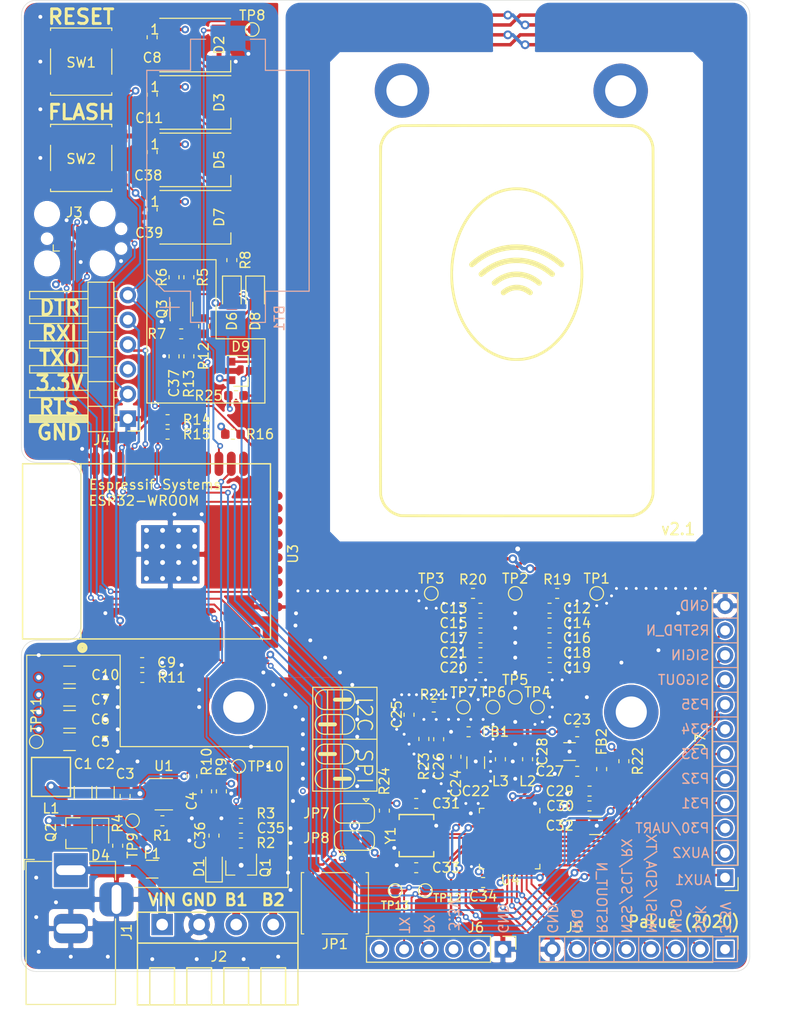
<source format=kicad_pcb>
(kicad_pcb (version 20171130) (host pcbnew "(5.1.4-0-10_14)")
  (layers (0 F.Cu signal) (1 In1.Cu power) (2 In2.Cu power) (31 B.Cu signal) (34 B.Paste user) (35 F.Paste user) (36 B.SilkS user) (37 F.SilkS user) (38 B.Mask user) (39 F.Mask user) (44 Edge.Cuts user))
  (net 0 "")
  (net 1 GND)
  (net 2 +12V)
  (net 3 "Net-(C4-Pad2)")
  (net 4 "Net-(C4-Pad1)")
  (net 5 +3V3)
  (net 6 "Net-(C12-Pad1)")
  (net 7 "Net-(C13-Pad2)")
  (net 8 "Net-(C16-Pad2)")
  (net 9 "Net-(C17-Pad1)")
  (net 10 "Net-(C22-Pad1)")
  (net 11 VCC)
  (net 12 "Net-(C25-Pad2)")
  (net 13 "Net-(C25-Pad1)")
  (net 14 "Net-(C26-Pad1)")
  (net 15 "Net-(C27-Pad1)")
  (net 16 "Net-(C31-Pad1)")
  (net 17 "Net-(C32-Pad1)")
  (net 18 "Net-(C33-Pad1)")
  (net 19 "Net-(D2-Pad2)")
  (net 20 /NEOPIXEL)
  (net 21 "Net-(D3-Pad2)")
  (net 22 "Net-(D4-Pad2)")
  (net 23 "Net-(D5-Pad2)")
  (net 24 "Net-(D6-Pad1)")
  (net 25 "Net-(D7-Pad2)")
  (net 26 /RXI)
  (net 27 /TXO)
  (net 28 /IRQ)
  (net 29 /PN532_Breakout_Buzzer/RSTOUT_N)
  (net 30 "Net-(J6-Pad6)")
  (net 31 "Net-(J6-Pad2)")
  (net 32 /PN532_Breakout_Buzzer/SIGIN)
  (net 33 /PN532_Breakout_Buzzer/SIGOUT)
  (net 34 /PN532_Breakout_Buzzer/P35)
  (net 35 /PN532_Breakout_Buzzer/P34-SIC_CLK)
  (net 36 /PN532_Breakout_Buzzer/P33)
  (net 37 /PN532_Breakout_Buzzer/P32)
  (net 38 /PN532_Breakout_Buzzer/P31)
  (net 39 /PN532_Breakout_Buzzer/P30-UART)
  (net 40 /PN532_Breakout_Buzzer/AUX2)
  (net 41 /PN532_Breakout_Buzzer/AUX1)
  (net 42 "Net-(JP1-Pad2)")
  (net 43 "Net-(JP2-Pad2)")
  (net 44 /ESP_SDA)
  (net 45 /ESP_SCL)
  (net 46 /PN532_Breakout_Buzzer/SEL0)
  (net 47 "Net-(JP7-Pad1)")
  (net 48 /PN532_Breakout_Buzzer/SEL1)
  (net 49 "Net-(L2-Pad1)")
  (net 50 "Net-(L3-Pad1)")
  (net 51 "Net-(R1-Pad2)")
  (net 52 /BUZZER)
  (net 53 "Net-(R10-Pad1)")
  (net 54 "Net-(U3-Pad4)")
  (net 55 "Net-(U3-Pad5)")
  (net 56 "Net-(U3-Pad6)")
  (net 57 "Net-(U3-Pad7)")
  (net 58 "Net-(U3-Pad17)")
  (net 59 "Net-(U3-Pad18)")
  (net 60 "Net-(U3-Pad19)")
  (net 61 "Net-(U3-Pad20)")
  (net 62 "Net-(U3-Pad21)")
  (net 63 "Net-(U3-Pad22)")
  (net 64 "Net-(U3-Pad24)")
  (net 65 "Net-(U3-Pad26)")
  (net 66 "Net-(U3-Pad32)")
  (net 67 "Net-(U4-Pad22)")
  (net 68 "Net-(U4-Pad21)")
  (net 69 "Net-(U4-Pad20)")
  (net 70 "Net-(U4-Pad2)")
  (net 71 /RST_PN532)
  (net 72 "Net-(C35-Pad1)")
  (net 73 VIN)
  (net 74 "Net-(C36-Pad1)")
  (net 75 "Net-(BT1-Pad1)")
  (net 76 "Net-(C37-Pad1)")
  (net 77 "Net-(D9-Pad3)")
  (net 78 "Net-(D9-Pad1)")
  (net 79 /TAMPER_ALM)
  (net 80 DTR)
  (net 81 "Net-(D8-Pad2)")
  (net 82 "Net-(Q3-Pad2)")
  (net 83 "Net-(Q3-Pad5)")
  (net 84 "Net-(U3-Pad8)")
  (net 85 "Net-(U3-Pad9)")
  (net 86 /RTS)
  (net 87 "Net-(J3-Pad10)")
  (net 88 /ESP_TDI)
  (net 89 /ESP_TDO)
  (net 90 /ESP_TCK)
  (net 91 /ESP_TMS)
  (net 92 /PN532_Breakout_Buzzer/MISO)
  (net 93 /PN532_Breakout_Buzzer/SCK)
  (net 94 "Net-(U3-Pad29)")
  (net 95 "Net-(U3-Pad30)")
  (net 96 "Net-(U3-Pad31)")
  (net 97 "Net-(U3-Pad37)")
  (net 98 "Net-(F1-Pad2)")
  (net 99 "Net-(JP3-Pad1)")
  (module NetTie:NetTie-2_SMD_Pad0.5mm (layer F.Cu) (at 88.6 84.6 180)
    (fp_text reference JP3 hide)
    (fp_text value Jumper_2_Bridged)
    (fp_poly (pts (xy -0.5 -0.25) (xy 0.5 -0.25) (xy 0.5 0.25) (xy -0.5 0.25)) (layer F.Cu) (width 0))
    (pad 2 smd circle (at 0.5 0 180) (size 0.5 0.5) (layers F.Cu) (net 1 GND))
    (pad 1 smd circle (at -0.5 0 180) (size 0.5 0.5) (layers F.Cu) (net 99 "Net-(JP3-Pad1)"))
  )
  (module NetTie:NetTie-2_SMD_Pad0.5mm (layer F.Cu) (at 83.5 84.6 180)
    (fp_text reference JP2 hide)
    (fp_text value Jumper_2_Bridged)
    (fp_poly (pts (xy -0.5 -0.25) (xy 0.5 -0.25) (xy 0.5 0.25) (xy -0.5 0.25)) (layer F.Cu) (width 0))
    (pad 2 smd circle (at 0.5 0 180) (size 0.5 0.5) (layers F.Cu) (net 43 "Net-(JP2-Pad2)"))
    (pad 1 smd circle (at -0.5 0 180) (size 0.5 0.5) (layers F.Cu) (net 1 GND))
  )
  (module Fuse:Fuse_1206_3216Metric_Pad1.42x1.75mm_HandSolder (layer F.Cu) (at 48.5 117.5 180)
    (fp_text reference F1 (at 0 1.6) (layer F.SilkS))
    (fp_text value Fuse_Small)
    (pad 2 smd roundrect (at 1.4875 0 180) (size 1.425 1.75) (layers F.Cu F.Paste F.Mask) (roundrect_rratio 0.175439) (net 98 "Net-(F1-Pad2)"))
    (pad 1 smd roundrect (at -1.4875 0 180) (size 1.425 1.75) (layers F.Cu F.Paste F.Mask) (roundrect_rratio 0.175439) (net 73 VIN))
  )
  (module Connector_PinHeader_2.54mm:PinHeader_1x06_P2.54mm_Horizontal (layer F.Cu) (at 46 71.2 180)
    (fp_text reference J4 (at 2.7 -2.2) (layer F.SilkS))
    (fp_text value Serial_Breakout)
    (pad 6 thru_hole oval (at 0 12.7 180) (size 1.7 1.7) (drill 1) (layers *.Cu *.Mask) (net 80 DTR))
    (pad 5 thru_hole oval (at 0 10.16 180) (size 1.7 1.7) (drill 1) (layers *.Cu *.Mask) (net 26 /RXI))
    (pad 4 thru_hole oval (at 0 7.62 180) (size 1.7 1.7) (drill 1) (layers *.Cu *.Mask) (net 27 /TXO))
    (pad 3 thru_hole oval (at 0 5.08 180) (size 1.7 1.7) (drill 1) (layers *.Cu *.Mask) (net 5 +3V3))
    (pad 2 thru_hole oval (at 0 2.54 180) (size 1.7 1.7) (drill 1) (layers *.Cu *.Mask) (net 86 /RTS))
    (pad 1 thru_hole rect (at 0 0 180) (size 1.7 1.7) (drill 1) (layers *.Cu *.Mask) (net 1 GND))
  )
  (module LED_SMD:LED_WS2812B_PLCC4_5.0x5.0mm_P3.2mm (layer F.Cu) (at 52.95 44.6)
    (fp_text reference D5 (at 2.45 0 90) (layer F.SilkS))
    (fp_text value WS2812B)
    (fp_text user 1 (at -4.15 -1.6 180) (layer F.SilkS))
    (pad 1 smd rect (at -2.45 -1.6) (size 1.5 1) (layers F.Cu F.Paste F.Mask) (net 5 +3V3))
    (pad 2 smd rect (at -2.45 1.6) (size 1.5 1) (layers F.Cu F.Paste F.Mask) (net 23 "Net-(D5-Pad2)"))
    (pad 4 smd rect (at 2.45 -1.6) (size 1.5 1) (layers F.Cu F.Paste F.Mask) (net 21 "Net-(D3-Pad2)"))
    (pad 3 smd rect (at 2.45 1.6) (size 1.5 1) (layers F.Cu F.Paste F.Mask) (net 1 GND))
  )
  (module LED_SMD:LED_WS2812B_PLCC4_5.0x5.0mm_P3.2mm (layer F.Cu) (at 52.95 50.5)
    (fp_text reference D7 (at 2.45 0 270) (layer F.SilkS))
    (fp_text value WS2812B)
    (fp_text user 1 (at -4.15 -1.6 180) (layer F.SilkS))
    (pad 1 smd rect (at -2.45 -1.6) (size 1.5 1) (layers F.Cu F.Paste F.Mask) (net 5 +3V3))
    (pad 2 smd rect (at -2.45 1.6) (size 1.5 1) (layers F.Cu F.Paste F.Mask) (net 25 "Net-(D7-Pad2)"))
    (pad 4 smd rect (at 2.45 -1.6) (size 1.5 1) (layers F.Cu F.Paste F.Mask) (net 23 "Net-(D5-Pad2)"))
    (pad 3 smd rect (at 2.45 1.6) (size 1.5 1) (layers F.Cu F.Paste F.Mask) (net 1 GND))
  )
  (module LED_SMD:LED_WS2812B_PLCC4_5.0x5.0mm_P3.2mm (layer F.Cu) (at 52.95 38.7)
    (fp_text reference D3 (at 2.45 0 90) (layer F.SilkS))
    (fp_text value WS2812B)
    (fp_text user 1 (at -4.15 -1.6) (layer F.SilkS))
    (pad 1 smd rect (at -2.45 -1.6) (size 1.5 1) (layers F.Cu F.Paste F.Mask) (net 5 +3V3))
    (pad 2 smd rect (at -2.45 1.6) (size 1.5 1) (layers F.Cu F.Paste F.Mask) (net 21 "Net-(D3-Pad2)"))
    (pad 4 smd rect (at 2.45 -1.6) (size 1.5 1) (layers F.Cu F.Paste F.Mask) (net 19 "Net-(D2-Pad2)"))
    (pad 3 smd rect (at 2.45 1.6) (size 1.5 1) (layers F.Cu F.Paste F.Mask) (net 1 GND))
  )
  (module LED_SMD:LED_WS2812B_PLCC4_5.0x5.0mm_P3.2mm (layer F.Cu) (at 52.933333 32.8)
    (fp_text reference D2 (at 2.466667 0 90) (layer F.SilkS))
    (fp_text value WS2812B)
    (fp_text user 1 (at -4.15 -1.6) (layer F.SilkS))
    (pad 1 smd rect (at -2.45 -1.6) (size 1.5 1) (layers F.Cu F.Paste F.Mask) (net 5 +3V3))
    (pad 2 smd rect (at -2.45 1.6) (size 1.5 1) (layers F.Cu F.Paste F.Mask) (net 19 "Net-(D2-Pad2)"))
    (pad 4 smd rect (at 2.45 -1.6) (size 1.5 1) (layers F.Cu F.Paste F.Mask) (net 20 /NEOPIXEL))
    (pad 3 smd rect (at 2.45 1.6) (size 1.5 1) (layers F.Cu F.Paste F.Mask) (net 1 GND))
  )
  (module Battery:BatteryHolder_Keystone_1060_1x2032 (layer B.Cu) (at 56.3 46.75 90)
    (fp_text reference BT1 (at -14.125 5.3 90) (layer B.SilkS) (effects (justify mirror)))
    (fp_text value CR2032)
    (pad 1 smd rect (at -14.65 0 270) (size 2.6 3.6) (layers B.Cu B.Paste B.Mask) (net 75 "Net-(BT1-Pad1)"))
    (pad 2 smd rect (at 14.65 0 270) (size 2.6 3.6) (layers B.Cu B.Paste B.Mask) (net 1 GND))
  )
  (module Button_Switch_SMD:SW_SPST_B3S-1000 (layer F.Cu) (at 41.2 44.4 180)
    (fp_text reference SW2 (at 0 -0.1) (layer F.SilkS))
    (fp_text value FLASH)
    (pad 2 smd rect (at 3.975 2.25 180) (size 1.55 1.3) (layers F.Cu F.Paste F.Mask) (net 1 GND))
    (pad 2 smd rect (at -3.975 2.25 180) (size 1.55 1.3) (layers F.Cu F.Paste F.Mask) (net 1 GND))
    (pad 1 smd rect (at 3.975 -2.25 180) (size 1.55 1.3) (layers F.Cu F.Paste F.Mask) (net 80 DTR))
    (pad 1 smd rect (at -3.975 -2.25 180) (size 1.55 1.3) (layers F.Cu F.Paste F.Mask) (net 80 DTR))
  )
  (module Button_Switch_SMD:SW_SPST_B3S-1000 (layer F.Cu) (at 41.2 34.5)
    (fp_text reference SW1 (at 0 0.1 180) (layer F.SilkS))
    (fp_text value ESP_RESET)
    (pad 2 smd rect (at 3.975 2.25) (size 1.55 1.3) (layers F.Cu F.Paste F.Mask) (net 86 /RTS))
    (pad 2 smd rect (at -3.975 2.25) (size 1.55 1.3) (layers F.Cu F.Paste F.Mask) (net 86 /RTS))
    (pad 1 smd rect (at 3.975 -2.25) (size 1.55 1.3) (layers F.Cu F.Paste F.Mask) (net 1 GND))
    (pad 1 smd rect (at -3.975 -2.25) (size 1.55 1.3) (layers F.Cu F.Paste F.Mask) (net 1 GND))
  )
  (module MountingHole:MountingHole_3.2mm_M3_DIN965_Pad (layer F.Cu) (at 96.7 37.5)
    (fp_text reference H3 hide)
    (fp_text value M3 hide)
    (pad 1 thru_hole circle (at 0 0) (size 5.6 5.6) (drill 3.2) (layers *.Cu *.Mask))
  )
  (module Button_Switch_SMD:SW_SPST_B3S-1000 (layer F.Cu) (at 67.3 121 90)
    (fp_text reference JP1 (at -4.2 0 180) (layer F.SilkS))
    (fp_text value Tamper_Detect)
    (pad 2 smd rect (at 3.975 2.25 90) (size 1.55 1.3) (layers F.Cu F.Paste F.Mask) (net 42 "Net-(JP1-Pad2)"))
    (pad 2 smd rect (at -3.975 2.25 90) (size 1.55 1.3) (layers F.Cu F.Paste F.Mask) (net 42 "Net-(JP1-Pad2)"))
    (pad 1 smd rect (at 3.975 -2.25 90) (size 1.55 1.3) (layers F.Cu F.Paste F.Mask) (net 77 "Net-(D9-Pad3)"))
    (pad 1 smd rect (at -3.975 -2.25 90) (size 1.55 1.3) (layers F.Cu F.Paste F.Mask) (net 77 "Net-(D9-Pad3)"))
  )
  (module Connector:Tag-Connect_TC2050-IDC-FP_2x05_P1.27mm_Vertical (layer F.Cu) (at 41.5 52.7)
    (fp_text reference J3 (at -1 -2.7) (layer F.SilkS))
    (fp_text value JTAG)
    (pad "" np_thru_hole circle (at 1.905 -2.54) (size 2.3749 2.3749) (drill 2.3749) (layers *.Cu *.Mask))
    (pad "" np_thru_hole circle (at 1.905 2.54) (size 2.3749 2.3749) (drill 2.3749) (layers *.Cu *.Mask))
    (pad "" np_thru_hole circle (at -3.81 2.54) (size 2.3749 2.3749) (drill 2.3749) (layers *.Cu *.Mask))
    (pad "" np_thru_hole circle (at -3.81 -2.54) (size 2.3749 2.3749) (drill 2.3749) (layers *.Cu *.Mask))
    (pad 10 connect circle (at -2.54 -0.635) (size 0.7874 0.7874) (layers F.Cu F.Mask) (net 87 "Net-(J3-Pad10)"))
    (pad 9 connect circle (at -1.27 -0.635) (size 0.7874 0.7874) (layers F.Cu F.Mask) (net 1 GND))
    (pad 8 connect circle (at 0 -0.635) (size 0.7874 0.7874) (layers F.Cu F.Mask) (net 88 /ESP_TDI))
    (pad 7 connect circle (at 1.27 -0.635) (size 0.7874 0.7874) (layers F.Cu F.Mask) (net 1 GND))
    (pad 6 connect circle (at 2.54 -0.635) (size 0.7874 0.7874) (layers F.Cu F.Mask) (net 89 /ESP_TDO))
    (pad 5 connect circle (at 2.54 0.635) (size 0.7874 0.7874) (layers F.Cu F.Mask) (net 1 GND))
    (pad 4 connect circle (at 1.27 0.635) (size 0.7874 0.7874) (layers F.Cu F.Mask) (net 90 /ESP_TCK))
    (pad 3 connect circle (at 0 0.635) (size 0.7874 0.7874) (layers F.Cu F.Mask) (net 1 GND))
    (pad 2 connect circle (at -1.27 0.635) (size 0.7874 0.7874) (layers F.Cu F.Mask) (net 91 /ESP_TMS))
    (pad 1 connect circle (at -2.54 0.635) (size 0.7874 0.7874) (layers F.Cu F.Mask) (net 5 +3V3))
    (pad "" np_thru_hole circle (at -3.81 0) (size 0.9906 0.9906) (drill 0.9906) (layers *.Cu *.Mask))
    (pad "" np_thru_hole circle (at 3.81 1.016) (size 0.9906 0.9906) (drill 0.9906) (layers *.Cu *.Mask))
    (pad "" np_thru_hole circle (at 3.81 -1.016) (size 0.9906 0.9906) (drill 0.9906) (layers *.Cu *.Mask))
  )
  (module Capacitor_SMD:C_0603_1608Metric (layer F.Cu) (at 48.5 49.7 270)
    (fp_text reference C39 (at 2.4 0.3 180) (layer F.SilkS))
    (fp_text value 100nF)
    (pad 2 smd roundrect (at 0.7875 0 270) (size 0.875 0.95) (layers F.Cu F.Paste F.Mask) (net 1 GND))
    (pad 1 smd roundrect (at -0.7875 0 270) (size 0.875 0.95) (layers F.Cu F.Paste F.Mask) (net 5 +3V3))
  )
  (module Capacitor_SMD:C_0603_1608Metric (layer F.Cu) (at 48.5 43.8 270)
    (fp_text reference C38 (at 2.4 0.4 180) (layer F.SilkS))
    (fp_text value 100nF)
    (pad 2 smd roundrect (at 0.7875 0 270) (size 0.875 0.95) (layers F.Cu F.Paste F.Mask) (net 1 GND))
    (pad 1 smd roundrect (at -0.7875 0 270) (size 0.875 0.95) (layers F.Cu F.Paste F.Mask) (net 5 +3V3))
  )
  (module Capacitor_SMD:C_0603_1608Metric (layer F.Cu) (at 48.5 37.9 270)
    (fp_text reference C11 (at 2.4 0.3 180) (layer F.SilkS))
    (fp_text value 100nF)
    (pad 2 smd roundrect (at 0.7875 0 270) (size 0.875 0.95) (layers F.Cu F.Paste F.Mask) (net 1 GND))
    (pad 1 smd roundrect (at -0.7875 0 270) (size 0.875 0.95) (layers F.Cu F.Paste F.Mask) (net 5 +3V3))
  )
  (module Capacitor_SMD:C_0603_1608Metric (layer F.Cu) (at 48.5 32 270)
    (fp_text reference C8 (at 2.1 0 180) (layer F.SilkS))
    (fp_text value 100nF)
    (pad 2 smd roundrect (at 0.7875 0 270) (size 0.875 0.95) (layers F.Cu F.Paste F.Mask) (net 1 GND))
    (pad 1 smd roundrect (at -0.7875 0 270) (size 0.875 0.95) (layers F.Cu F.Paste F.Mask) (net 5 +3V3))
  )
  (module TestPoint:TestPoint_Pad_D1.0mm (layer F.Cu) (at 73.5 119.7)
    (fp_text reference TP13 (at 0 1.524) (layer F.SilkS) (effects (font (size 0.8 0.8))))
    (fp_text value SDA)
    (pad 1 smd circle (at 0 0) (size 1 1) (layers F.Cu F.Mask) (net 44 /ESP_SDA))
  )
  (module TestPoint:TestPoint_Pad_D1.0mm (layer F.Cu) (at 76.6 119.7 180)
    (fp_text reference TP12 (at -2.286 -0.762 180) (layer F.SilkS) (effects (font (size 0.8 0.8))))
    (fp_text value SCL)
    (pad 1 smd circle (at 0 0 180) (size 1 1) (layers F.Cu F.Mask) (net 45 /ESP_SCL))
  )
  (module TestPoint:TestPoint_Pad_D1.0mm (layer F.Cu) (at 36.576 104.394)
    (fp_text reference TP11 (at 0 -2.794 90) (layer F.SilkS))
    (fp_text value L_OUT)
    (pad 1 smd circle (at 0 0) (size 1 1) (layers F.Cu F.Mask) (net 5 +3V3))
  )
  (module TestPoint:TestPoint_Pad_D1.0mm (layer F.Cu) (at 57.404 106.934)
    (fp_text reference TP10 (at 2.794 0) (layer F.SilkS))
    (fp_text value L_IN)
    (pad 1 smd circle (at 0 0) (size 1 1) (layers F.Cu F.Mask) (net 3 "Net-(C4-Pad2)"))
  )
  (module TestPoint:TestPoint_Pad_D1.0mm (layer F.Cu) (at 46.482 112.522)
    (fp_text reference TP9 (at 0 2.54 90) (layer F.SilkS))
    (fp_text value VIN)
    (pad 1 smd circle (at 0 0) (size 1 1) (layers F.Cu F.Mask) (net 2 +12V))
  )
  (module TestPoint:TestPoint_Pad_D1.0mm (layer F.Cu) (at 58.8 31.2)
    (fp_text reference TP8 (at 0 -1.448) (layer F.SilkS))
    (fp_text value NEOPIXEL)
    (pad 1 smd circle (at 0 0) (size 1 1) (layers F.Cu F.Mask) (net 20 /NEOPIXEL))
  )
  (module Resistor_SMD:R_0603_1608Metric (layer F.Cu) (at 52.278 64.7915 270)
    (fp_text reference R13 (at 2.8195 0 270) (layer F.SilkS))
    (fp_text value 10k)
    (pad 2 smd roundrect (at 0.7875 0 270) (size 0.875 0.95) (layers F.Cu F.Paste F.Mask) (net 79 /TAMPER_ALM))
    (pad 1 smd roundrect (at -0.7875 0 270) (size 0.875 0.95) (layers F.Cu F.Paste F.Mask) (net 76 "Net-(C37-Pad1)"))
  )
  (module Resistor_SMD:R_0603_1608Metric (layer F.Cu) (at 53.802 61.6925 270)
    (fp_text reference R12 (at 3.0735 0 270) (layer F.SilkS))
    (fp_text value 1.5k)
    (pad 2 smd roundrect (at 0.7875 0 270) (size 0.875 0.95) (layers F.Cu F.Paste F.Mask) (net 76 "Net-(C37-Pad1)"))
    (pad 1 smd roundrect (at -0.7875 0 270) (size 0.875 0.95) (layers F.Cu F.Paste F.Mask) (net 81 "Net-(D8-Pad2)"))
  )
  (module Package_TO_SOT_SMD:SOT-363_SC-70-6 (layer F.Cu) (at 51.516 59.94 90)
    (fp_text reference Q3 (at 0 -2 90) (layer F.SilkS))
    (fp_text value MUN5335DW1)
    (pad 6 smd rect (at 0.95 -0.65 90) (size 0.65 0.4) (layers F.Cu F.Paste F.Mask) (net 82 "Net-(Q3-Pad2)"))
    (pad 4 smd rect (at 0.95 0.65 90) (size 0.65 0.4) (layers F.Cu F.Paste F.Mask) (net 42 "Net-(JP1-Pad2)"))
    (pad 2 smd rect (at -0.95 0 90) (size 0.65 0.4) (layers F.Cu F.Paste F.Mask) (net 82 "Net-(Q3-Pad2)"))
    (pad 5 smd rect (at 0.95 0 90) (size 0.65 0.4) (layers F.Cu F.Paste F.Mask) (net 83 "Net-(Q3-Pad5)"))
    (pad 3 smd rect (at -0.95 0.65 90) (size 0.65 0.4) (layers F.Cu F.Paste F.Mask) (net 76 "Net-(C37-Pad1)"))
    (pad 1 smd rect (at -0.95 -0.65 90) (size 0.65 0.4) (layers F.Cu F.Paste F.Mask) (net 1 GND))
  )
  (module Resistor_SMD:R_0603_1608Metric (layer F.Cu) (at 52.278 56.6635 270)
    (fp_text reference R5 (at 0 -1.43 270) (layer F.SilkS))
    (fp_text value 220k)
    (pad 2 smd roundrect (at 0.7875 0 270) (size 0.875 0.95) (layers F.Cu F.Paste F.Mask) (net 42 "Net-(JP1-Pad2)"))
    (pad 1 smd roundrect (at -0.7875 0 270) (size 0.875 0.95) (layers F.Cu F.Paste F.Mask) (net 82 "Net-(Q3-Pad2)"))
  )
  (module Resistor_SMD:R_0603_1608Metric (layer F.Cu) (at 50.754 56.6635 270)
    (fp_text reference R6 (at 0 1.27 270) (layer F.SilkS))
    (fp_text value 10k)
    (pad 2 smd roundrect (at 0.7875 0 270) (size 0.875 0.95) (layers F.Cu F.Paste F.Mask) (net 83 "Net-(Q3-Pad5)"))
    (pad 1 smd roundrect (at -0.7875 0 270) (size 0.875 0.95) (layers F.Cu F.Paste F.Mask) (net 82 "Net-(Q3-Pad2)"))
  )
  (module Resistor_SMD:R_0603_1608Metric (layer F.Cu) (at 51.4905 62.48)
    (fp_text reference R7 (at -2.5145 0) (layer F.SilkS))
    (fp_text value 10k)
    (pad 2 smd roundrect (at 0.7875 0) (size 0.875 0.95) (layers F.Cu F.Paste F.Mask) (net 76 "Net-(C37-Pad1)"))
    (pad 1 smd roundrect (at -0.7875 0) (size 0.875 0.95) (layers F.Cu F.Paste F.Mask) (net 82 "Net-(Q3-Pad2)"))
  )
  (module Resistor_SMD:R_0603_1608Metric (layer F.Cu) (at 57.1295 68.83 180)
    (fp_text reference R25 (at 2.8195 0 180) (layer F.SilkS))
    (fp_text value 1.5k)
    (pad 2 smd roundrect (at 0.7875 0 180) (size 0.875 0.95) (layers F.Cu F.Paste F.Mask) (net 75 "Net-(BT1-Pad1)"))
    (pad 1 smd roundrect (at -0.7875 0 180) (size 0.875 0.95) (layers F.Cu F.Paste F.Mask) (net 78 "Net-(D9-Pad1)"))
  )
  (module Package_TO_SOT_SMD:SOT-23 (layer F.Cu) (at 57.612 66.29)
    (fp_text reference D9 (at 0 -2.5) (layer F.SilkS))
    (fp_text value BAT54C)
    (pad 3 smd rect (at 1 0) (size 0.9 0.8) (layers F.Cu F.Paste F.Mask) (net 77 "Net-(D9-Pad3)"))
    (pad 2 smd rect (at -1 0.95) (size 0.9 0.8) (layers F.Cu F.Paste F.Mask) (net 5 +3V3))
    (pad 1 smd rect (at -1 -0.95) (size 0.9 0.8) (layers F.Cu F.Paste F.Mask) (net 78 "Net-(D9-Pad1)"))
  )
  (module Capacitor_SMD:C_0603_1608Metric (layer F.Cu) (at 50.754 64.7915 270)
    (fp_text reference C37 (at 2.7685 0 270) (layer F.SilkS))
    (fp_text value 100nF)
    (pad 2 smd roundrect (at 0.7875 0 270) (size 0.875 0.95) (layers F.Cu F.Paste F.Mask) (net 1 GND))
    (pad 1 smd roundrect (at -0.7875 0 270) (size 0.875 0.95) (layers F.Cu F.Paste F.Mask) (net 76 "Net-(C37-Pad1)"))
  )
  (module Capacitor_SMD:C_0603_1608Metric (layer F.Cu) (at 54.864 114.046 90)
    (fp_text reference C36 (at 0 -1.43 90) (layer F.SilkS))
    (fp_text value 100nF)
    (pad 2 smd roundrect (at 0.7875 0 90) (size 0.875 0.95) (layers F.Cu F.Paste F.Mask) (net 1 GND))
    (pad 1 smd roundrect (at -0.7875 0 90) (size 0.875 0.95) (layers F.Cu F.Paste F.Mask) (net 74 "Net-(C36-Pad1)"))
  )
  (module Buzzer_2.0:WJ15EDGRC-3.81-4P (layer F.Cu) (at 55.245 123.19)
    (fp_text reference J2 (at 0.127 3.302) (layer F.SilkS))
    (fp_text value Screw_Terminal_01x04_3.81mm)
    (pad 4 thru_hole circle (at 5.715 0) (size 2.2 2.2) (drill 1.2) (layers *.Cu *.Mask) (net 74 "Net-(C36-Pad1)"))
    (pad 3 thru_hole circle (at 1.905 0) (size 2.2 2.2) (drill 1.2) (layers *.Cu *.Mask) (net 2 +12V))
    (pad 2 thru_hole circle (at -1.905 0) (size 2.2 2.2) (drill 1.2) (layers *.Cu *.Mask) (net 1 GND))
    (pad 1 thru_hole rect (at -5.715 0) (size 2.2 2.2) (drill 1.2) (layers *.Cu *.Mask) (net 73 VIN))
  )
  (module Diode_SMD:D_SOD-323 (layer F.Cu) (at 43.18 113.758 270)
    (fp_text reference D4 (at 2.32 0) (layer F.SilkS))
    (fp_text value MM3Z5V1T1G)
    (pad 2 smd rect (at 1.05 0 270) (size 0.6 0.45) (layers F.Cu F.Paste F.Mask) (net 22 "Net-(D4-Pad2)"))
    (pad 1 smd rect (at -1.05 0 270) (size 0.6 0.45) (layers F.Cu F.Paste F.Mask) (net 2 +12V))
  )
  (module Diode_SMD:D_SOD-323 (layer F.Cu) (at 54.864 117.314 90)
    (fp_text reference D1 (at -0.034 -1.524 90) (layer F.SilkS))
    (fp_text value BAS316)
    (pad 2 smd rect (at 1.05 0 90) (size 0.6 0.45) (layers F.Cu F.Paste F.Mask) (net 74 "Net-(C36-Pad1)"))
    (pad 1 smd rect (at -1.05 0 90) (size 0.6 0.45) (layers F.Cu F.Paste F.Mask) (net 2 +12V))
  )
  (module Buzzer_2.0:7M-27.120MAAJ-T (layer F.Cu) (at 75.692 114.046 270)
    (fp_text reference Y1 (at 0 2.667 270) (layer F.SilkS))
    (fp_text value 27.12MHz)
    (pad 4 smd rect (at -1.1 -0.9 270) (size 1.4 1.2) (layers F.Cu F.Paste F.Mask) (net 1 GND))
    (pad 3 smd rect (at 1.1 -0.9 90) (size 1.4 1.2) (layers F.Cu F.Paste F.Mask) (net 18 "Net-(C33-Pad1)"))
    (pad 2 smd rect (at 1.1 0.9 90) (size 1.4 1.2) (layers F.Cu F.Paste F.Mask) (net 1 GND))
    (pad 1 smd rect (at -1.1 0.9 270) (size 1.4 1.2) (layers F.Cu F.Paste F.Mask) (net 16 "Net-(C31-Pad1)"))
  )
  (module Buzzer_2.0:NPIS43LS (layer F.Cu) (at 38.1 108.016)
    (fp_text reference L1 (at 0 3.236) (layer F.SilkS))
    (fp_text value 3.3µH)
    (pad 2 smd rect (at 0 0.95) (size 3.4 1.5) (drill (offset 0 0.75)) (layers F.Cu F.Paste F.Mask) (net 3 "Net-(C4-Pad2)"))
    (pad 1 smd rect (at 0 -0.95) (size 3.4 1.5) (drill (offset 0 -0.75)) (layers F.Cu F.Paste F.Mask) (net 5 +3V3))
  )
  (module Buzzer_2.0:SolderJumper-3_P1.3mm_Bridged12_RoundedPad1.0x1.5mm_DRCfix (layer F.Cu) (at 69.312 114.554)
    (fp_text reference JP8 (at -3.907 -0.254) (layer F.SilkS))
    (fp_text value SEL1)
    (fp_poly (pts (xy -0.9 -0.2) (xy -0.3 -0.2) (xy -0.3 0.2) (xy -0.9 0.2)) (layer F.Cu) (width 0.1))
    (pad 2 smd rect (at 0 0) (size 1 1.5) (layers F.Cu F.Mask) (net 48 /PN532_Breakout_Buzzer/SEL1))
    (pad 3 smd custom (at 1.3 0) (size 1 0.5) (layers F.Cu F.Mask) (net 47 "Net-(JP7-Pad1)") (options (clearance outline) (anchor rect)) (primitives (gr_circle (center 0 0.25) (end 0.5 0.25) (width 0)) (gr_circle (center 0 -0.25) (end 0.5 -0.25) (width 0)) (gr_poly (pts (xy -0.55 -0.75) (xy 0 -0.75) (xy 0 0.75) (xy -0.55 0.75)) (width 0))))
    (pad 1 smd custom (at -1.3 0) (size 1 0.5) (layers F.Cu F.Mask) (net 1 GND) (options (clearance outline) (anchor rect)) (primitives (gr_circle (center 0 0.25) (end 0.5 0.25) (width 0)) (gr_circle (center 0 -0.25) (end 0.5 -0.25) (width 0)) (gr_poly (pts (xy 0.55 -0.75) (xy 0 -0.75) (xy 0 0.75) (xy 0.55 0.75)) (width 0))))
  )
  (module Buzzer_2.0:SolderJumper-3_P1.3mm_Bridged12_RoundedPad1.0x1.5mm_DRCfix (layer F.Cu) (at 69.312 111.76 180)
    (fp_text reference JP7 (at 3.907 0 180) (layer F.SilkS))
    (fp_text value SEL0)
    (fp_poly (pts (xy -0.9 -0.2) (xy -0.3 -0.2) (xy -0.3 0.2) (xy -0.9 0.2)) (layer F.Cu) (width 0.1))
    (pad 2 smd rect (at 0 0 180) (size 1 1.5) (layers F.Cu F.Mask) (net 46 /PN532_Breakout_Buzzer/SEL0))
    (pad 3 smd custom (at 1.3 0 180) (size 1 0.5) (layers F.Cu F.Mask) (net 1 GND) (options (clearance outline) (anchor rect)) (primitives (gr_circle (center 0 0.25) (end 0.5 0.25) (width 0)) (gr_circle (center 0 -0.25) (end 0.5 -0.25) (width 0)) (gr_poly (pts (xy -0.55 -0.75) (xy 0 -0.75) (xy 0 0.75) (xy -0.55 0.75)) (width 0))))
    (pad 1 smd custom (at -1.3 0 180) (size 1 0.5) (layers F.Cu F.Mask) (net 47 "Net-(JP7-Pad1)") (options (clearance outline) (anchor rect)) (primitives (gr_circle (center 0 0.25) (end 0.5 0.25) (width 0)) (gr_circle (center 0 -0.25) (end 0.5 -0.25) (width 0)) (gr_poly (pts (xy 0.55 -0.75) (xy 0 -0.75) (xy 0 0.75) (xy 0.55 0.75)) (width 0))))
  )
  (module 47.06_Buzzer_2:NFC_Logo (layer F.Cu) (at 86.006 61.128)
    (fp_text reference G*** hide)
    (fp_text value LOGO hide)
  )
  (module Package_DFN_QFN:QFN-40-1EP_6x6mm_P0.5mm_EP4.6x4.6mm (layer F.Cu) (at 85.277 114.353 270)
    (fp_text reference U4 (at 4.265 -0.067) (layer F.SilkS))
    (fp_text value PN532)
    (pad 40 smd roundrect (at -2.25 -2.9375 270) (size 0.25 0.825) (layers F.Cu F.Paste F.Mask) (net 5 +3V3))
    (pad 39 smd roundrect (at -1.75 -2.9375 270) (size 0.25 0.825) (layers F.Cu F.Paste F.Mask) (net 11 VCC))
    (pad 38 smd roundrect (at -1.25 -2.9375 270) (size 0.25 0.825) (layers F.Cu F.Paste F.Mask) (net 71 /RST_PN532))
    (pad 37 smd roundrect (at -0.75 -2.9375 270) (size 0.25 0.825) (layers F.Cu F.Paste F.Mask) (net 17 "Net-(C32-Pad1)"))
    (pad 36 smd roundrect (at -0.25 -2.9375 270) (size 0.25 0.825) (layers F.Cu F.Paste F.Mask) (net 32 /PN532_Breakout_Buzzer/SIGIN))
    (pad 35 smd roundrect (at 0.25 -2.9375 270) (size 0.25 0.825) (layers F.Cu F.Paste F.Mask) (net 33 /PN532_Breakout_Buzzer/SIGOUT))
    (pad 34 smd roundrect (at 0.75 -2.9375 270) (size 0.25 0.825) (layers F.Cu F.Paste F.Mask) (net 35 /PN532_Breakout_Buzzer/P34-SIC_CLK))
    (pad 33 smd roundrect (at 1.25 -2.9375 270) (size 0.25 0.825) (layers F.Cu F.Paste F.Mask) (net 36 /PN532_Breakout_Buzzer/P33))
    (pad 32 smd roundrect (at 1.75 -2.9375 270) (size 0.25 0.825) (layers F.Cu F.Paste F.Mask) (net 37 /PN532_Breakout_Buzzer/P32))
    (pad 31 smd roundrect (at 2.25 -2.9375 270) (size 0.25 0.825) (layers F.Cu F.Paste F.Mask) (net 38 /PN532_Breakout_Buzzer/P31))
    (pad 30 smd roundrect (at 2.9375 -2.25 270) (size 0.825 0.25) (layers F.Cu F.Paste F.Mask) (net 93 /PN532_Breakout_Buzzer/SCK))
    (pad 29 smd roundrect (at 2.9375 -1.75 270) (size 0.825 0.25) (layers F.Cu F.Paste F.Mask) (net 92 /PN532_Breakout_Buzzer/MISO))
    (pad 28 smd roundrect (at 2.9375 -1.25 270) (size 0.825 0.25) (layers F.Cu F.Paste F.Mask) (net 44 /ESP_SDA))
    (pad 27 smd roundrect (at 2.9375 -0.75 270) (size 0.825 0.25) (layers F.Cu F.Paste F.Mask) (net 45 /ESP_SCL))
    (pad 26 smd roundrect (at 2.9375 -0.25 270) (size 0.825 0.25) (layers F.Cu F.Paste F.Mask) (net 29 /PN532_Breakout_Buzzer/RSTOUT_N))
    (pad 25 smd roundrect (at 2.9375 0.25 270) (size 0.825 0.25) (layers F.Cu F.Paste F.Mask) (net 28 /IRQ))
    (pad 24 smd roundrect (at 2.9375 0.75 270) (size 0.825 0.25) (layers F.Cu F.Paste F.Mask) (net 39 /PN532_Breakout_Buzzer/P30-UART))
    (pad 23 smd roundrect (at 2.9375 1.25 270) (size 0.825 0.25) (layers F.Cu F.Paste F.Mask) (net 5 +3V3))
    (pad 22 smd roundrect (at 2.9375 1.75 270) (size 0.825 0.25) (layers F.Cu F.Paste F.Mask) (net 67 "Net-(U4-Pad22)"))
    (pad 21 smd roundrect (at 2.9375 2.25 270) (size 0.825 0.25) (layers F.Cu F.Paste F.Mask) (net 68 "Net-(U4-Pad21)"))
    (pad 20 smd roundrect (at 2.25 2.9375 270) (size 0.25 0.825) (layers F.Cu F.Paste F.Mask) (net 69 "Net-(U4-Pad20)"))
    (pad 19 smd roundrect (at 1.75 2.9375 270) (size 0.25 0.825) (layers F.Cu F.Paste F.Mask) (net 34 /PN532_Breakout_Buzzer/P35))
    (pad 18 smd roundrect (at 1.25 2.9375 270) (size 0.25 0.825) (layers F.Cu F.Paste F.Mask) (net 1 GND))
    (pad 17 smd roundrect (at 0.75 2.9375 270) (size 0.25 0.825) (layers F.Cu F.Paste F.Mask) (net 48 /PN532_Breakout_Buzzer/SEL1))
    (pad 16 smd roundrect (at 0.25 2.9375 270) (size 0.25 0.825) (layers F.Cu F.Paste F.Mask) (net 46 /PN532_Breakout_Buzzer/SEL0))
    (pad 15 smd roundrect (at -0.25 2.9375 270) (size 0.25 0.825) (layers F.Cu F.Paste F.Mask) (net 18 "Net-(C33-Pad1)"))
    (pad 14 smd roundrect (at -0.75 2.9375 270) (size 0.25 0.825) (layers F.Cu F.Paste F.Mask) (net 16 "Net-(C31-Pad1)"))
    (pad 13 smd roundrect (at -1.25 2.9375 270) (size 0.25 0.825) (layers F.Cu F.Paste F.Mask) (net 40 /PN532_Breakout_Buzzer/AUX2))
    (pad 12 smd roundrect (at -1.75 2.9375 270) (size 0.25 0.825) (layers F.Cu F.Paste F.Mask) (net 41 /PN532_Breakout_Buzzer/AUX1))
    (pad 11 smd roundrect (at -2.25 2.9375 270) (size 0.25 0.825) (layers F.Cu F.Paste F.Mask) (net 1 GND))
    (pad 10 smd roundrect (at -2.9375 2.25 270) (size 0.825 0.25) (layers F.Cu F.Paste F.Mask) (net 12 "Net-(C25-Pad2)"))
    (pad 9 smd roundrect (at -2.9375 1.75 270) (size 0.825 0.25) (layers F.Cu F.Paste F.Mask) (net 14 "Net-(C26-Pad1)"))
    (pad 8 smd roundrect (at -2.9375 1.25 270) (size 0.825 0.25) (layers F.Cu F.Paste F.Mask) (net 10 "Net-(C22-Pad1)"))
    (pad 7 smd roundrect (at -2.9375 0.75 270) (size 0.825 0.25) (layers F.Cu F.Paste F.Mask) (net 1 GND))
    (pad 6 smd roundrect (at -2.9375 0.25 270) (size 0.825 0.25) (layers F.Cu F.Paste F.Mask) (net 50 "Net-(L3-Pad1)"))
    (pad 5 smd roundrect (at -2.9375 -0.25 270) (size 0.825 0.25) (layers F.Cu F.Paste F.Mask) (net 15 "Net-(C27-Pad1)"))
    (pad 4 smd roundrect (at -2.9375 -0.75 270) (size 0.825 0.25) (layers F.Cu F.Paste F.Mask) (net 49 "Net-(L2-Pad1)"))
    (pad 3 smd roundrect (at -2.9375 -1.25 270) (size 0.825 0.25) (layers F.Cu F.Paste F.Mask) (net 1 GND))
    (pad 2 smd roundrect (at -2.9375 -1.75 270) (size 0.825 0.25) (layers F.Cu F.Paste F.Mask) (net 70 "Net-(U4-Pad2)"))
    (pad 1 smd roundrect (at -2.9375 -2.25 270) (size 0.825 0.25) (layers F.Cu F.Paste F.Mask) (net 1 GND))
    (pad 41 smd roundrect (at 0 0 270) (size 4.6 4.6) (layers F.Cu F.Mask) (roundrect_rratio 0.054348) (net 1 GND))
  )
  (module Capacitor_SMD:C_0603_1608Metric (layer F.Cu) (at 57.6325 113.284 180)
    (fp_text reference C35 (at -3.0735 0 180) (layer F.SilkS))
    (fp_text value 100nF)
    (pad 2 smd roundrect (at 0.7875 0 180) (size 0.875 0.95) (layers F.Cu F.Paste F.Mask) (net 1 GND))
    (pad 1 smd roundrect (at -0.7875 0 180) (size 0.875 0.95) (layers F.Cu F.Paste F.Mask) (net 72 "Net-(C35-Pad1)"))
  )
  (module Connector_BarrelJack:BarrelJack_Horizontal (layer F.Cu) (at 40.132 117.602 90)
    (fp_text reference J1 (at -6.35 5.75 90) (layer F.SilkS))
    (fp_text value Barrel_Jack_Switch)
    (pad 3 thru_hole roundrect (at -3 4.7 90) (size 3.5 3.5) (drill oval 3 1) (layers *.Cu *.Mask) (net 1 GND))
    (pad 2 thru_hole roundrect (at -6 0 90) (size 3 3.5) (drill oval 1 3) (layers *.Cu *.Mask) (net 1 GND))
    (pad 1 thru_hole rect (at 0 0 90) (size 3.5 3.5) (drill oval 1 3) (layers *.Cu *.Mask) (net 73 VIN))
  )
  (module MountingHole:MountingHole_3.2mm_M3_DIN965_Pad (layer F.Cu) (at 97.79 101.346 270)
    (fp_text reference H4 hide)
    (fp_text value M3)
    (pad 1 thru_hole circle (at 0 0 270) (size 5.6 5.6) (drill 3.2) (layers *.Cu *.Mask))
  )
  (module MountingHole:MountingHole_3.2mm_M3_DIN965_Pad (layer F.Cu) (at 74.2 37.474 270)
    (fp_text reference H2 hide)
    (fp_text value M3)
    (pad 1 thru_hole circle (at 0 0 270) (size 5.6 5.6) (drill 3.2) (layers *.Cu *.Mask))
  )
  (module MountingHole:MountingHole_3.2mm_M3_DIN965_Pad (layer F.Cu) (at 57.404 100.838 270)
    (fp_text reference H1 hide)
    (fp_text value M3)
    (pad 1 thru_hole circle (at 0 0 270) (size 5.6 5.6) (drill 3.2) (layers *.Cu *.Mask))
  )
  (module LED_SMD:LED_0805_2012Metric_Pad1.15x1.40mm_HandSolder (layer F.Cu) (at 59.1 58.4 270)
    (fp_text reference D8 (at 2.785 0 270) (layer F.SilkS))
    (fp_text value Temper_LED)
    (pad 2 smd roundrect (at 1.025 0 270) (size 1.15 1.4) (layers F.Cu F.Paste F.Mask) (roundrect_rratio 0.217391) (net 81 "Net-(D8-Pad2)"))
    (pad 1 smd roundrect (at -1.025 0 270) (size 1.15 1.4) (layers F.Cu F.Paste F.Mask) (roundrect_rratio 0.217391) (net 1 GND))
  )
  (module Connector_PinHeader_2.54mm:PinHeader_1x06_P2.54mm_Vertical (layer F.Cu) (at 84.582 125.73 270)
    (fp_text reference J6 (at -2.23 2.782) (layer F.SilkS))
    (fp_text value PN532_Serial)
    (pad 6 thru_hole oval (at 0 12.7 270) (size 1.7 1.7) (drill 1) (layers *.Cu *.Mask) (net 30 "Net-(J6-Pad6)"))
    (pad 5 thru_hole oval (at 0 10.16 270) (size 1.7 1.7) (drill 1) (layers *.Cu *.Mask) (net 44 /ESP_SDA))
    (pad 4 thru_hole oval (at 0 7.62 270) (size 1.7 1.7) (drill 1) (layers *.Cu *.Mask) (net 45 /ESP_SCL))
    (pad 3 thru_hole oval (at 0 5.08 270) (size 1.7 1.7) (drill 1) (layers *.Cu *.Mask) (net 5 +3V3))
    (pad 2 thru_hole oval (at 0 2.54 270) (size 1.7 1.7) (drill 1) (layers *.Cu *.Mask) (net 31 "Net-(J6-Pad2)"))
    (pad 1 thru_hole rect (at 0 0 270) (size 1.7 1.7) (drill 1) (layers *.Cu *.Mask) (net 1 GND))
  )
  (module TestPoint:TestPoint_Pad_D1.0mm (layer F.Cu) (at 80.518 100.838 90)
    (fp_text reference TP7 (at 1.524 0 180) (layer F.SilkS))
    (fp_text value RX)
    (pad 1 smd circle (at 0 0 90) (size 1 1) (layers F.Cu F.Mask) (net 9 "Net-(C17-Pad1)"))
  )
  (module TestPoint:TestPoint_Pad_D1.0mm (layer F.Cu) (at 83.566 100.838 90)
    (fp_text reference TP6 (at 1.524 0 180) (layer F.SilkS))
    (fp_text value TX2_POST)
    (pad 1 smd circle (at 0 0 90) (size 1 1) (layers F.Cu F.Mask) (net 9 "Net-(C17-Pad1)"))
  )
  (module TestPoint:TestPoint_Pad_D1.0mm (layer F.Cu) (at 85.852 99.822 270)
    (fp_text reference TP5 (at -1.778 0) (layer F.SilkS))
    (fp_text value TGND)
    (pad 1 smd circle (at 0 0 270) (size 1 1) (layers F.Cu F.Mask) (net 1 GND))
  )
  (module TestPoint:TestPoint_Pad_D1.0mm (layer F.Cu) (at 88.138 100.838 270)
    (fp_text reference TP4 (at -1.524 0) (layer F.SilkS))
    (fp_text value TX1_POST)
    (pad 1 smd circle (at 0 0 270) (size 1 1) (layers F.Cu F.Mask) (net 8 "Net-(C16-Pad2)"))
  )
  (module TestPoint:TestPoint_Pad_D1.0mm (layer F.Cu) (at 77.216 89.154 90)
    (fp_text reference TP3 (at 1.524 0 180) (layer F.SilkS))
    (fp_text value TX2_PRE)
    (pad 1 smd circle (at 0 0 90) (size 1 1) (layers F.Cu F.Mask) (net 99 "Net-(JP3-Pad1)"))
  )
  (module TestPoint:TestPoint_Pad_D1.0mm (layer F.Cu) (at 85.852 89.154 270)
    (fp_text reference TP2 (at -1.524 0) (layer F.SilkS))
    (fp_text value TGND)
    (pad 1 smd circle (at 0 0 270) (size 1 1) (layers F.Cu F.Mask) (net 1 GND))
  )
  (module TestPoint:TestPoint_Pad_D1.0mm (layer F.Cu) (at 94.234 89.154 270)
    (fp_text reference TP1 (at -1.524 0) (layer F.SilkS))
    (fp_text value TX1_PRE)
    (pad 1 smd circle (at 0 0 270) (size 1 1) (layers F.Cu F.Mask) (net 43 "Net-(JP2-Pad2)"))
  )
  (module ESP32-footprints-Lib:ESP32-WROOM (layer F.Cu) (at 47.922 84.836 270)
    (fp_text reference U3 (at 0.254 -15.07 270) (layer F.SilkS))
    (fp_text value ESP32-WROOM)
    (fp_text user ESP32-WROOM (at -5.207 0.254) (layer F.SilkS))
    (fp_text user "Espressif Systems" (at -6.858 -0.889) (layer F.SilkS))
    (pad 39 thru_hole circle (at -0.508 -3.302 270) (size 1 1) (drill 0.5) (layers *.Cu *.Mask) (net 1 GND))
    (pad 39 thru_hole circle (at -0.508 -1.651 270) (size 1 1) (drill 0.5) (layers *.Cu *.Mask) (net 1 GND))
    (pad 39 thru_hole circle (at 1.143 -1.651 270) (size 1 1) (drill 0.5) (layers *.Cu *.Mask) (net 1 GND))
    (pad 39 thru_hole circle (at 1.143 -3.302 270) (size 1 1) (drill 0.5) (layers *.Cu *.Mask) (net 1 GND))
    (pad 39 thru_hole circle (at 2.794 -3.302 270) (size 1 1) (drill 0.5) (layers *.Cu *.Mask) (net 1 GND))
    (pad 39 thru_hole circle (at 2.794 -1.651 270) (size 1 1) (drill 0.5) (layers *.Cu *.Mask) (net 1 GND))
    (pad 39 thru_hole circle (at 1.143 0 270) (size 1 1) (drill 0.5) (layers *.Cu *.Mask) (net 1 GND))
    (pad 39 thru_hole circle (at -0.508 0 270) (size 1 1) (drill 0.5) (layers *.Cu *.Mask) (net 1 GND))
    (pad 39 thru_hole circle (at -2.159 -3.302 270) (size 1 1) (drill 0.5) (layers *.Cu *.Mask) (net 1 GND))
    (pad 39 thru_hole circle (at -2.159 -1.651 270) (size 1 1) (drill 0.5) (layers *.Cu *.Mask) (net 1 GND))
    (pad 39 thru_hole circle (at -2.159 0 270) (size 1 1) (drill 0.5) (layers *.Cu *.Mask) (net 1 GND))
    (pad 39 thru_hole circle (at 2.794 0 270) (size 1 1) (drill 0.5) (layers *.Cu *.Mask) (net 1 GND))
    (pad 39 thru_hole circle (at 2.794 -4.953 270) (size 1 1) (drill 0.5) (layers *.Cu *.Mask) (net 1 GND))
    (pad 39 thru_hole circle (at 1.143 -4.953 270) (size 1 1) (drill 0.5) (layers *.Cu *.Mask) (net 1 GND))
    (pad 39 thru_hole circle (at -0.508 -4.953 270) (size 1 1) (drill 0.5) (layers *.Cu *.Mask) (net 1 GND))
    (pad 39 thru_hole circle (at -2.159 -4.953 270) (size 1 1) (drill 0.5) (layers *.Cu *.Mask) (net 1 GND))
    (pad 39 smd rect (at 0.3 -2.45 270) (size 6 6) (layers B.Cu B.Mask) (net 1 GND))
    (pad 39 smd rect (at 0.3 -2.45 270) (size 6 6) (layers F.Cu F.Paste F.Mask) (net 1 GND))
    (pad 1 smd oval (at 9 5.25 270) (size 2.5 0.9) (layers F.Cu F.Paste F.Mask) (net 1 GND))
    (pad 2 smd oval (at 9 3.98 270) (size 2.5 0.9) (layers F.Cu F.Paste F.Mask) (net 5 +3V3))
    (pad 3 smd oval (at 9 2.71 270) (size 2.5 0.9) (layers F.Cu F.Paste F.Mask) (net 86 /RTS))
    (pad 4 smd oval (at 9 1.44 270) (size 2.5 0.9) (layers F.Cu F.Paste F.Mask) (net 54 "Net-(U3-Pad4)"))
    (pad 5 smd oval (at 9 0.17 270) (size 2.5 0.9) (layers F.Cu F.Paste F.Mask) (net 55 "Net-(U3-Pad5)"))
    (pad 6 smd oval (at 9 -1.1 270) (size 2.5 0.9) (layers F.Cu F.Paste F.Mask) (net 56 "Net-(U3-Pad6)"))
    (pad 7 smd oval (at 9 -2.37 270) (size 2.5 0.9) (layers F.Cu F.Paste F.Mask) (net 57 "Net-(U3-Pad7)"))
    (pad 8 smd oval (at 9 -3.64 270) (size 2.5 0.9) (layers F.Cu F.Paste F.Mask) (net 84 "Net-(U3-Pad8)"))
    (pad 9 smd oval (at 9 -4.91 270) (size 2.5 0.9) (layers F.Cu F.Paste F.Mask) (net 85 "Net-(U3-Pad9)"))
    (pad 10 smd oval (at 9 -6.18 270) (size 2.5 0.9) (layers F.Cu F.Paste F.Mask) (net 71 /RST_PN532))
    (pad 11 smd oval (at 9 -7.45 270) (size 2.5 0.9) (layers F.Cu F.Paste F.Mask) (net 79 /TAMPER_ALM))
    (pad 12 smd oval (at 9 -8.72 270) (size 2.5 0.9) (layers F.Cu F.Paste F.Mask) (net 28 /IRQ))
    (pad 13 smd oval (at 9 -9.99 270) (size 2.5 0.9) (layers F.Cu F.Paste F.Mask) (net 91 /ESP_TMS))
    (pad 14 smd oval (at 9 -11.26 270) (size 2.5 0.9) (layers F.Cu F.Paste F.Mask) (net 88 /ESP_TDI))
    (pad 15 smd oval (at 5.715 -12.75 270) (size 0.9 2.5) (layers F.Cu F.Paste F.Mask) (net 1 GND))
    (pad 16 smd oval (at 4.445 -12.75 270) (size 0.9 2.5) (layers F.Cu F.Paste F.Mask) (net 90 /ESP_TCK))
    (pad 17 smd oval (at 3.175 -12.75 270) (size 0.9 2.5) (layers F.Cu F.Paste F.Mask) (net 58 "Net-(U3-Pad17)"))
    (pad 18 smd oval (at 1.905 -12.75 270) (size 0.9 2.5) (layers F.Cu F.Paste F.Mask) (net 59 "Net-(U3-Pad18)"))
    (pad 19 smd oval (at 0.635 -12.75 270) (size 0.9 2.5) (layers F.Cu F.Paste F.Mask) (net 60 "Net-(U3-Pad19)"))
    (pad 20 smd oval (at -0.635 -12.75 270) (size 0.9 2.5) (layers F.Cu F.Paste F.Mask) (net 61 "Net-(U3-Pad20)"))
    (pad 21 smd oval (at -1.905 -12.75 270) (size 0.9 2.5) (layers F.Cu F.Paste F.Mask) (net 62 "Net-(U3-Pad21)"))
    (pad 22 smd oval (at -3.175 -12.75 270) (size 0.9 2.5) (layers F.Cu F.Paste F.Mask) (net 63 "Net-(U3-Pad22)"))
    (pad 23 smd oval (at -4.445 -12.75 270) (size 0.9 2.5) (layers F.Cu F.Paste F.Mask) (net 89 /ESP_TDO))
    (pad 24 smd oval (at -5.715 -12.75 270) (size 0.9 2.5) (layers F.Cu F.Paste F.Mask) (net 64 "Net-(U3-Pad24)"))
    (pad 25 smd oval (at -9 -11.26 270) (size 2.5 0.9) (layers F.Cu F.Paste F.Mask) (net 80 DTR))
    (pad 26 smd oval (at -9 -9.99 270) (size 2.5 0.9) (layers F.Cu F.Paste F.Mask) (net 65 "Net-(U3-Pad26)"))
    (pad 27 smd oval (at -9 -8.72 270) (size 2.5 0.9) (layers F.Cu F.Paste F.Mask) (net 52 /BUZZER))
    (pad 28 smd oval (at -9 -7.45 270) (size 2.5 0.9) (layers F.Cu F.Paste F.Mask) (net 20 /NEOPIXEL))
    (pad 29 smd oval (at -9 -6.18 270) (size 2.5 0.9) (layers F.Cu F.Paste F.Mask) (net 94 "Net-(U3-Pad29)"))
    (pad 30 smd oval (at -9 -4.91 270) (size 2.5 0.9) (layers F.Cu F.Paste F.Mask) (net 95 "Net-(U3-Pad30)"))
    (pad 31 smd oval (at -9 -3.64 270) (size 2.5 0.9) (layers F.Cu F.Paste F.Mask) (net 96 "Net-(U3-Pad31)"))
    (pad 32 smd oval (at -9 -2.37 270) (size 2.5 0.9) (layers F.Cu F.Paste F.Mask) (net 66 "Net-(U3-Pad32)"))
    (pad 33 smd oval (at -9 -1.1 270) (size 2.5 0.9) (layers F.Cu F.Paste F.Mask) (net 44 /ESP_SDA))
    (pad 34 smd oval (at -9 0.17 270) (size 2.5 0.9) (layers F.Cu F.Paste F.Mask) (net 27 /TXO))
    (pad 35 smd oval (at -9 1.44 270) (size 2.5 0.9) (layers F.Cu F.Paste F.Mask) (net 26 /RXI))
    (pad 36 smd oval (at -9 2.71 270) (size 2.5 0.9) (layers F.Cu F.Paste F.Mask) (net 45 /ESP_SCL))
    (pad 37 smd oval (at -9 3.98 270) (size 2.5 0.9) (layers F.Cu F.Paste F.Mask) (net 97 "Net-(U3-Pad37)"))
    (pad 38 smd oval (at -9 5.25 270) (size 2.5 0.9) (layers F.Cu F.Paste F.Mask) (net 1 GND))
  )
  (module Package_TO_SOT_SMD:SOT-23-6 (layer F.Cu) (at 49.7 109.794)
    (fp_text reference U1 (at 0 -2.9) (layer F.SilkS))
    (fp_text value TPS562200)
    (pad 5 smd rect (at 1.1 0) (size 1.06 0.65) (layers F.Cu F.Paste F.Mask) (net 51 "Net-(R1-Pad2)"))
    (pad 6 smd rect (at 1.1 -0.95) (size 1.06 0.65) (layers F.Cu F.Paste F.Mask) (net 4 "Net-(C4-Pad1)"))
    (pad 4 smd rect (at 1.1 0.95) (size 1.06 0.65) (layers F.Cu F.Paste F.Mask) (net 53 "Net-(R10-Pad1)"))
    (pad 3 smd rect (at -1.1 0.95) (size 1.06 0.65) (layers F.Cu F.Paste F.Mask) (net 2 +12V))
    (pad 2 smd rect (at -1.1 0) (size 1.06 0.65) (layers F.Cu F.Paste F.Mask) (net 3 "Net-(C4-Pad2)"))
    (pad 1 smd rect (at -1.1 -0.95) (size 1.06 0.65) (layers F.Cu F.Paste F.Mask) (net 1 GND))
  )
  (module Resistor_SMD:R_0603_1608Metric (layer F.Cu) (at 72.39 111.4805 270)
    (fp_text reference R24 (at -3.0225 0 270) (layer F.SilkS))
    (fp_text value 10k)
    (pad 2 smd roundrect (at 0.7875 0 270) (size 0.875 0.95) (layers F.Cu F.Paste F.Mask) (net 47 "Net-(JP7-Pad1)"))
    (pad 1 smd roundrect (at -0.7875 0 270) (size 0.875 0.95) (layers F.Cu F.Paste F.Mask) (net 5 +3V3))
  )
  (module Resistor_SMD:R_0603_1608Metric (layer F.Cu) (at 76.454 104.1145 270)
    (fp_text reference R23 (at 2.8195 0 270) (layer F.SilkS))
    (fp_text value 1k)
    (pad 2 smd roundrect (at 0.7875 0 270) (size 0.875 0.95) (layers F.Cu F.Paste F.Mask) (net 12 "Net-(C25-Pad2)"))
    (pad 1 smd roundrect (at -0.7875 0 270) (size 0.875 0.95) (layers F.Cu F.Paste F.Mask) (net 14 "Net-(C26-Pad1)"))
  )
  (module Resistor_SMD:R_0603_1608Metric (layer F.Cu) (at 97.028 106.4005 270)
    (fp_text reference R22 (at 0 -1.43 270) (layer F.SilkS))
    (fp_text value 10k)
    (pad 2 smd roundrect (at 0.7875 0 270) (size 0.875 0.95) (layers F.Cu F.Paste F.Mask) (net 71 /RST_PN532))
    (pad 1 smd roundrect (at -0.7875 0 270) (size 0.875 0.95) (layers F.Cu F.Paste F.Mask) (net 5 +3V3))
  )
  (module Resistor_SMD:R_0603_1608Metric (layer F.Cu) (at 77.47 100.838 180)
    (fp_text reference R21 (at 0 1.27 180) (layer F.SilkS))
    (fp_text value 1.69k)
    (pad 2 smd roundrect (at 0.7875 0 180) (size 0.875 0.95) (layers F.Cu F.Paste F.Mask) (net 13 "Net-(C25-Pad1)"))
    (pad 1 smd roundrect (at -0.7875 0 180) (size 0.875 0.95) (layers F.Cu F.Paste F.Mask) (net 9 "Net-(C17-Pad1)"))
  )
  (module Resistor_SMD:R_0603_1608Metric (layer F.Cu) (at 81.5085 89.154)
    (fp_text reference R20 (at 0 -1.43) (layer F.SilkS))
    (fp_text value 1.5)
    (pad 2 smd roundrect (at 0.7875 0) (size 0.875 0.95) (layers F.Cu F.Paste F.Mask) (net 7 "Net-(C13-Pad2)"))
    (pad 1 smd roundrect (at -0.7875 0) (size 0.875 0.95) (layers F.Cu F.Paste F.Mask) (net 99 "Net-(JP3-Pad1)"))
  )
  (module Resistor_SMD:R_0603_1608Metric (layer F.Cu) (at 90.17 89.154)
    (fp_text reference R19 (at 0 -1.43) (layer F.SilkS))
    (fp_text value 1.5)
    (pad 2 smd roundrect (at 0.7875 0) (size 0.875 0.95) (layers F.Cu F.Paste F.Mask) (net 43 "Net-(JP2-Pad2)"))
    (pad 1 smd roundrect (at -0.7875 0) (size 0.875 0.95) (layers F.Cu F.Paste F.Mask) (net 6 "Net-(C12-Pad1)"))
  )
  (module Resistor_SMD:R_0603_1608Metric (layer F.Cu) (at 56.8125 72.8)
    (fp_text reference R16 (at 2.7875 0) (layer F.SilkS))
    (fp_text value 10k)
    (pad 2 smd roundrect (at 0.7875 0) (size 0.875 0.95) (layers F.Cu F.Paste F.Mask) (net 80 DTR))
    (pad 1 smd roundrect (at -0.7875 0) (size 0.875 0.95) (layers F.Cu F.Paste F.Mask) (net 5 +3V3))
  )
  (module Resistor_SMD:R_0603_1608Metric (layer F.Cu) (at 50.0875 72.7875 180)
    (fp_text reference R15 (at -3.0125 -0.0125 180) (layer F.SilkS))
    (fp_text value 1.5k)
    (pad 2 smd roundrect (at 0.7875 0 180) (size 0.875 0.95) (layers F.Cu F.Paste F.Mask) (net 44 /ESP_SDA))
    (pad 1 smd roundrect (at -0.7875 0 180) (size 0.875 0.95) (layers F.Cu F.Paste F.Mask) (net 5 +3V3))
  )
  (module Resistor_SMD:R_0603_1608Metric (layer F.Cu) (at 50.0875 71.3 180)
    (fp_text reference R14 (at -3.0125 0 180) (layer F.SilkS))
    (fp_text value 1.5k)
    (pad 2 smd roundrect (at 0.7875 0 180) (size 0.875 0.95) (layers F.Cu F.Paste F.Mask) (net 45 /ESP_SCL))
    (pad 1 smd roundrect (at -0.7875 0 180) (size 0.875 0.95) (layers F.Cu F.Paste F.Mask) (net 5 +3V3))
  )
  (module Resistor_SMD:R_0603_1608Metric (layer F.Cu) (at 47.4875 97.8 180)
    (fp_text reference R11 (at -3.0125 0 180) (layer F.SilkS))
    (fp_text value 10k)
    (pad 2 smd roundrect (at 0.7875 0 180) (size 0.875 0.95) (layers F.Cu F.Paste F.Mask) (net 86 /RTS))
    (pad 1 smd roundrect (at -0.7875 0 180) (size 0.875 0.95) (layers F.Cu F.Paste F.Mask) (net 5 +3V3))
  )
  (module Resistor_SMD:R_0603_1608Metric (layer F.Cu) (at 54.102 109.4995 90)
    (fp_text reference R10 (at 3.048 0 90) (layer F.SilkS))
    (fp_text value 10k)
    (pad 2 smd roundrect (at 0.7875 0 90) (size 0.875 0.95) (layers F.Cu F.Paste F.Mask) (net 1 GND))
    (pad 1 smd roundrect (at -0.7875 0 90) (size 0.875 0.95) (layers F.Cu F.Paste F.Mask) (net 53 "Net-(R10-Pad1)"))
  )
  (module Resistor_SMD:R_0603_1608Metric (layer F.Cu) (at 55.626 109.4995 270)
    (fp_text reference R9 (at -2.5145 0 270) (layer F.SilkS))
    (fp_text value 33.2k)
    (pad 2 smd roundrect (at 0.7875 0 270) (size 0.875 0.95) (layers F.Cu F.Paste F.Mask) (net 53 "Net-(R10-Pad1)"))
    (pad 1 smd roundrect (at -0.7875 0 270) (size 0.875 0.95) (layers F.Cu F.Paste F.Mask) (net 5 +3V3))
  )
  (module Resistor_SMD:R_0603_1608Metric (layer F.Cu) (at 56.7 54.9 90)
    (fp_text reference R8 (at 0 1.4 90) (layer F.SilkS))
    (fp_text value 10k)
    (pad 2 smd roundrect (at 0.7875 0 90) (size 0.875 0.95) (layers F.Cu F.Paste F.Mask) (net 1 GND))
    (pad 1 smd roundrect (at -0.7875 0 90) (size 0.875 0.95) (layers F.Cu F.Paste F.Mask) (net 24 "Net-(D6-Pad1)"))
  )
  (module Resistor_SMD:R_0603_1608Metric (layer F.Cu) (at 44.958 115.0875 270)
    (fp_text reference R4 (at -2.3115 0 270) (layer F.SilkS))
    (fp_text value 220k)
    (pad 2 smd roundrect (at 0.7875 0 270) (size 0.875 0.95) (layers F.Cu F.Paste F.Mask) (net 1 GND))
    (pad 1 smd roundrect (at -0.7875 0 270) (size 0.875 0.95) (layers F.Cu F.Paste F.Mask) (net 22 "Net-(D4-Pad2)"))
  )
  (module Resistor_SMD:R_0603_1608Metric (layer F.Cu) (at 57.6325 111.76)
    (fp_text reference R3 (at 2.5655 0) (layer F.SilkS))
    (fp_text value 10k)
    (pad 2 smd roundrect (at 0.7875 0) (size 0.875 0.95) (layers F.Cu F.Paste F.Mask) (net 72 "Net-(C35-Pad1)"))
    (pad 1 smd roundrect (at -0.7875 0) (size 0.875 0.95) (layers F.Cu F.Paste F.Mask) (net 52 /BUZZER))
  )
  (module Resistor_SMD:R_0603_1608Metric (layer F.Cu) (at 57.6325 114.808)
    (fp_text reference R2 (at 2.5655 0) (layer F.SilkS))
    (fp_text value 220k)
    (pad 2 smd roundrect (at 0.7875 0) (size 0.875 0.95) (layers F.Cu F.Paste F.Mask) (net 72 "Net-(C35-Pad1)"))
    (pad 1 smd roundrect (at -0.7875 0) (size 0.875 0.95) (layers F.Cu F.Paste F.Mask) (net 1 GND))
  )
  (module Resistor_SMD:R_0603_1608Metric (layer F.Cu) (at 49.5555 112.522)
    (fp_text reference R1 (at -0.0255 1.524 180) (layer F.SilkS))
    (fp_text value 10k)
    (pad 2 smd roundrect (at 0.7875 0) (size 0.875 0.95) (layers F.Cu F.Paste F.Mask) (net 51 "Net-(R1-Pad2)"))
    (pad 1 smd roundrect (at -0.7875 0) (size 0.875 0.95) (layers F.Cu F.Paste F.Mask) (net 2 +12V))
  )
  (module Package_TO_SOT_SMD:SOT-23 (layer F.Cu) (at 40.386 113.792 180)
    (fp_text reference Q2 (at 2.302 0.066 -90) (layer F.SilkS))
    (fp_text value Q_PMOS_GSD)
    (pad 3 smd rect (at 1 0 180) (size 0.9 0.8) (layers F.Cu F.Paste F.Mask) (net 98 "Net-(F1-Pad2)"))
    (pad 2 smd rect (at -1 0.95 180) (size 0.9 0.8) (layers F.Cu F.Paste F.Mask) (net 2 +12V))
    (pad 1 smd rect (at -1 -0.95 180) (size 0.9 0.8) (layers F.Cu F.Paste F.Mask) (net 22 "Net-(D4-Pad2)"))
  )
  (module Package_TO_SOT_SMD:SOT-23 (layer F.Cu) (at 57.658 117.348 270)
    (fp_text reference Q1 (at 0 -2.5 270) (layer F.SilkS))
    (fp_text value DMN6140L)
    (pad 3 smd rect (at 1 0 270) (size 0.9 0.8) (layers F.Cu F.Paste F.Mask) (net 74 "Net-(C36-Pad1)"))
    (pad 2 smd rect (at -1 0.95 270) (size 0.9 0.8) (layers F.Cu F.Paste F.Mask) (net 1 GND))
    (pad 1 smd rect (at -1 -0.95 270) (size 0.9 0.8) (layers F.Cu F.Paste F.Mask) (net 72 "Net-(C35-Pad1)"))
  )
  (module Resistor_SMD:R_0603_1608Metric (layer F.Cu) (at 84.328 106.1975 90)
    (fp_text reference L3 (at -2.2605 0 180) (layer F.SilkS))
    (fp_text value 560nH)
    (pad 2 smd roundrect (at 0.7875 0 90) (size 0.875 0.95) (layers F.Cu F.Paste F.Mask) (net 9 "Net-(C17-Pad1)"))
    (pad 1 smd roundrect (at -0.7875 0 90) (size 0.875 0.95) (layers F.Cu F.Paste F.Mask) (net 50 "Net-(L3-Pad1)"))
  )
  (module Resistor_SMD:R_0603_1608Metric (layer F.Cu) (at 87.122 106.1975 90)
    (fp_text reference L2 (at -2.2605 0 180) (layer F.SilkS))
    (fp_text value 560nH)
    (pad 2 smd roundrect (at 0.7875 0 90) (size 0.875 0.95) (layers F.Cu F.Paste F.Mask) (net 8 "Net-(C16-Pad2)"))
    (pad 1 smd roundrect (at -0.7875 0 90) (size 0.875 0.95) (layers F.Cu F.Paste F.Mask) (net 49 "Net-(L2-Pad1)"))
  )
  (module Connector_PinHeader_2.54mm:PinHeader_1x12_P2.54mm_Vertical (layer F.Cu) (at 107.442 118.364 180)
    (fp_text reference J7 (at 2.54 13.97 270) (layer F.SilkS))
    (fp_text value Conn_01x12_Female)
    (pad 12 thru_hole oval (at 0 27.94 180) (size 1.7 1.7) (drill 1) (layers *.Cu *.Mask) (net 1 GND))
    (pad 11 thru_hole oval (at 0 25.4 180) (size 1.7 1.7) (drill 1) (layers *.Cu *.Mask) (net 71 /RST_PN532))
    (pad 10 thru_hole oval (at 0 22.86 180) (size 1.7 1.7) (drill 1) (layers *.Cu *.Mask) (net 32 /PN532_Breakout_Buzzer/SIGIN))
    (pad 9 thru_hole oval (at 0 20.32 180) (size 1.7 1.7) (drill 1) (layers *.Cu *.Mask) (net 33 /PN532_Breakout_Buzzer/SIGOUT))
    (pad 8 thru_hole oval (at 0 17.78 180) (size 1.7 1.7) (drill 1) (layers *.Cu *.Mask) (net 34 /PN532_Breakout_Buzzer/P35))
    (pad 7 thru_hole oval (at 0 15.24 180) (size 1.7 1.7) (drill 1) (layers *.Cu *.Mask) (net 35 /PN532_Breakout_Buzzer/P34-SIC_CLK))
    (pad 6 thru_hole oval (at 0 12.7 180) (size 1.7 1.7) (drill 1) (layers *.Cu *.Mask) (net 36 /PN532_Breakout_Buzzer/P33))
    (pad 5 thru_hole oval (at 0 10.16 180) (size 1.7 1.7) (drill 1) (layers *.Cu *.Mask) (net 37 /PN532_Breakout_Buzzer/P32))
    (pad 4 thru_hole oval (at 0 7.62 180) (size 1.7 1.7) (drill 1) (layers *.Cu *.Mask) (net 38 /PN532_Breakout_Buzzer/P31))
    (pad 3 thru_hole oval (at 0 5.08 180) (size 1.7 1.7) (drill 1) (layers *.Cu *.Mask) (net 39 /PN532_Breakout_Buzzer/P30-UART))
    (pad 2 thru_hole oval (at 0 2.54 180) (size 1.7 1.7) (drill 1) (layers *.Cu *.Mask) (net 40 /PN532_Breakout_Buzzer/AUX2))
    (pad 1 thru_hole rect (at 0 0 180) (size 1.7 1.7) (drill 1) (layers *.Cu *.Mask) (net 41 /PN532_Breakout_Buzzer/AUX1))
  )
  (module Connector_PinHeader_2.54mm:PinHeader_1x08_P2.54mm_Vertical (layer F.Cu) (at 107.442 125.73 270)
    (fp_text reference J5 (at -2.23 15.542) (layer F.SilkS))
    (fp_text value Conn_01x08_Female)
    (pad 8 thru_hole oval (at 0 17.78 270) (size 1.7 1.7) (drill 1) (layers *.Cu *.Mask) (net 1 GND))
    (pad 7 thru_hole oval (at 0 15.24 270) (size 1.7 1.7) (drill 1) (layers *.Cu *.Mask) (net 28 /IRQ))
    (pad 6 thru_hole oval (at 0 12.7 270) (size 1.7 1.7) (drill 1) (layers *.Cu *.Mask) (net 29 /PN532_Breakout_Buzzer/RSTOUT_N))
    (pad 5 thru_hole oval (at 0 10.16 270) (size 1.7 1.7) (drill 1) (layers *.Cu *.Mask) (net 45 /ESP_SCL))
    (pad 4 thru_hole oval (at 0 7.62 270) (size 1.7 1.7) (drill 1) (layers *.Cu *.Mask) (net 44 /ESP_SDA))
    (pad 3 thru_hole oval (at 0 5.08 270) (size 1.7 1.7) (drill 1) (layers *.Cu *.Mask) (net 92 /PN532_Breakout_Buzzer/MISO))
    (pad 2 thru_hole oval (at 0 2.54 270) (size 1.7 1.7) (drill 1) (layers *.Cu *.Mask) (net 93 /PN532_Breakout_Buzzer/SCK))
    (pad 1 thru_hole rect (at 0 0 270) (size 1.7 1.7) (drill 1) (layers *.Cu *.Mask) (net 5 +3V3))
  )
  (module Resistor_SMD:R_0603_1608Metric (layer F.Cu) (at 94.742 107.2135 90)
    (fp_text reference FB2 (at 2.8195 0 90) (layer F.SilkS))
    (fp_text value "Ferrite 1kOhm")
    (pad 2 smd roundrect (at 0.7875 0 90) (size 0.875 0.95) (layers F.Cu F.Paste F.Mask) (net 11 VCC))
    (pad 1 smd roundrect (at -0.7875 0 90) (size 0.875 0.95) (layers F.Cu F.Paste F.Mask) (net 15 "Net-(C27-Pad1)"))
  )
  (module Resistor_SMD:R_0603_1608Metric (layer F.Cu) (at 81.0515 103.378)
    (fp_text reference FB1 (at 2.7685 0 180) (layer F.SilkS))
    (fp_text value "Ferrite 1kOhm")
    (pad 2 smd roundrect (at 0.7875 0) (size 0.875 0.95) (layers F.Cu F.Paste F.Mask) (net 11 VCC))
    (pad 1 smd roundrect (at -0.7875 0) (size 0.875 0.95) (layers F.Cu F.Paste F.Mask) (net 10 "Net-(C22-Pad1)"))
  )
  (module LED_SMD:LED_0805_2012Metric_Pad1.15x1.40mm_HandSolder (layer F.Cu) (at 56.7 58.4 270)
    (fp_text reference D6 (at 2.785 0 270) (layer F.SilkS))
    (fp_text value POWER_LED)
    (pad 2 smd roundrect (at 1.025 0 270) (size 1.15 1.4) (layers F.Cu F.Paste F.Mask) (roundrect_rratio 0.217391) (net 5 +3V3))
    (pad 1 smd roundrect (at -1.025 0 270) (size 1.15 1.4) (layers F.Cu F.Paste F.Mask) (roundrect_rratio 0.217391) (net 24 "Net-(D6-Pad1)"))
  )
  (module Capacitor_SMD:C_0603_1608Metric (layer F.Cu) (at 82.55 118.872 180)
    (fp_text reference C34 (at 0 -1.43 180) (layer F.SilkS))
    (fp_text value 100nF)
    (pad 2 smd roundrect (at 0.7875 0 180) (size 0.875 0.95) (layers F.Cu F.Paste F.Mask) (net 1 GND))
    (pad 1 smd roundrect (at -0.7875 0 180) (size 0.875 0.95) (layers F.Cu F.Paste F.Mask) (net 5 +3V3))
  )
  (module Capacitor_SMD:C_0603_1608Metric (layer F.Cu) (at 75.6665 117.348 180)
    (fp_text reference C33 (at -3.0735 0 180) (layer F.SilkS))
    (fp_text value 33pF)
    (pad 2 smd roundrect (at 0.7875 0 180) (size 0.875 0.95) (layers F.Cu F.Paste F.Mask) (net 1 GND))
    (pad 1 smd roundrect (at -0.7875 0 180) (size 0.875 0.95) (layers F.Cu F.Paste F.Mask) (net 18 "Net-(C33-Pad1)"))
  )
  (module Capacitor_SMD:C_1206_3216Metric (layer F.Cu) (at 94.104 113.03)
    (fp_text reference C32 (at -3.68 0) (layer F.SilkS))
    (fp_text value 10µF/25V)
    (pad 2 smd roundrect (at 1.4 0) (size 1.25 1.75) (layers F.Cu F.Paste F.Mask) (roundrect_rratio 0.2) (net 1 GND))
    (pad 1 smd roundrect (at -1.4 0) (size 1.25 1.75) (layers F.Cu F.Paste F.Mask) (roundrect_rratio 0.2) (net 17 "Net-(C32-Pad1)"))
  )
  (module Capacitor_SMD:C_0603_1608Metric (layer F.Cu) (at 75.6665 110.744)
    (fp_text reference C31 (at 3.0735 0) (layer F.SilkS))
    (fp_text value 33pF)
    (pad 2 smd roundrect (at 0.7875 0) (size 0.875 0.95) (layers F.Cu F.Paste F.Mask) (net 1 GND))
    (pad 1 smd roundrect (at -0.7875 0) (size 0.875 0.95) (layers F.Cu F.Paste F.Mask) (net 16 "Net-(C31-Pad1)"))
  )
  (module Capacitor_SMD:C_0603_1608Metric (layer F.Cu) (at 93.4975 110.998)
    (fp_text reference C30 (at -3.0225 0) (layer F.SilkS))
    (fp_text value 100nF)
    (pad 2 smd roundrect (at 0.7875 0) (size 0.875 0.95) (layers F.Cu F.Paste F.Mask) (net 1 GND))
    (pad 1 smd roundrect (at -0.7875 0) (size 0.875 0.95) (layers F.Cu F.Paste F.Mask) (net 5 +3V3))
  )
  (module Capacitor_SMD:C_0603_1608Metric (layer F.Cu) (at 93.4975 109.474 180)
    (fp_text reference C29 (at 3.0735 0 180) (layer F.SilkS))
    (fp_text value 100nF)
    (pad 2 smd roundrect (at 0.7875 0 180) (size 0.875 0.95) (layers F.Cu F.Paste F.Mask) (net 1 GND))
    (pad 1 smd roundrect (at -0.7875 0 180) (size 0.875 0.95) (layers F.Cu F.Paste F.Mask) (net 11 VCC))
  )
  (module Capacitor_SMD:C_1206_3216Metric (layer F.Cu) (at 91.44 105.41 180)
    (fp_text reference C28 (at 2.794 0 -90) (layer F.SilkS))
    (fp_text value 10µF/25V)
    (pad 2 smd roundrect (at 1.4 0 180) (size 1.25 1.75) (layers F.Cu F.Paste F.Mask) (roundrect_rratio 0.2) (net 1 GND))
    (pad 1 smd roundrect (at -1.4 0 180) (size 1.25 1.75) (layers F.Cu F.Paste F.Mask) (roundrect_rratio 0.2) (net 15 "Net-(C27-Pad1)"))
  )
  (module Capacitor_SMD:C_0603_1608Metric (layer F.Cu) (at 92.2275 107.442 180)
    (fp_text reference C27 (at 2.8195 0) (layer F.SilkS))
    (fp_text value 100nF)
    (pad 2 smd roundrect (at 0.7875 0 180) (size 0.875 0.95) (layers F.Cu F.Paste F.Mask) (net 1 GND))
    (pad 1 smd roundrect (at -0.7875 0 180) (size 0.875 0.95) (layers F.Cu F.Paste F.Mask) (net 15 "Net-(C27-Pad1)"))
  )
  (module Capacitor_SMD:C_0603_1608Metric (layer F.Cu) (at 77.978 104.14 270)
    (fp_text reference C26 (at 2.794 0 270) (layer F.SilkS))
    (fp_text value 100nF)
    (pad 2 smd roundrect (at 0.7875 0 270) (size 0.875 0.95) (layers F.Cu F.Paste F.Mask) (net 1 GND))
    (pad 1 smd roundrect (at -0.7875 0 270) (size 0.875 0.95) (layers F.Cu F.Paste F.Mask) (net 14 "Net-(C26-Pad1)"))
  )
  (module Capacitor_SMD:C_0603_1608Metric (layer F.Cu) (at 74.93 101.6255 270)
    (fp_text reference C25 (at -0.0255 1.27 270) (layer F.SilkS))
    (fp_text value 1000pF)
    (pad 2 smd roundrect (at 0.7875 0 270) (size 0.875 0.95) (layers F.Cu F.Paste F.Mask) (net 12 "Net-(C25-Pad2)"))
    (pad 1 smd roundrect (at -0.7875 0 270) (size 0.875 0.95) (layers F.Cu F.Paste F.Mask) (net 13 "Net-(C25-Pad1)"))
  )
  (module Capacitor_SMD:C_0603_1608Metric (layer F.Cu) (at 79.756 105.9435 90)
    (fp_text reference C24 (at -2.7685 0 90) (layer F.SilkS))
    (fp_text value 100nF)
    (pad 2 smd roundrect (at 0.7875 0 90) (size 0.875 0.95) (layers F.Cu F.Paste F.Mask) (net 1 GND))
    (pad 1 smd roundrect (at -0.7875 0 90) (size 0.875 0.95) (layers F.Cu F.Paste F.Mask) (net 10 "Net-(C22-Pad1)"))
  )
  (module Capacitor_SMD:C_0603_1608Metric (layer F.Cu) (at 92.2275 103.378 180)
    (fp_text reference C23 (at 0.0255 1.27 180) (layer F.SilkS))
    (fp_text value 100nF)
    (pad 2 smd roundrect (at 0.7875 0 180) (size 0.875 0.95) (layers F.Cu F.Paste F.Mask) (net 1 GND))
    (pad 1 smd roundrect (at -0.7875 0 180) (size 0.875 0.95) (layers F.Cu F.Paste F.Mask) (net 11 VCC))
  )
  (module Capacitor_SMD:C_1206_3216Metric (layer F.Cu) (at 81.788 106.55 90)
    (fp_text reference C22 (at -2.924 0 180) (layer F.SilkS))
    (fp_text value 10µF/25V)
    (pad 2 smd roundrect (at 1.4 0 90) (size 1.25 1.75) (layers F.Cu F.Paste F.Mask) (roundrect_rratio 0.2) (net 1 GND))
    (pad 1 smd roundrect (at -1.4 0 90) (size 1.25 1.75) (layers F.Cu F.Paste F.Mask) (roundrect_rratio 0.2) (net 10 "Net-(C22-Pad1)"))
  )
  (module Capacitor_SMD:C_0603_1608Metric (layer F.Cu) (at 82.2705 95.25 180)
    (fp_text reference C21 (at 2.7685 0 180) (layer F.SilkS))
    (fp_text value NC)
    (pad 2 smd roundrect (at 0.7875 0 180) (size 0.875 0.95) (layers F.Cu F.Paste F.Mask) (net 7 "Net-(C13-Pad2)"))
    (pad 1 smd roundrect (at -0.7875 0 180) (size 0.875 0.95) (layers F.Cu F.Paste F.Mask) (net 9 "Net-(C17-Pad1)"))
  )
  (module Capacitor_SMD:C_0603_1608Metric (layer F.Cu) (at 82.2705 96.774)
    (fp_text reference C20 (at -2.7685 0) (layer F.SilkS))
    (fp_text value 220pF)
    (pad 2 smd roundrect (at 0.7875 0) (size 0.875 0.95) (layers F.Cu F.Paste F.Mask) (net 9 "Net-(C17-Pad1)"))
    (pad 1 smd roundrect (at -0.7875 0) (size 0.875 0.95) (layers F.Cu F.Paste F.Mask) (net 1 GND))
  )
  (module Capacitor_SMD:C_0603_1608Metric (layer F.Cu) (at 89.408 96.774)
    (fp_text reference C19 (at 2.794 0) (layer F.SilkS))
    (fp_text value 220pF)
    (pad 2 smd roundrect (at 0.7875 0) (size 0.875 0.95) (layers F.Cu F.Paste F.Mask) (net 1 GND))
    (pad 1 smd roundrect (at -0.7875 0) (size 0.875 0.95) (layers F.Cu F.Paste F.Mask) (net 8 "Net-(C16-Pad2)"))
  )
  (module Capacitor_SMD:C_0603_1608Metric (layer F.Cu) (at 89.3825 95.25 180)
    (fp_text reference C18 (at -2.8195 0 180) (layer F.SilkS))
    (fp_text value NC)
    (pad 2 smd roundrect (at 0.7875 0 180) (size 0.875 0.95) (layers F.Cu F.Paste F.Mask) (net 8 "Net-(C16-Pad2)"))
    (pad 1 smd roundrect (at -0.7875 0 180) (size 0.875 0.95) (layers F.Cu F.Paste F.Mask) (net 6 "Net-(C12-Pad1)"))
  )
  (module Capacitor_SMD:C_0603_1608Metric (layer F.Cu) (at 82.2705 93.726 180)
    (fp_text reference C17 (at 2.7685 0 180) (layer F.SilkS))
    (fp_text value 22pF)
    (pad 2 smd roundrect (at 0.7875 0 180) (size 0.875 0.95) (layers F.Cu F.Paste F.Mask) (net 7 "Net-(C13-Pad2)"))
    (pad 1 smd roundrect (at -0.7875 0 180) (size 0.875 0.95) (layers F.Cu F.Paste F.Mask) (net 9 "Net-(C17-Pad1)"))
  )
  (module Capacitor_SMD:C_0603_1608Metric (layer F.Cu) (at 89.3825 93.726 180)
    (fp_text reference C16 (at -2.8195 0 180) (layer F.SilkS))
    (fp_text value 22pF)
    (pad 2 smd roundrect (at 0.7875 0 180) (size 0.875 0.95) (layers F.Cu F.Paste F.Mask) (net 8 "Net-(C16-Pad2)"))
    (pad 1 smd roundrect (at -0.7875 0 180) (size 0.875 0.95) (layers F.Cu F.Paste F.Mask) (net 6 "Net-(C12-Pad1)"))
  )
  (module Capacitor_SMD:C_0603_1608Metric (layer F.Cu) (at 82.2705 92.202 180)
    (fp_text reference C15 (at 2.7685 0 180) (layer F.SilkS))
    (fp_text value 100pF)
    (pad 2 smd roundrect (at 0.7875 0 180) (size 0.875 0.95) (layers F.Cu F.Paste F.Mask) (net 7 "Net-(C13-Pad2)"))
    (pad 1 smd roundrect (at -0.7875 0 180) (size 0.875 0.95) (layers F.Cu F.Paste F.Mask) (net 1 GND))
  )
  (module Capacitor_SMD:C_0603_1608Metric (layer F.Cu) (at 89.3825 92.202 180)
    (fp_text reference C14 (at -2.8195 0 180) (layer F.SilkS))
    (fp_text value 100pF)
    (pad 2 smd roundrect (at 0.7875 0 180) (size 0.875 0.95) (layers F.Cu F.Paste F.Mask) (net 1 GND))
    (pad 1 smd roundrect (at -0.7875 0 180) (size 0.875 0.95) (layers F.Cu F.Paste F.Mask) (net 6 "Net-(C12-Pad1)"))
  )
  (module Capacitor_SMD:C_0603_1608Metric (layer F.Cu) (at 82.2705 90.678 180)
    (fp_text reference C13 (at 2.7685 0 180) (layer F.SilkS))
    (fp_text value NC)
    (pad 2 smd roundrect (at 0.7875 0 180) (size 0.875 0.95) (layers F.Cu F.Paste F.Mask) (net 7 "Net-(C13-Pad2)"))
    (pad 1 smd roundrect (at -0.7875 0 180) (size 0.875 0.95) (layers F.Cu F.Paste F.Mask) (net 1 GND))
  )
  (module Capacitor_SMD:C_0603_1608Metric (layer F.Cu) (at 89.3825 90.678 180)
    (fp_text reference C12 (at -2.8195 0 180) (layer F.SilkS))
    (fp_text value NC)
    (pad 2 smd roundrect (at 0.7875 0 180) (size 0.875 0.95) (layers F.Cu F.Paste F.Mask) (net 1 GND))
    (pad 1 smd roundrect (at -0.7875 0 180) (size 0.875 0.95) (layers F.Cu F.Paste F.Mask) (net 6 "Net-(C12-Pad1)"))
  )
  (module Capacitor_SMD:C_1206_3216Metric (layer F.Cu) (at 40.008 97.536)
    (fp_text reference C10 (at 3.68 0 180) (layer F.SilkS))
    (fp_text value 10µF/25V)
    (pad 2 smd roundrect (at 1.4 0) (size 1.25 1.75) (layers F.Cu F.Paste F.Mask) (roundrect_rratio 0.2) (net 1 GND))
    (pad 1 smd roundrect (at -1.4 0) (size 1.25 1.75) (layers F.Cu F.Paste F.Mask) (roundrect_rratio 0.2) (net 5 +3V3))
  )
  (module Capacitor_SMD:C_0603_1608Metric (layer F.Cu) (at 47.4725 96.266)
    (fp_text reference C9 (at 2.5145 0) (layer F.SilkS))
    (fp_text value 100nF)
    (pad 2 smd roundrect (at 0.7875 0) (size 0.875 0.95) (layers F.Cu F.Paste F.Mask) (net 1 GND))
    (pad 1 smd roundrect (at -0.7875 0) (size 0.875 0.95) (layers F.Cu F.Paste F.Mask) (net 86 /RTS))
  )
  (module Capacitor_SMD:C_1206_3216Metric (layer F.Cu) (at 40.002 99.822)
    (fp_text reference C7 (at 3.178 0.254 180) (layer F.SilkS))
    (fp_text value 10µF/25V)
    (pad 2 smd roundrect (at 1.4 0) (size 1.25 1.75) (layers F.Cu F.Paste F.Mask) (roundrect_rratio 0.2) (net 1 GND))
    (pad 1 smd roundrect (at -1.4 0) (size 1.25 1.75) (layers F.Cu F.Paste F.Mask) (roundrect_rratio 0.2) (net 5 +3V3))
  )
  (module Capacitor_SMD:C_1206_3216Metric (layer F.Cu) (at 40.008 102.108)
    (fp_text reference C6 (at 3.172 0 180) (layer F.SilkS))
    (fp_text value 10µF/25V)
    (pad 2 smd roundrect (at 1.4 0) (size 1.25 1.75) (layers F.Cu F.Paste F.Mask) (roundrect_rratio 0.2) (net 1 GND))
    (pad 1 smd roundrect (at -1.4 0) (size 1.25 1.75) (layers F.Cu F.Paste F.Mask) (roundrect_rratio 0.2) (net 5 +3V3))
  )
  (module Capacitor_SMD:C_1206_3216Metric (layer F.Cu) (at 40.002 104.394)
    (fp_text reference C5 (at 3.178 0 180) (layer F.SilkS))
    (fp_text value 10µF/25V)
    (pad 2 smd roundrect (at 1.4 0) (size 1.25 1.75) (layers F.Cu F.Paste F.Mask) (roundrect_rratio 0.2) (net 1 GND))
    (pad 1 smd roundrect (at -1.4 0) (size 1.25 1.75) (layers F.Cu F.Paste F.Mask) (roundrect_rratio 0.2) (net 5 +3V3))
  )
  (module Capacitor_SMD:C_0603_1608Metric (layer F.Cu) (at 52.578 107.95 90)
    (fp_text reference C4 (at -2.54 0 90) (layer F.SilkS))
    (fp_text value 100nF)
    (pad 2 smd roundrect (at 0.7875 0 90) (size 0.875 0.95) (layers F.Cu F.Paste F.Mask) (net 3 "Net-(C4-Pad2)"))
    (pad 1 smd roundrect (at -0.7875 0 90) (size 0.875 0.95) (layers F.Cu F.Paste F.Mask) (net 4 "Net-(C4-Pad1)"))
  )
  (module Capacitor_SMD:C_0603_1608Metric (layer F.Cu) (at 45.72 109.982 90)
    (fp_text reference C3 (at 2.286 0 180) (layer F.SilkS))
    (fp_text value 100nF)
    (pad 2 smd roundrect (at 0.7875 0 90) (size 0.875 0.95) (layers F.Cu F.Paste F.Mask) (net 1 GND))
    (pad 1 smd roundrect (at -0.7875 0 90) (size 0.875 0.95) (layers F.Cu F.Paste F.Mask) (net 2 +12V))
  )
  (module Capacitor_SMD:C_1206_3216Metric (layer F.Cu) (at 43.688 109.604 90)
    (fp_text reference C2 (at 2.924 0 180) (layer F.SilkS))
    (fp_text value 10µF/25V)
    (pad 2 smd roundrect (at 1.4 0 90) (size 1.25 1.75) (layers F.Cu F.Paste F.Mask) (roundrect_rratio 0.2) (net 1 GND))
    (pad 1 smd roundrect (at -1.4 0 90) (size 1.25 1.75) (layers F.Cu F.Paste F.Mask) (roundrect_rratio 0.2) (net 2 +12V))
  )
  (module Capacitor_SMD:C_1206_3216Metric (layer F.Cu) (at 41.402 109.604 90)
    (fp_text reference C1 (at 2.924 0 180) (layer F.SilkS))
    (fp_text value 10µF/25V)
    (pad 2 smd roundrect (at 1.4 0 90) (size 1.25 1.75) (layers F.Cu F.Paste F.Mask) (roundrect_rratio 0.2) (net 1 GND))
    (pad 1 smd roundrect (at -1.4 0 90) (size 1.25 1.75) (layers F.Cu F.Paste F.Mask) (roundrect_rratio 0.2) (net 2 +12V))
  )
  (gr_text RTS (at 38.9 70) (layer F.SilkS) (effects (font (size 1.5 1.5) (thickness 0.3))))
  (gr_line (start 35.6 95.5) (end 35.6 116.328) (layer F.SilkS) (width 0.12))
  (gr_line (start 62.484 119.38) (end 46.736 119.38) (layer F.SilkS) (width 0.12))
  (gr_line (start 62.484 104.902) (end 62.484 119.38) (layer F.SilkS) (width 0.12))
  (gr_line (start 45.212 104.902) (end 62.484 104.902) (layer F.SilkS) (width 0.12))
  (gr_line (start 45.212 95.504) (end 45.212 104.902) (layer F.SilkS) (width 0.12))
  (gr_line (start 35.6 95.504) (end 45.212 95.504) (layer F.SilkS) (width 0.12))
  (gr_line (start 60.1 69.592) (end 60.1 62.988) (layer F.SilkS) (width 0.12))
  (gr_line (start 55.072 62.988) (end 60.1 62.988) (layer F.SilkS) (width 0.12))
  (gr_line (start 47.96 69.592) (end 47.96 54.86) (layer F.SilkS) (width 0.12))
  (gr_line (start 60.1 69.592) (end 47.96 69.592) (layer F.SilkS) (width 0.12))
  (gr_line (start 55.072 54.86) (end 55.072 62.988) (layer F.SilkS) (width 0.12))
  (gr_line (start 47.96 54.86) (end 55.072 54.86) (layer F.SilkS) (width 0.12))
  (gr_text "Pakue (2020)" (at 103.2 122.9) (layer F.SilkS) (effects (font (size 1.2 1.1) (thickness 0.2))))
  (gr_text GND (at 38.962 72.616) (layer F.SilkS) (effects (font (size 1.5 1.5) (thickness 0.3))))
  (gr_text 3.3V (at 38.962 67.536) (layer F.SilkS) (effects (font (size 1.5 1.5) (thickness 0.3))))
  (gr_text TXO (at 38.962 64.996) (layer F.SilkS) (effects (font (size 1.5 1.5) (thickness 0.3))))
  (gr_text RXI (at 38.962 62.456) (layer F.SilkS) (effects (font (size 1.5 1.5) (thickness 0.3))))
  (gr_text DTR (at 39 59.8) (layer F.SilkS) (effects (font (size 1.5 1.5) (thickness 0.3))))
  (gr_text B2 (at 60.96 120.65) (layer F.SilkS) (effects (font (size 1.2 1.2) (thickness 0.25))))
  (gr_text B1 (at 57.15 120.65) (layer F.SilkS) (effects (font (size 1.2 1.2) (thickness 0.25))))
  (gr_text GND (at 53.34 120.65) (layer F.SilkS) (effects (font (size 1.2 1.2) (thickness 0.25))))
  (gr_text VIN (at 49.53 120.65) (layer F.SilkS) (effects (font (size 1.2 1.2) (thickness 0.25))))
  (gr_line (start 108.712 114.554) (end 106.172 114.554) (layer B.SilkS) (width 0.12))
  (gr_line (start 106.172 112.014) (end 108.712 112.014) (layer B.SilkS) (width 0.12))
  (gr_line (start 108.712 109.474) (end 106.172 109.474) (layer B.SilkS) (width 0.12))
  (gr_line (start 106.172 106.934) (end 108.712 106.934) (layer B.SilkS) (width 0.12))
  (gr_line (start 108.712 104.394) (end 106.172 104.394) (layer B.SilkS) (width 0.12))
  (gr_line (start 106.172 101.854) (end 108.712 101.854) (layer B.SilkS) (width 0.12))
  (gr_line (start 108.712 99.314) (end 106.172 99.314) (layer B.SilkS) (width 0.12))
  (gr_line (start 106.172 96.774) (end 108.712 96.774) (layer B.SilkS) (width 0.12))
  (gr_line (start 108.712 94.234) (end 106.172 94.234) (layer B.SilkS) (width 0.12))
  (gr_line (start 106.172 91.694) (end 108.712 91.694) (layer B.SilkS) (width 0.12))
  (gr_line (start 106.172 117.094) (end 106.172 89.154) (layer B.SilkS) (width 0.12))
  (gr_line (start 108.712 117.094) (end 106.172 117.094) (layer B.SilkS) (width 0.12))
  (gr_line (start 108.712 89.154) (end 108.712 117.094) (layer B.SilkS) (width 0.12))
  (gr_line (start 106.172 89.154) (end 108.712 89.154) (layer B.SilkS) (width 0.12))
  (gr_text GND (at 105.918 90.424) (layer B.SilkS) (effects (font (size 1 1)) (justify left mirror)))
  (gr_text RSTPD_N (at 105.918 92.964) (layer B.SilkS) (effects (font (size 1 1)) (justify left mirror)))
  (gr_text SIGIN (at 105.918 95.504) (layer B.SilkS) (effects (font (size 1 1)) (justify left mirror)))
  (gr_text SIGOUT (at 105.918 98.044) (layer B.SilkS) (effects (font (size 1 1)) (justify left mirror)))
  (gr_text P35 (at 105.918 100.584) (layer B.SilkS) (effects (font (size 1 1)) (justify left mirror)))
  (gr_text P34 (at 105.918 103.124) (layer B.SilkS) (effects (font (size 1 1)) (justify left mirror)))
  (gr_text P33 (at 105.918 105.664) (layer B.SilkS) (effects (font (size 1 1)) (justify left mirror)))
  (gr_text P32 (at 105.918 108.204) (layer B.SilkS) (effects (font (size 1 1)) (justify left mirror)))
  (gr_text P31 (at 105.918 110.744) (layer B.SilkS) (effects (font (size 1 1)) (justify left mirror)))
  (gr_text P30/UART (at 105.918 113.284) (layer B.SilkS) (effects (font (size 1 1)) (justify left mirror)))
  (gr_text AUX2 (at 105.918 115.824) (layer B.SilkS) (effects (font (size 1 1)) (justify left mirror)))
  (gr_text AUX1 (at 106.172 118.618) (layer B.SilkS) (effects (font (size 1 1)) (justify left mirror)))
  (gr_text TX (at 74.422 124.206 270) (layer B.SilkS) (effects (font (size 1 1)) (justify left mirror)))
  (gr_text RX (at 76.962 124.206 270) (layer B.SilkS) (effects (font (size 1 1)) (justify left mirror)))
  (gr_text 3.3V (at 79.502 123.952 270) (layer B.SilkS) (effects (font (size 1 1)) (justify left mirror)))
  (gr_text GND (at 84.582 124.206 270) (layer B.SilkS) (effects (font (size 1 1)) (justify left mirror)))
  (gr_text GND (at 89.662 124.206 270) (layer B.SilkS) (effects (font (size 1 1)) (justify left mirror)))
  (gr_text IRQ (at 92.202 124.206 270) (layer B.SilkS) (effects (font (size 1 1)) (justify left mirror)))
  (gr_text RSTOUT_N (at 94.742 124.206 270) (layer B.SilkS) (effects (font (size 1 1)) (justify left mirror)))
  (gr_text NSS/SCL/RX (at 97.282 124.206 270) (layer B.SilkS) (effects (font (size 1 1)) (justify left mirror)))
  (gr_text MOSI/SDA/TX (at 99.822 124.206 270) (layer B.SilkS) (effects (font (size 1 1)) (justify left mirror)))
  (gr_text MISO (at 102.362 124.206 270) (layer B.SilkS) (effects (font (size 1 1)) (justify left mirror)))
  (gr_text SCK (at 104.902 124.206 270) (layer B.SilkS) (effects (font (size 1 1)) (justify left mirror)))
  (gr_text 3.3V (at 107.442 124.206 270) (layer B.SilkS) (effects (font (size 1 1)) (justify left mirror)))
  (gr_line (start 106.172 127) (end 106.172 124.46) (layer B.SilkS) (width 0.12))
  (gr_line (start 103.632 127) (end 103.632 124.46) (layer B.SilkS) (width 0.12))
  (gr_line (start 101.092 124.46) (end 101.092 127) (layer B.SilkS) (width 0.12))
  (gr_line (start 98.552 127) (end 98.552 124.46) (layer B.SilkS) (width 0.12))
  (gr_line (start 96.012 124.46) (end 96.012 127) (layer B.SilkS) (width 0.12))
  (gr_line (start 93.472 127) (end 93.472 124.46) (layer B.SilkS) (width 0.12))
  (gr_line (start 90.932 124.46) (end 90.932 127) (layer B.SilkS) (width 0.12))
  (gr_line (start 88.392 127) (end 88.392 124.46) (layer B.SilkS) (width 0.12))
  (gr_line (start 108.712 124.46) (end 88.392 124.46) (layer B.SilkS) (width 0.12))
  (gr_line (start 108.712 127) (end 108.712 124.46) (layer B.SilkS) (width 0.12))
  (gr_line (start 106.172 127) (end 108.712 127) (layer B.SilkS) (width 0.12))
  (gr_line (start 88.392 127) (end 106.172 127) (layer B.SilkS) (width 0.12))
  (gr_text v2.1 (at 102.616 82.55) (layer F.SilkS) (effects (font (size 1.2 1.1) (thickness 0.2))))
  (gr_text FLASH (at 41.2 39.7) (layer F.SilkS) (effects (font (size 1.5 1.5) (thickness 0.3))))
  (gr_text RESET (at 41.2 29.9) (layer F.SilkS) (effects (font (size 1.5 1.5) (thickness 0.3))))
  (gr_arc (start 36.576 29.718) (end 36.576 28.194) (angle -90) (layer Edge.Cuts) (width 0.05))
  (gr_arc (start 39.624 92.456) (end 39.624 93.98) (angle -90) (layer Edge.Cuts) (width 0.05))
  (gr_arc (start 39.624 77.216) (end 41.148 77.216) (angle -90) (layer Edge.Cuts) (width 0.05))
  (gr_arc (start 36.576 74.168) (end 35.052 74.168) (angle -90) (layer Edge.Cuts) (width 0.05))
  (gr_arc (start 36.576 95.504) (end 36.576 93.98) (angle -90) (layer Edge.Cuts) (width 0.05))
  (gr_arc (start 36.576 126.492) (end 35.052 126.492) (angle -90) (layer Edge.Cuts) (width 0.05))
  (gr_arc (start 108.458 29.718) (end 109.982 29.718) (angle -90) (layer Edge.Cuts) (width 0.05))
  (gr_arc (start 108.458 126.492) (end 108.458 128.016) (angle -90) (layer Edge.Cuts) (width 0.05))
  (gr_line (start 35.052 74.168) (end 35.052 29.718) (layer Edge.Cuts) (width 0.05))
  (gr_line (start 35.052 126.492) (end 35.052 95.504) (layer Edge.Cuts) (width 0.05))
  (gr_line (start 39.624 93.98) (end 36.576 93.98) (layer Edge.Cuts) (width 0.05))
  (gr_line (start 41.148 77.216) (end 41.148 92.456) (layer Edge.Cuts) (width 0.05))
  (gr_line (start 36.576 75.692) (end 39.624 75.692) (layer Edge.Cuts) (width 0.05))
  (gr_line (start 65.024 104.14) (end 71.628 104.14) (layer F.SilkS) (width 0.12))
  (gr_line (start 65.024 98.806) (end 71.628 98.806) (layer F.SilkS) (width 0.12))
  (gr_line (start 65.024 109.474) (end 65.024 98.806) (layer F.SilkS) (width 0.12))
  (gr_line (start 71.628 109.474) (end 65.024 109.474) (layer F.SilkS) (width 0.12))
  (gr_line (start 71.628 98.806) (end 71.628 109.474) (layer F.SilkS) (width 0.12))
  (gr_line (start 67.31 105.664) (end 65.786 105.664) (layer F.SilkS) (width 0.4))
  (gr_line (start 68.834 108.204) (end 67.31 108.204) (layer F.SilkS) (width 0.4))
  (gr_line (start 67.31 102.616) (end 65.786 102.616) (layer F.SilkS) (width 0.4))
  (gr_line (start 68.834 100.076) (end 67.31 100.076) (layer F.SilkS) (width 0.4))
  (gr_line (start 66.548 107.188) (end 66.548 109.22) (layer F.SilkS) (width 0.12))
  (gr_line (start 68.072 104.648) (end 68.072 106.68) (layer F.SilkS) (width 0.12))
  (gr_line (start 68.072 101.6) (end 68.072 103.632) (layer F.SilkS) (width 0.12))
  (gr_line (start 66.548 99.06) (end 66.548 101.092) (layer F.SilkS) (width 0.12))
  (gr_line (start 36.576 128.016) (end 108.458 128.016) (layer Edge.Cuts) (width 0.05))
  (gr_line (start 109.982 29.718) (end 109.982 126.492) (layer Edge.Cuts) (width 0.05))
  (gr_line (start 108.458 28.194) (end 36.576 28.194) (layer Edge.Cuts) (width 0.05))
  (gr_text I2C (at 70.358 101.6 270) (layer F.SilkS) (effects (font (size 1.5 1.5))))
  (gr_text SPI (at 70.358 106.934 270) (layer F.SilkS) (effects (font (size 1.5 1.5))))
  (gr_line (start 68.326 106.68) (end 66.294 106.68) (layer F.SilkS) (width 0.12))
  (gr_line (start 66.548 104.648) (end 66.548 106.68) (layer F.SilkS) (width 0.12))
  (gr_arc (start 68.326 105.664) (end 68.326 106.68) (angle -180) (layer F.SilkS) (width 0.12))
  (gr_line (start 68.326 104.648) (end 66.294 104.648) (layer F.SilkS) (width 0.12))
  (gr_arc (start 66.294 105.664) (end 66.294 104.648) (angle -180) (layer F.SilkS) (width 0.12))
  (gr_line (start 68.072 107.188) (end 68.072 109.22) (layer F.SilkS) (width 0.12))
  (gr_arc (start 66.294 108.204) (end 66.294 107.188) (angle -180) (layer F.SilkS) (width 0.12))
  (gr_arc (start 68.326 108.204) (end 68.326 109.22) (angle -180) (layer F.SilkS) (width 0.12))
  (gr_line (start 68.326 109.22) (end 66.294 109.22) (layer F.SilkS) (width 0.12))
  (gr_line (start 68.326 107.188) (end 66.294 107.188) (layer F.SilkS) (width 0.12))
  (gr_arc (start 66.294 102.616) (end 66.294 101.6) (angle -180) (layer F.SilkS) (width 0.12))
  (gr_arc (start 68.326 102.616) (end 68.326 103.632) (angle -180) (layer F.SilkS) (width 0.12))
  (gr_line (start 68.326 103.632) (end 66.294 103.632) (layer F.SilkS) (width 0.12))
  (gr_line (start 68.326 101.6) (end 66.294 101.6) (layer F.SilkS) (width 0.12))
  (gr_line (start 66.548 101.6) (end 66.548 103.632) (layer F.SilkS) (width 0.12))
  (gr_line (start 68.072 99.06) (end 68.072 101.092) (layer F.SilkS) (width 0.12))
  (gr_arc (start 66.294 100.076) (end 66.294 99.06) (angle -180) (layer F.SilkS) (width 0.12))
  (gr_line (start 68.326 101.092) (end 66.294 101.092) (layer F.SilkS) (width 0.12))
  (gr_line (start 68.326 99.06) (end 66.294 99.06) (layer F.SilkS) (width 0.12))
  (gr_arc (start 68.326 100.076) (end 68.326 101.092) (angle -180) (layer F.SilkS) (width 0.12))
  (via (at 64.008 109.474) (size 0.6) (drill 0.3) (layers F.Cu B.Cu) (net 0))
  (segment (start 86.106 84.582) (end 88.26 84.582) (width 0.356) (layer F.Cu) (net 1))
  (segment (start 83.886 84.582) (end 86.106 84.582) (width 0.356) (layer F.Cu) (net 1))
  (via (at 86.106 84.582) (size 0.906) (drill 0.5) (layers F.Cu B.Cu) (net 1))
  (segment (start 44.6785 109.1945) (end 43.688 108.204) (width 0.6) (layer F.Cu) (net 1))
  (segment (start 45.72 109.1945) (end 44.6785 109.1945) (width 0.6) (layer F.Cu) (net 1))
  (via (at 43.688 97.79) (size 0.906) (drill 0.5) (layers F.Cu B.Cu) (net 1))
  (via (at 43.688 99.822) (size 0.906) (drill 0.5) (layers F.Cu B.Cu) (net 1))
  (via (at 43.688 102.108) (size 0.906) (drill 0.5) (layers F.Cu B.Cu) (net 1))
  (via (at 43.688 104.14) (size 0.906) (drill 0.5) (layers F.Cu B.Cu) (net 1))
  (segment (start 84.527 113.603) (end 85.277 114.353) (width 0.25) (layer F.Cu) (net 1))
  (segment (start 84.527 111.4155) (end 84.527 113.603) (width 0.25) (layer F.Cu) (net 1))
  (segment (start 84.027 115.603) (end 85.277 114.353) (width 0.25) (layer F.Cu) (net 1))
  (segment (start 82.3395 115.603) (end 84.027 115.603) (width 0.25) (layer F.Cu) (net 1))
  (segment (start 84.979312 114.353) (end 85.277 114.353) (width 0.25) (layer F.Cu) (net 1))
  (segment (start 82.729312 112.103) (end 84.979312 114.353) (width 0.25) (layer F.Cu) (net 1))
  (segment (start 82.3395 112.103) (end 82.729312 112.103) (width 0.25) (layer F.Cu) (net 1))
  (segment (start 87.527 112.103) (end 85.277 114.353) (width 0.25) (layer F.Cu) (net 1))
  (segment (start 87.527 111.4155) (end 87.527 112.103) (width 0.25) (layer F.Cu) (net 1))
  (segment (start 85.277 113.178) (end 85.277 114.353) (width 0.25) (layer F.Cu) (net 1))
  (segment (start 86.527 111.928) (end 85.277 113.178) (width 0.25) (layer F.Cu) (net 1))
  (segment (start 86.527 111.4155) (end 86.527 111.928) (width 0.25) (layer F.Cu) (net 1))
  (via (at 77.724 113.03) (size 0.8) (drill 0.4) (layers F.Cu B.Cu) (net 1))
  (segment (start 77.64 112.946) (end 77.724 113.03) (width 0.25) (layer F.Cu) (net 1))
  (segment (start 76.592 112.946) (end 77.64 112.946) (width 0.25) (layer F.Cu) (net 1))
  (via (at 73.406 115.316) (size 0.8) (drill 0.4) (layers F.Cu B.Cu) (net 1))
  (segment (start 73.576 115.146) (end 73.406 115.316) (width 0.25) (layer F.Cu) (net 1))
  (segment (start 74.792 115.146) (end 73.576 115.146) (width 0.25) (layer F.Cu) (net 1))
  (segment (start 73.914 117.348) (end 73.66 117.094) (width 0.25) (layer F.Cu) (net 1))
  (via (at 73.66 117.094) (size 0.8) (drill 0.4) (layers F.Cu B.Cu) (net 1))
  (segment (start 74.879 117.348) (end 73.914 117.348) (width 0.25) (layer F.Cu) (net 1))
  (via (at 81.28 111.76) (size 0.8) (drill 0.4) (layers F.Cu B.Cu) (net 1))
  (segment (start 81.623 112.103) (end 81.28 111.76) (width 0.25) (layer F.Cu) (net 1))
  (segment (start 82.3395 112.103) (end 81.623 112.103) (width 0.25) (layer F.Cu) (net 1))
  (segment (start 87.527 111.101) (end 87.884 110.744) (width 0.25) (layer F.Cu) (net 1))
  (via (at 87.884 110.744) (size 0.8) (drill 0.4) (layers F.Cu B.Cu) (net 1))
  (segment (start 87.527 111.4155) (end 87.527 111.101) (width 0.25) (layer F.Cu) (net 1))
  (via (at 81.347 117.235301) (size 0.6) (drill 0.3) (layers F.Cu B.Cu) (net 1))
  (segment (start 81.347 118.4565) (end 81.347 117.235301) (width 0.25) (layer F.Cu) (net 1))
  (segment (start 81.7625 118.872) (end 81.347 118.4565) (width 0.25) (layer F.Cu) (net 1))
  (segment (start 94.234 110.998) (end 92.71 109.474) (width 0.25) (layer F.Cu) (net 1))
  (segment (start 94.285 110.998) (end 94.234 110.998) (width 0.25) (layer F.Cu) (net 1))
  (via (at 91.186 109.728) (size 0.8) (drill 0.4) (layers F.Cu B.Cu) (net 1))
  (segment (start 91.44 109.474) (end 91.186 109.728) (width 0.25) (layer F.Cu) (net 1))
  (segment (start 92.71 109.474) (end 91.44 109.474) (width 0.25) (layer F.Cu) (net 1))
  (via (at 89.916 107.696) (size 0.8) (drill 0.4) (layers F.Cu B.Cu) (net 1))
  (segment (start 90.17 107.442) (end 89.916 107.696) (width 0.25) (layer F.Cu) (net 1))
  (segment (start 91.44 107.442) (end 90.17 107.442) (width 0.25) (layer F.Cu) (net 1))
  (via (at 91.44 105.41) (size 0.8) (drill 0.4) (layers F.Cu B.Cu) (net 1))
  (segment (start 90.04 105.41) (end 91.44 105.41) (width 0.25) (layer F.Cu) (net 1))
  (via (at 91.44 104.394) (size 0.8) (drill 0.4) (layers F.Cu B.Cu) (net 1))
  (segment (start 91.44 103.378) (end 91.44 104.394) (width 0.25) (layer F.Cu) (net 1))
  (via (at 81.788 106.426) (size 0.8) (drill 0.4) (layers F.Cu B.Cu) (net 1))
  (segment (start 81.788 105.15) (end 81.788 106.426) (width 0.25) (layer F.Cu) (net 1))
  (via (at 79.248 103.378) (size 0.8) (drill 0.4) (layers F.Cu B.Cu) (net 1))
  (segment (start 79.248 104.648) (end 79.248 103.378) (width 0.25) (layer F.Cu) (net 1))
  (segment (start 79.756 105.156) (end 79.248 104.648) (width 0.25) (layer F.Cu) (net 1))
  (via (at 77.978 106.172) (size 0.8) (drill 0.4) (layers F.Cu B.Cu) (net 1))
  (segment (start 77.978 104.9275) (end 77.978 106.172) (width 0.25) (layer F.Cu) (net 1))
  (via (at 51.531999 96.52) (size 0.8) (drill 0.4) (layers F.Cu B.Cu) (net 1))
  (via (at 49.53 96.266) (size 0.8) (drill 0.4) (layers F.Cu B.Cu) (net 1))
  (segment (start 48.26 96.266) (end 49.53 96.266) (width 0.25) (layer F.Cu) (net 1))
  (segment (start 56.708 114.945) (end 56.845 114.808) (width 0.25) (layer F.Cu) (net 1))
  (segment (start 56.708 116.348) (end 56.708 114.945) (width 0.25) (layer F.Cu) (net 1))
  (segment (start 56.845 114.808) (end 56.845 113.284) (width 0.25) (layer F.Cu) (net 1))
  (segment (start 54.8895 113.284) (end 54.864 113.2585) (width 0.25) (layer F.Cu) (net 1))
  (segment (start 56.845 113.284) (end 54.8895 113.284) (width 0.25) (layer F.Cu) (net 1))
  (via (at 55.626 112.268) (size 0.8) (drill 0.4) (layers F.Cu B.Cu) (net 1))
  (segment (start 54.864 113.03) (end 55.626 112.268) (width 0.25) (layer F.Cu) (net 1))
  (segment (start 54.864 113.2585) (end 54.864 113.03) (width 0.25) (layer F.Cu) (net 1))
  (segment (start 56.912 116.348) (end 57.658 117.094) (width 0.356) (layer F.Cu) (net 1))
  (via (at 57.658 117.094) (size 0.906) (drill 0.5) (layers F.Cu B.Cu) (net 1))
  (segment (start 56.708 116.348) (end 56.912 116.348) (width 0.356) (layer F.Cu) (net 1))
  (via (at 94.234 113.03) (size 0.8) (drill 0.4) (layers F.Cu B.Cu) (net 1))
  (segment (start 95.504 113.03) (end 94.234 113.03) (width 0.25) (layer F.Cu) (net 1))
  (via (at 76.454 109.474) (size 0.8) (drill 0.4) (layers F.Cu B.Cu) (net 1))
  (segment (start 76.454 110.744) (end 76.454 109.474) (width 0.25) (layer F.Cu) (net 1))
  (via (at 43.688 91.186) (size 0.8) (drill 0.4) (layers F.Cu B.Cu) (net 1))
  (segment (start 42.672 92.202) (end 43.688 91.186) (width 0.25) (layer F.Cu) (net 1))
  (segment (start 42.672 93.836) (end 42.672 92.202) (width 0.25) (layer F.Cu) (net 1))
  (segment (start 60.672 90.551) (end 59.872 90.551) (width 0.25) (layer F.Cu) (net 1))
  (segment (start 42.672 75.836) (end 42.672 75.438) (width 0.25) (layer F.Cu) (net 1))
  (via (at 80.264 90.424) (size 0.6) (drill 0.3) (layers F.Cu B.Cu) (net 1))
  (via (at 80.264 91.186) (size 0.6) (drill 0.3) (layers F.Cu B.Cu) (net 1))
  (via (at 80.264 91.948) (size 0.6) (drill 0.3) (layers F.Cu B.Cu) (net 1))
  (via (at 80.264 92.71) (size 0.6) (drill 0.3) (layers F.Cu B.Cu) (net 1))
  (via (at 80.264 93.472) (size 0.6) (drill 0.3) (layers F.Cu B.Cu) (net 1))
  (via (at 80.264 94.234) (size 0.6) (drill 0.3) (layers F.Cu B.Cu) (net 1))
  (via (at 80.264 94.996) (size 0.6) (drill 0.3) (layers F.Cu B.Cu) (net 1))
  (via (at 80.264 95.758) (size 0.6) (drill 0.3) (layers F.Cu B.Cu) (net 1))
  (via (at 80.264 96.52) (size 0.6) (drill 0.3) (layers F.Cu B.Cu) (net 1))
  (via (at 80.264 97.282) (size 0.6) (drill 0.3) (layers F.Cu B.Cu) (net 1))
  (via (at 91.44 90.424) (size 0.6) (drill 0.3) (layers F.Cu B.Cu) (net 1))
  (via (at 91.44 91.186) (size 0.6) (drill 0.3) (layers F.Cu B.Cu) (net 1))
  (via (at 91.44 91.948) (size 0.6) (drill 0.3) (layers F.Cu B.Cu) (net 1))
  (via (at 91.44 92.71) (size 0.6) (drill 0.3) (layers F.Cu B.Cu) (net 1))
  (via (at 91.44 93.472) (size 0.6) (drill 0.3) (layers F.Cu B.Cu) (net 1))
  (via (at 91.44 94.234) (size 0.6) (drill 0.3) (layers F.Cu B.Cu) (net 1))
  (via (at 91.44 94.996) (size 0.6) (drill 0.3) (layers F.Cu B.Cu) (net 1))
  (via (at 91.44 95.758) (size 0.6) (drill 0.3) (layers F.Cu B.Cu) (net 1))
  (via (at 91.44 96.52) (size 0.6) (drill 0.3) (layers F.Cu B.Cu) (net 1))
  (via (at 91.44 97.282) (size 0.6) (drill 0.3) (layers F.Cu B.Cu) (net 1))
  (via (at 82.804 98.044) (size 0.6) (drill 0.3) (layers F.Cu B.Cu) (net 1))
  (via (at 81.788 98.044) (size 0.6) (drill 0.3) (layers F.Cu B.Cu) (net 1))
  (via (at 80.772 98.044) (size 0.6) (drill 0.3) (layers F.Cu B.Cu) (net 1))
  (via (at 82.804 98.806) (size 0.6) (drill 0.3) (layers F.Cu B.Cu) (net 1))
  (via (at 82.804 99.568) (size 0.6) (drill 0.3) (layers F.Cu B.Cu) (net 1))
  (via (at 82.042 100.076) (size 0.6) (drill 0.3) (layers F.Cu B.Cu) (net 1))
  (via (at 81.28 99.568) (size 0.6) (drill 0.3) (layers F.Cu B.Cu) (net 1))
  (via (at 80.264 99.314) (size 0.6) (drill 0.3) (layers F.Cu B.Cu) (net 1))
  (via (at 79.502 99.822) (size 0.6) (drill 0.3) (layers F.Cu B.Cu) (net 1))
  (via (at 78.74 99.568) (size 0.6) (drill 0.3) (layers F.Cu B.Cu) (net 1))
  (via (at 77.978 99.568) (size 0.6) (drill 0.3) (layers F.Cu B.Cu) (net 1))
  (via (at 77.216 99.568) (size 0.6) (drill 0.3) (layers F.Cu B.Cu) (net 1))
  (via (at 76.454 99.568) (size 0.6) (drill 0.3) (layers F.Cu B.Cu) (net 1))
  (via (at 75.692 99.568) (size 0.6) (drill 0.3) (layers F.Cu B.Cu) (net 1))
  (via (at 74.93 99.568) (size 0.6) (drill 0.3) (layers F.Cu B.Cu) (net 1))
  (via (at 74.168 99.568) (size 0.6) (drill 0.3) (layers F.Cu B.Cu) (net 1))
  (via (at 73.406 100.076) (size 0.6) (drill 0.3) (layers F.Cu B.Cu) (net 1))
  (via (at 73.406 101.092) (size 0.6) (drill 0.3) (layers F.Cu B.Cu) (net 1))
  (via (at 73.406 102.108) (size 0.6) (drill 0.3) (layers F.Cu B.Cu) (net 1))
  (via (at 73.66 103.124) (size 0.6) (drill 0.3) (layers F.Cu B.Cu) (net 1))
  (via (at 74.422 103.632) (size 0.6) (drill 0.3) (layers F.Cu B.Cu) (net 1))
  (via (at 74.93 104.648) (size 0.6) (drill 0.3) (layers F.Cu B.Cu) (net 1))
  (via (at 75.438 105.664) (size 0.6) (drill 0.3) (layers F.Cu B.Cu) (net 1))
  (via (at 75.946 106.426) (size 0.6) (drill 0.3) (layers F.Cu B.Cu) (net 1))
  (via (at 76.708 107.188) (size 0.6) (drill 0.3) (layers F.Cu B.Cu) (net 1))
  (via (at 77.47 107.95) (size 0.6) (drill 0.3) (layers F.Cu B.Cu) (net 1))
  (via (at 78.232 108.712) (size 0.6) (drill 0.3) (layers F.Cu B.Cu) (net 1))
  (via (at 78.994 109.474) (size 0.6) (drill 0.3) (layers F.Cu B.Cu) (net 1))
  (via (at 79.756 110.236) (size 0.6) (drill 0.3) (layers F.Cu B.Cu) (net 1))
  (via (at 80.772 110.744) (size 0.6) (drill 0.3) (layers F.Cu B.Cu) (net 1))
  (via (at 82.042 110.744) (size 0.6) (drill 0.3) (layers F.Cu B.Cu) (net 1))
  (via (at 76.454 102.108) (size 0.6) (drill 0.3) (layers F.Cu B.Cu) (net 1))
  (via (at 77.724 102.108) (size 0.6) (drill 0.3) (layers F.Cu B.Cu) (net 1))
  (via (at 78.994 102.108) (size 0.6) (drill 0.3) (layers F.Cu B.Cu) (net 1))
  (via (at 80.01 102.108) (size 0.6) (drill 0.3) (layers F.Cu B.Cu) (net 1))
  (via (at 81.28 102.108) (size 0.6) (drill 0.3) (layers F.Cu B.Cu) (net 1))
  (via (at 82.55 102.108) (size 0.6) (drill 0.3) (layers F.Cu B.Cu) (net 1))
  (via (at 83.566 102.616) (size 0.6) (drill 0.3) (layers F.Cu B.Cu) (net 1))
  (via (at 83.566 104.14) (size 0.6) (drill 0.3) (layers F.Cu B.Cu) (net 1))
  (via (at 83.312 105.41) (size 0.6) (drill 0.3) (layers F.Cu B.Cu) (net 1))
  (via (at 83.312 106.426) (size 0.6) (drill 0.3) (layers F.Cu B.Cu) (net 1))
  (via (at 83.312 107.442) (size 0.6) (drill 0.3) (layers F.Cu B.Cu) (net 1))
  (via (at 83.312 108.458) (size 0.6) (drill 0.3) (layers F.Cu B.Cu) (net 1))
  (via (at 88.138 107.696) (size 0.6) (drill 0.3) (layers F.Cu B.Cu) (net 1))
  (via (at 88.138 106.68) (size 0.6) (drill 0.3) (layers F.Cu B.Cu) (net 1))
  (via (at 88.138 105.664) (size 0.6) (drill 0.3) (layers F.Cu B.Cu) (net 1))
  (via (at 88.138 104.648) (size 0.6) (drill 0.3) (layers F.Cu B.Cu) (net 1))
  (via (at 87.884 102.616) (size 0.6) (drill 0.3) (layers F.Cu B.Cu) (net 1))
  (via (at 88.646 102.362) (size 0.6) (drill 0.3) (layers F.Cu B.Cu) (net 1))
  (via (at 89.408 101.854) (size 0.6) (drill 0.3) (layers F.Cu B.Cu) (net 1))
  (via (at 89.662 100.838) (size 0.6) (drill 0.3) (layers F.Cu B.Cu) (net 1))
  (via (at 89.408 99.822) (size 0.6) (drill 0.3) (layers F.Cu B.Cu) (net 1))
  (via (at 89.154 98.806) (size 0.6) (drill 0.3) (layers F.Cu B.Cu) (net 1))
  (via (at 89.662 98.044) (size 0.6) (drill 0.3) (layers F.Cu B.Cu) (net 1))
  (via (at 90.678 98.044) (size 0.6) (drill 0.3) (layers F.Cu B.Cu) (net 1))
  (via (at 79.502 90.17) (size 0.6) (drill 0.3) (layers F.Cu B.Cu) (net 1))
  (via (at 78.486 90.17) (size 0.6) (drill 0.3) (layers F.Cu B.Cu) (net 1))
  (via (at 77.724 90.678) (size 0.6) (drill 0.3) (layers F.Cu B.Cu) (net 1))
  (via (at 76.708 90.678) (size 0.6) (drill 0.3) (layers F.Cu B.Cu) (net 1))
  (via (at 75.946 89.916) (size 0.6) (drill 0.3) (layers F.Cu B.Cu) (net 1))
  (via (at 75.692 88.9) (size 0.6) (drill 0.3) (layers F.Cu B.Cu) (net 1))
  (via (at 74.676 88.9) (size 0.6) (drill 0.3) (layers F.Cu B.Cu) (net 1))
  (via (at 73.66 88.9) (size 0.6) (drill 0.3) (layers F.Cu B.Cu) (net 1))
  (via (at 72.644 88.9) (size 0.6) (drill 0.3) (layers F.Cu B.Cu) (net 1))
  (via (at 71.628 88.9) (size 0.6) (drill 0.3) (layers F.Cu B.Cu) (net 1))
  (via (at 70.612 88.9) (size 0.6) (drill 0.3) (layers F.Cu B.Cu) (net 1))
  (via (at 69.596 88.9) (size 0.6) (drill 0.3) (layers F.Cu B.Cu) (net 1))
  (via (at 68.58 88.9) (size 0.6) (drill 0.3) (layers F.Cu B.Cu) (net 1))
  (via (at 67.564 88.9) (size 0.6) (drill 0.3) (layers F.Cu B.Cu) (net 1))
  (via (at 66.548 88.9) (size 0.6) (drill 0.3) (layers F.Cu B.Cu) (net 1))
  (via (at 65.532 88.9) (size 0.6) (drill 0.3) (layers F.Cu B.Cu) (net 1))
  (via (at 64.516 88.9) (size 0.6) (drill 0.3) (layers F.Cu B.Cu) (net 1))
  (via (at 63.5 88.9) (size 0.6) (drill 0.3) (layers F.Cu B.Cu) (net 1))
  (via (at 92.202 89.916) (size 0.6) (drill 0.3) (layers F.Cu B.Cu) (net 1))
  (via (at 93.218 90.17) (size 0.6) (drill 0.3) (layers F.Cu B.Cu) (net 1))
  (via (at 94.234 90.424) (size 0.6) (drill 0.3) (layers F.Cu B.Cu) (net 1))
  (via (at 95.25 90.17) (size 0.6) (drill 0.3) (layers F.Cu B.Cu) (net 1))
  (via (at 95.758 89.408) (size 0.6) (drill 0.3) (layers F.Cu B.Cu) (net 1))
  (via (at 96.266 88.646) (size 0.6) (drill 0.3) (layers F.Cu B.Cu) (net 1))
  (via (at 97.282 88.646) (size 0.6) (drill 0.3) (layers F.Cu B.Cu) (net 1))
  (via (at 98.298 88.646) (size 0.6) (drill 0.3) (layers F.Cu B.Cu) (net 1))
  (via (at 99.314 88.646) (size 0.6) (drill 0.3) (layers F.Cu B.Cu) (net 1))
  (via (at 100.33 88.646) (size 0.6) (drill 0.3) (layers F.Cu B.Cu) (net 1))
  (via (at 101.346 88.646) (size 0.6) (drill 0.3) (layers F.Cu B.Cu) (net 1))
  (via (at 102.362 88.646) (size 0.6) (drill 0.3) (layers F.Cu B.Cu) (net 1))
  (via (at 103.378 88.646) (size 0.6) (drill 0.3) (layers F.Cu B.Cu) (net 1))
  (via (at 104.394 88.646) (size 0.6) (drill 0.3) (layers F.Cu B.Cu) (net 1))
  (via (at 105.41 88.646) (size 0.6) (drill 0.3) (layers F.Cu B.Cu) (net 1))
  (via (at 106.426 88.9) (size 0.6) (drill 0.3) (layers F.Cu B.Cu) (net 1))
  (via (at 85.852 91.186) (size 0.8) (drill 0.4) (layers F.Cu B.Cu) (net 1))
  (via (at 85.852 92.71) (size 0.8) (drill 0.4) (layers F.Cu B.Cu) (net 1))
  (via (at 85.852 94.234) (size 0.8) (drill 0.4) (layers F.Cu B.Cu) (net 1))
  (via (at 85.852 95.758) (size 0.8) (drill 0.4) (layers F.Cu B.Cu) (net 1))
  (via (at 85.852 97.282) (size 0.8) (drill 0.4) (layers F.Cu B.Cu) (net 1))
  (via (at 85.852 102.362) (size 0.8) (drill 0.4) (layers F.Cu B.Cu) (net 1))
  (via (at 85.852 104.648) (size 0.8) (drill 0.4) (layers F.Cu B.Cu) (net 1))
  (via (at 85.598 106.426) (size 0.8) (drill 0.4) (layers F.Cu B.Cu) (net 1))
  (via (at 85.852 108.204) (size 0.8) (drill 0.4) (layers F.Cu B.Cu) (net 1))
  (via (at 63.246 92.456) (size 0.8) (drill 0.4) (layers F.Cu B.Cu) (net 1))
  (via (at 64.77 93.98) (size 0.8) (drill 0.4) (layers F.Cu B.Cu) (net 1))
  (via (at 66.294 95.758) (size 0.8) (drill 0.4) (layers F.Cu B.Cu) (net 1))
  (via (at 67.818 97.282) (size 0.8) (drill 0.4) (layers F.Cu B.Cu) (net 1))
  (via (at 69.088 98.552) (size 0.8) (drill 0.4) (layers F.Cu B.Cu) (net 1))
  (via (at 69.596 100.33) (size 0.8) (drill 0.4) (layers F.Cu B.Cu) (net 1))
  (via (at 69.596 102.108) (size 0.8) (drill 0.4) (layers F.Cu B.Cu) (net 1))
  (via (at 69.596 103.886) (size 0.8) (drill 0.4) (layers F.Cu B.Cu) (net 1))
  (via (at 69.596 105.41) (size 0.8) (drill 0.4) (layers F.Cu B.Cu) (net 1))
  (via (at 69.596 107.188) (size 0.8) (drill 0.4) (layers F.Cu B.Cu) (net 1))
  (via (at 69.596 108.966) (size 0.8) (drill 0.4) (layers F.Cu B.Cu) (net 1))
  (via (at 64.008 108.204) (size 0.8) (drill 0.4) (layers F.Cu B.Cu) (net 1))
  (via (at 64.008 106.68) (size 0.8) (drill 0.4) (layers F.Cu B.Cu) (net 1))
  (via (at 64.008 105.156) (size 0.8) (drill 0.4) (layers F.Cu B.Cu) (net 1))
  (via (at 64.008 103.632) (size 0.8) (drill 0.4) (layers F.Cu B.Cu) (net 1))
  (via (at 64.008 102.108) (size 0.8) (drill 0.4) (layers F.Cu B.Cu) (net 1))
  (via (at 63.246 100.838) (size 0.8) (drill 0.4) (layers F.Cu B.Cu) (net 1))
  (via (at 63.246 100.838) (size 0.8) (drill 0.4) (layers F.Cu B.Cu) (net 1))
  (via (at 62.23 99.568) (size 0.8) (drill 0.4) (layers F.Cu B.Cu) (net 1))
  (via (at 60.96 98.552) (size 0.8) (drill 0.4) (layers F.Cu B.Cu) (net 1))
  (via (at 59.944 97.282) (size 0.8) (drill 0.4) (layers F.Cu B.Cu) (net 1))
  (via (at 62.992 110.49) (size 0.8) (drill 0.4) (layers F.Cu B.Cu) (net 1))
  (via (at 62.738 113.284) (size 0.8) (drill 0.4) (layers F.Cu B.Cu) (net 1))
  (via (at 62.738 114.808) (size 0.8) (drill 0.4) (layers F.Cu B.Cu) (net 1))
  (via (at 62.738 116.332) (size 0.8) (drill 0.4) (layers F.Cu B.Cu) (net 1))
  (via (at 62.484 117.856) (size 0.8) (drill 0.4) (layers F.Cu B.Cu) (net 1))
  (via (at 62.738 119.634) (size 0.8) (drill 0.4) (layers F.Cu B.Cu) (net 1))
  (via (at 93.218 99.822) (size 0.8) (drill 0.4) (layers F.Cu B.Cu) (net 1))
  (via (at 96.774 96.266) (size 0.8) (drill 0.4) (layers F.Cu B.Cu) (net 1))
  (via (at 100.584 94.996) (size 0.8) (drill 0.4) (layers F.Cu B.Cu) (net 1))
  (via (at 102.616 91.186) (size 0.8) (drill 0.4) (layers F.Cu B.Cu) (net 1))
  (via (at 50.8 81.026) (size 0.8) (drill 0.4) (layers F.Cu B.Cu) (net 1))
  (via (at 53.594 81.026) (size 0.8) (drill 0.4) (layers F.Cu B.Cu) (net 1))
  (via (at 36.83 95.504) (size 0.8) (drill 0.4) (layers F.Cu B.Cu) (net 1))
  (via (at 44.958 98.806) (size 0.8) (drill 0.4) (layers F.Cu B.Cu) (net 1))
  (via (at 44.958 100.838) (size 0.8) (drill 0.4) (layers F.Cu B.Cu) (net 1))
  (via (at 44.958 103.124) (size 0.8) (drill 0.4) (layers F.Cu B.Cu) (net 1))
  (via (at 44.958 105.41) (size 0.8) (drill 0.4) (layers F.Cu B.Cu) (net 1))
  (via (at 46.99 106.426) (size 0.8) (drill 0.4) (layers F.Cu B.Cu) (net 1))
  (via (at 53.34 99.06) (size 0.8) (drill 0.4) (layers F.Cu B.Cu) (net 1))
  (via (at 53.34 100.838) (size 0.8) (drill 0.4) (layers F.Cu B.Cu) (net 1))
  (via (at 58.674 104.902) (size 0.8) (drill 0.4) (layers F.Cu B.Cu) (net 1))
  (via (at 60.452 106.934) (size 0.8) (drill 0.4) (layers F.Cu B.Cu) (net 1))
  (via (at 52.578 112.268) (size 0.8) (drill 0.4) (layers F.Cu B.Cu) (net 1))
  (via (at 52.324 114.554) (size 0.8) (drill 0.4) (layers F.Cu B.Cu) (net 1))
  (via (at 48.514 126.746) (size 0.8) (drill 0.4) (layers F.Cu B.Cu) (net 1))
  (via (at 53.086 126.746) (size 0.8) (drill 0.4) (layers F.Cu B.Cu) (net 1))
  (via (at 57.912 126.746) (size 0.8) (drill 0.4) (layers F.Cu B.Cu) (net 1))
  (via (at 61.468 126.492) (size 0.8) (drill 0.4) (layers F.Cu B.Cu) (net 1))
  (via (at 36.83 125.984) (size 0.8) (drill 0.4) (layers F.Cu B.Cu) (net 1))
  (via (at 40.132 126.492) (size 0.8) (drill 0.4) (layers F.Cu B.Cu) (net 1))
  (via (at 43.942 126.492) (size 0.8) (drill 0.4) (layers F.Cu B.Cu) (net 1))
  (via (at 36.576 122.428) (size 0.8) (drill 0.4) (layers F.Cu B.Cu) (net 1))
  (via (at 38.608 120.904) (size 0.8) (drill 0.4) (layers F.Cu B.Cu) (net 1))
  (via (at 36.576 118.364) (size 0.8) (drill 0.4) (layers F.Cu B.Cu) (net 1))
  (segment (start 49.804 60.89) (end 49.484 61.21) (width 0.25) (layer F.Cu) (net 1))
  (via (at 49.484 61.21) (size 0.8) (drill 0.4) (layers F.Cu B.Cu) (net 1))
  (segment (start 50.866 60.89) (end 49.804 60.89) (width 0.25) (layer F.Cu) (net 1))
  (segment (start 50.551 65.579) (end 49.738 64.766) (width 0.25) (layer F.Cu) (net 1))
  (via (at 49.738 64.766) (size 0.8) (drill 0.4) (layers F.Cu B.Cu) (net 1))
  (segment (start 50.754 65.579) (end 50.551 65.579) (width 0.25) (layer F.Cu) (net 1))
  (segment (start 56.31351 109.39951) (end 56.642 109.728) (width 0.2) (layer F.Cu) (net 1))
  (segment (start 54.78951 109.39951) (end 56.31351 109.39951) (width 0.2) (layer F.Cu) (net 1))
  (via (at 56.642 109.728) (size 0.8) (drill 0.4) (layers F.Cu B.Cu) (net 1))
  (segment (start 54.102 108.712) (end 54.78951 109.39951) (width 0.2) (layer F.Cu) (net 1))
  (via (at 41.15 55.1) (size 0.8) (drill 0.4) (layers F.Cu B.Cu) (net 1))
  (segment (start 41.15 53.685) (end 41.5 53.335) (width 0.356) (layer F.Cu) (net 1))
  (segment (start 41.15 55.1) (end 41.15 53.685) (width 0.356) (layer F.Cu) (net 1))
  (via (at 45.3 55) (size 0.8) (drill 0.4) (layers F.Cu B.Cu) (net 1))
  (segment (start 45.3 54.924486) (end 45.3 55) (width 0.356) (layer F.Cu) (net 1))
  (segment (start 44.3025 53.5975) (end 44.3025 53.926986) (width 0.356) (layer F.Cu) (net 1))
  (segment (start 44.3025 53.926986) (end 45.3 54.924486) (width 0.356) (layer F.Cu) (net 1))
  (segment (start 44.04 53.335) (end 44.3025 53.5975) (width 0.356) (layer F.Cu) (net 1))
  (via (at 39.7 50.8) (size 0.8) (drill 0.4) (layers F.Cu B.Cu) (net 1))
  (segment (start 40.23 51.33) (end 39.7 50.8) (width 0.356) (layer F.Cu) (net 1))
  (segment (start 40.23 52.065) (end 40.23 51.33) (width 0.356) (layer F.Cu) (net 1))
  (via (at 41.7 51) (size 0.8) (drill 0.4) (layers F.Cu B.Cu) (net 1))
  (segment (start 42.765 52.065) (end 41.7 51) (width 0.356) (layer F.Cu) (net 1))
  (segment (start 42.77 52.065) (end 42.765 52.065) (width 0.356) (layer F.Cu) (net 1))
  (via (at 58.4 33.7) (size 0.8) (drill 0.4) (layers F.Cu B.Cu) (net 1))
  (segment (start 56.8 32.1) (end 58.4 33.7) (width 0.356) (layer B.Cu) (net 1))
  (segment (start 56.3 32.1) (end 56.8 32.1) (width 0.356) (layer B.Cu) (net 1))
  (via (at 57.1 34.5) (size 0.8) (drill 0.4) (layers F.Cu B.Cu) (net 1))
  (segment (start 57 34.4) (end 57.1 34.5) (width 0.356) (layer F.Cu) (net 1))
  (segment (start 55.383333 34.4) (end 57 34.4) (width 0.356) (layer F.Cu) (net 1))
  (via (at 41.3 74.3) (size 0.8) (drill 0.4) (layers F.Cu B.Cu) (net 1))
  (segment (start 42.672 75.672) (end 41.3 74.3) (width 0.356) (layer F.Cu) (net 1))
  (segment (start 42.672 75.836) (end 42.672 75.672) (width 0.356) (layer F.Cu) (net 1))
  (via (at 63.300002 91.2) (size 0.8) (drill 0.4) (layers F.Cu B.Cu) (net 1))
  (segment (start 60.672 90.551) (end 62.651002 90.551) (width 0.356) (layer F.Cu) (net 1))
  (segment (start 62.651002 90.551) (end 62.900003 90.800001) (width 0.356) (layer F.Cu) (net 1))
  (segment (start 62.900003 90.800001) (end 63.300002 91.2) (width 0.356) (layer F.Cu) (net 1))
  (via (at 37 29.9) (size 0.8) (drill 0.4) (layers F.Cu B.Cu) (net 1))
  (via (at 37 34.5) (size 0.8) (drill 0.4) (layers F.Cu B.Cu) (net 1))
  (via (at 37 39.4) (size 0.8) (drill 0.4) (layers F.Cu B.Cu) (net 1))
  (via (at 37 44.4) (size 0.8) (drill 0.4) (layers F.Cu B.Cu) (net 1))
  (segment (start 57.15 120.65) (end 54.864 118.364) (width 0.8) (layer F.Cu) (net 2))
  (segment (start 57.15 123.19) (end 57.15 120.65) (width 0.8) (layer F.Cu) (net 2))
  (segment (start 48.768 113.097) (end 48.768 112.522) (width 0.8) (layer F.Cu) (net 2))
  (segment (start 53.839 118.364) (end 48.768 113.293) (width 0.8) (layer F.Cu) (net 2))
  (segment (start 48.768 113.293) (end 48.768 113.097) (width 0.8) (layer F.Cu) (net 2))
  (segment (start 54.864 118.364) (end 53.839 118.364) (width 0.8) (layer F.Cu) (net 2))
  (via (at 38.1 108.966) (size 0.906) (drill 0.5) (layers F.Cu B.Cu) (net 3))
  (segment (start 38.1 108.966) (end 38.862 109.728) (width 1) (layer B.Cu) (net 3))
  (via (at 47.244 109.728) (size 0.906) (drill 0.5) (layers F.Cu B.Cu) (net 3))
  (segment (start 38.862 109.728) (end 47.244 109.728) (width 1) (layer B.Cu) (net 3))
  (segment (start 47.31 109.794) (end 47.244 109.728) (width 0.8) (layer F.Cu) (net 3))
  (segment (start 48.6 109.794) (end 47.31 109.794) (width 0.8) (layer F.Cu) (net 3))
  (segment (start 47.244 108.894998) (end 48.188998 107.95) (width 0.2) (layer B.Cu) (net 3))
  (segment (start 47.244 109.728) (end 47.244 108.894998) (width 0.2) (layer B.Cu) (net 3))
  (segment (start 51.7905 107.95) (end 52.578 107.1625) (width 0.2) (layer F.Cu) (net 3))
  (segment (start 48.188998 107.95) (end 51.7905 107.95) (width 0.2) (layer B.Cu) (net 3))
  (via (at 51.7905 107.95) (size 0.8) (drill 0.4) (layers F.Cu B.Cu) (net 3))
  (segment (start 53.3145 106.426) (end 56.896 106.426) (width 0.2) (layer F.Cu) (net 3))
  (segment (start 56.896 106.426) (end 57.404 106.934) (width 0.2) (layer F.Cu) (net 3))
  (segment (start 52.578 107.1625) (end 53.3145 106.426) (width 0.2) (layer F.Cu) (net 3))
  (segment (start 52.4715 108.844) (end 52.578 108.7375) (width 0.2) (layer F.Cu) (net 4))
  (segment (start 50.8 108.844) (end 52.4715 108.844) (width 0.2) (layer F.Cu) (net 4))
  (segment (start 92.71 110.998) (end 90.932 110.998) (width 0.25) (layer F.Cu) (net 5))
  (segment (start 89.827 112.103) (end 88.2145 112.103) (width 0.25) (layer F.Cu) (net 5))
  (segment (start 90.932 110.998) (end 89.827 112.103) (width 0.25) (layer F.Cu) (net 5))
  (via (at 90.932 110.998) (size 0.8) (drill 0.4) (layers F.Cu B.Cu) (net 5))
  (segment (start 84.027 118.1825) (end 84.027 117.2905) (width 0.25) (layer F.Cu) (net 5))
  (segment (start 83.3375 118.872) (end 84.027 118.1825) (width 0.25) (layer F.Cu) (net 5))
  (via (at 36.83 97.79) (size 0.906) (drill 0.5) (layers F.Cu B.Cu) (net 5))
  (via (at 36.83 99.568) (size 0.906) (drill 0.5) (layers F.Cu B.Cu) (net 5))
  (via (at 36.83 101.346) (size 0.906) (drill 0.5) (layers F.Cu B.Cu) (net 5))
  (via (at 36.83 103.124) (size 0.906) (drill 0.5) (layers F.Cu B.Cu) (net 5))
  (segment (start 83.219138 118.872) (end 82.091684 117.744546) (width 0.25) (layer F.Cu) (net 5))
  (via (at 82.091684 117.744546) (size 0.8) (drill 0.4) (layers F.Cu B.Cu) (net 5))
  (segment (start 83.3375 118.872) (end 83.219138 118.872) (width 0.25) (layer F.Cu) (net 5))
  (via (at 73.66 110.744) (size 0.8) (drill 0.4) (layers F.Cu B.Cu) (net 5))
  (segment (start 73.609 110.693) (end 73.66 110.744) (width 0.25) (layer F.Cu) (net 5))
  (segment (start 72.39 110.693) (end 73.609 110.693) (width 0.25) (layer F.Cu) (net 5))
  (via (at 56.642 108.712) (size 0.8) (drill 0.4) (layers F.Cu B.Cu) (net 5))
  (segment (start 55.626 108.712) (end 56.642 108.712) (width 0.25) (layer F.Cu) (net 5))
  (segment (start 96.469 105.613) (end 95.758 104.902) (width 0.25) (layer F.Cu) (net 5))
  (via (at 95.758 104.902) (size 0.8) (drill 0.4) (layers F.Cu B.Cu) (net 5))
  (segment (start 97.028 105.613) (end 96.469 105.613) (width 0.25) (layer F.Cu) (net 5))
  (via (at 49.6 97.4) (size 0.6) (drill 0.3) (layers F.Cu B.Cu) (net 5))
  (segment (start 49.2 97.8) (end 49.6 97.4) (width 0.2) (layer F.Cu) (net 5))
  (segment (start 48.275 97.8) (end 49.2 97.8) (width 0.2) (layer F.Cu) (net 5))
  (via (at 55.45001 67.052) (size 0.8) (drill 0.4) (layers F.Cu B.Cu) (net 5))
  (segment (start 56.612 67.24) (end 55.63801 67.24) (width 0.25) (layer F.Cu) (net 5))
  (segment (start 55.63801 67.24) (end 55.45001 67.052) (width 0.25) (layer F.Cu) (net 5))
  (via (at 38.6 57.4) (size 0.8) (drill 0.4) (layers F.Cu B.Cu) (net 5))
  (segment (start 39.6 56.4) (end 38.6 57.4) (width 0.356) (layer F.Cu) (net 5))
  (segment (start 39.6 53.975) (end 39.6 56.4) (width 0.356) (layer F.Cu) (net 5))
  (segment (start 38.96 53.335) (end 39.6 53.975) (width 0.356) (layer F.Cu) (net 5))
  (segment (start 50.4875 48.9125) (end 50.5 48.9) (width 0.356) (layer F.Cu) (net 5))
  (segment (start 48.5 48.9125) (end 50.4875 48.9125) (width 0.356) (layer F.Cu) (net 5))
  (segment (start 50.4875 43.0125) (end 50.5 43) (width 0.356) (layer F.Cu) (net 5))
  (segment (start 48.5 43.0125) (end 50.4875 43.0125) (width 0.356) (layer F.Cu) (net 5))
  (segment (start 50.4875 37.1125) (end 50.5 37.1) (width 0.356) (layer F.Cu) (net 5))
  (segment (start 48.5 37.1125) (end 50.4875 37.1125) (width 0.356) (layer F.Cu) (net 5))
  (segment (start 50.470833 31.2125) (end 50.483333 31.2) (width 0.356) (layer F.Cu) (net 5))
  (segment (start 48.5 31.2125) (end 50.470833 31.2125) (width 0.356) (layer F.Cu) (net 5))
  (segment (start 50.875 72.7875) (end 50.875 71.3) (width 0.356) (layer F.Cu) (net 5))
  (via (at 52 72) (size 0.8) (drill 0.4) (layers F.Cu B.Cu) (net 5))
  (segment (start 51.3 71.3) (end 52 72) (width 0.356) (layer F.Cu) (net 5))
  (segment (start 50.875 71.3) (end 51.3 71.3) (width 0.356) (layer F.Cu) (net 5))
  (via (at 55.6 72) (size 0.8) (drill 0.4) (layers F.Cu B.Cu) (net 5))
  (segment (start 56.025 72.425) (end 55.6 72) (width 0.356) (layer F.Cu) (net 5))
  (segment (start 56.025 72.8) (end 56.025 72.425) (width 0.356) (layer F.Cu) (net 5))
  (via (at 51.9 48.9) (size 0.8) (drill 0.4) (layers F.Cu B.Cu) (net 5))
  (segment (start 50.5 48.9) (end 51.9 48.9) (width 0.356) (layer F.Cu) (net 5))
  (via (at 51.9 43) (size 0.8) (drill 0.4) (layers F.Cu B.Cu) (net 5))
  (segment (start 50.5 43) (end 51.9 43) (width 0.356) (layer F.Cu) (net 5))
  (via (at 51.9 37.1) (size 0.8) (drill 0.4) (layers F.Cu B.Cu) (net 5))
  (segment (start 50.5 37.1) (end 51.9 37.1) (width 0.356) (layer F.Cu) (net 5))
  (via (at 51.9 31.2) (size 0.8) (drill 0.4) (layers F.Cu B.Cu) (net 5))
  (segment (start 50.483333 31.2) (end 51.9 31.2) (width 0.356) (layer F.Cu) (net 5))
  (segment (start 55.125 59.425) (end 55 59.3) (width 0.356) (layer F.Cu) (net 5))
  (via (at 55 59.3) (size 0.8) (drill 0.4) (layers F.Cu B.Cu) (net 5))
  (segment (start 56.7 59.425) (end 55.125 59.425) (width 0.356) (layer F.Cu) (net 5))
  (segment (start 39.30371 96.84029) (end 38.608 97.536) (width 0.6) (layer F.Cu) (net 5))
  (segment (start 40.244 95.9) (end 39.30371 96.84029) (width 0.6) (layer F.Cu) (net 5))
  (segment (start 43.942 94.638806) (end 42.680806 95.9) (width 0.6) (layer F.Cu) (net 5))
  (segment (start 42.680806 95.9) (end 40.244 95.9) (width 0.6) (layer F.Cu) (net 5))
  (segment (start 43.942 93.836) (end 43.942 94.638806) (width 0.6) (layer F.Cu) (net 5))
  (segment (start 89.3825 89.8905) (end 90.17 90.678) (width 0.356) (layer F.Cu) (net 6))
  (segment (start 89.3825 89.154) (end 89.3825 89.8905) (width 0.356) (layer F.Cu) (net 6))
  (segment (start 90.17 90.678) (end 90.17 92.202) (width 0.356) (layer F.Cu) (net 6))
  (segment (start 90.17 92.202) (end 90.17 93.726) (width 0.356) (layer F.Cu) (net 6))
  (segment (start 90.17 93.726) (end 90.17 95.25) (width 0.356) (layer F.Cu) (net 6))
  (segment (start 82.296 89.865) (end 81.483 90.678) (width 0.356) (layer F.Cu) (net 7))
  (segment (start 82.296 89.154) (end 82.296 89.865) (width 0.356) (layer F.Cu) (net 7))
  (segment (start 81.483 90.678) (end 81.483 92.202) (width 0.356) (layer F.Cu) (net 7))
  (segment (start 81.483 92.202) (end 81.483 93.726) (width 0.356) (layer F.Cu) (net 7))
  (segment (start 81.483 93.726) (end 81.483 95.25) (width 0.356) (layer F.Cu) (net 7))
  (segment (start 88.595 93.726) (end 88.595 95.25) (width 0.356) (layer F.Cu) (net 8))
  (segment (start 88.595 96.7485) (end 88.6205 96.774) (width 0.356) (layer F.Cu) (net 8))
  (segment (start 88.595 95.25) (end 88.595 96.7485) (width 0.356) (layer F.Cu) (net 8))
  (segment (start 88.138 97.2565) (end 88.6205 96.774) (width 0.356) (layer F.Cu) (net 8))
  (segment (start 88.138 100.838) (end 88.138 97.2565) (width 0.356) (layer F.Cu) (net 8))
  (segment (start 87.122 101.854) (end 88.138 100.838) (width 0.356) (layer F.Cu) (net 8))
  (segment (start 87.122 105.41) (end 87.122 101.854) (width 0.356) (layer F.Cu) (net 8))
  (segment (start 83.058 93.726) (end 83.058 95.25) (width 0.356) (layer F.Cu) (net 9))
  (segment (start 83.058 95.25) (end 83.058 96.774) (width 0.356) (layer F.Cu) (net 9))
  (segment (start 83.566 97.282) (end 83.058 96.774) (width 0.356) (layer F.Cu) (net 9))
  (segment (start 83.566 100.838) (end 83.566 97.282) (width 0.356) (layer F.Cu) (net 9))
  (segment (start 84.328 101.6) (end 83.566 100.838) (width 0.356) (layer F.Cu) (net 9))
  (segment (start 84.328 105.41) (end 84.328 101.6) (width 0.356) (layer F.Cu) (net 9))
  (segment (start 83.566 100.838) (end 80.518 100.838) (width 0.356) (layer F.Cu) (net 9))
  (segment (start 80.518 100.838) (end 78.2575 100.838) (width 0.356) (layer F.Cu) (net 9))
  (segment (start 80.50601 105.98099) (end 80.217612 106.269388) (width 0.25) (layer F.Cu) (net 10))
  (segment (start 80.217612 106.269388) (end 79.756 106.731) (width 0.25) (layer F.Cu) (net 10))
  (segment (start 80.50601 104.19501) (end 80.50601 105.98099) (width 0.25) (layer F.Cu) (net 10))
  (segment (start 80.264 103.953) (end 80.50601 104.19501) (width 0.25) (layer F.Cu) (net 10))
  (segment (start 80.264 103.378) (end 80.264 103.953) (width 0.25) (layer F.Cu) (net 10))
  (segment (start 80.975 107.95) (end 81.788 107.95) (width 0.25) (layer F.Cu) (net 10))
  (segment (start 79.756 106.731) (end 80.975 107.95) (width 0.25) (layer F.Cu) (net 10))
  (segment (start 84.027 110.189) (end 81.788 107.95) (width 0.25) (layer F.Cu) (net 10))
  (segment (start 84.027 111.4155) (end 84.027 110.189) (width 0.25) (layer F.Cu) (net 10))
  (segment (start 94.742 105.105) (end 93.015 103.378) (width 0.25) (layer F.Cu) (net 11))
  (segment (start 94.742 106.426) (end 94.742 105.105) (width 0.25) (layer F.Cu) (net 11))
  (segment (start 94.746612 109.935612) (end 94.285 109.474) (width 0.25) (layer F.Cu) (net 11))
  (segment (start 94.99751 110.18651) (end 94.746612 109.935612) (width 0.25) (layer F.Cu) (net 11))
  (segment (start 94.99751 111.458774) (end 94.99751 110.18651) (width 0.25) (layer F.Cu) (net 11))
  (segment (start 94.708274 111.74801) (end 94.99751 111.458774) (width 0.25) (layer F.Cu) (net 11))
  (segment (start 90.089 112.603) (end 90.94399 111.74801) (width 0.25) (layer F.Cu) (net 11))
  (segment (start 90.94399 111.74801) (end 94.708274 111.74801) (width 0.25) (layer F.Cu) (net 11))
  (segment (start 88.2145 112.603) (end 90.089 112.603) (width 0.25) (layer F.Cu) (net 11))
  (segment (start 94.8225 109.474) (end 94.285 109.474) (width 0.25) (layer F.Cu) (net 11))
  (segment (start 95.49201 108.80449) (end 94.8225 109.474) (width 0.25) (layer F.Cu) (net 11))
  (segment (start 95.49201 107.17601) (end 95.49201 108.80449) (width 0.25) (layer F.Cu) (net 11))
  (segment (start 94.742 106.426) (end 95.49201 107.17601) (width 0.25) (layer F.Cu) (net 11))
  (segment (start 91.999 102.362) (end 91.186 102.362) (width 0.25) (layer F.Cu) (net 11))
  (segment (start 93.015 103.378) (end 91.999 102.362) (width 0.25) (layer F.Cu) (net 11))
  (segment (start 90.17 103.378) (end 89.662 103.378) (width 0.25) (layer F.Cu) (net 11))
  (via (at 89.662 103.378) (size 0.8) (drill 0.4) (layers F.Cu B.Cu) (net 11))
  (segment (start 91.186 102.362) (end 90.17 103.378) (width 0.25) (layer F.Cu) (net 11))
  (via (at 82.804 103.378) (size 0.8) (drill 0.4) (layers F.Cu B.Cu) (net 11))
  (segment (start 89.662 103.378) (end 82.804 103.378) (width 0.25) (layer B.Cu) (net 11))
  (segment (start 82.804 103.378) (end 81.839 103.378) (width 0.25) (layer F.Cu) (net 11))
  (segment (start 75.391612 103.839612) (end 75.992388 104.440388) (width 0.25) (layer F.Cu) (net 12))
  (segment (start 75.391612 102.874612) (end 75.391612 103.839612) (width 0.25) (layer F.Cu) (net 12))
  (segment (start 75.992388 104.440388) (end 76.454 104.902) (width 0.25) (layer F.Cu) (net 12))
  (segment (start 74.93 102.413) (end 75.391612 102.874612) (width 0.25) (layer F.Cu) (net 12))
  (segment (start 82.55 109.982) (end 83.027 110.459) (width 0.25) (layer F.Cu) (net 12))
  (segment (start 80.518 109.982) (end 82.55 109.982) (width 0.25) (layer F.Cu) (net 12))
  (segment (start 83.027 110.459) (end 83.027 111.4155) (width 0.25) (layer F.Cu) (net 12))
  (segment (start 76.454 105.918) (end 80.518 109.982) (width 0.25) (layer F.Cu) (net 12))
  (segment (start 76.454 104.902) (end 76.454 105.918) (width 0.25) (layer F.Cu) (net 12))
  (segment (start 76.6825 100.838) (end 74.93 100.838) (width 0.25) (layer F.Cu) (net 13))
  (segment (start 77.9525 103.327) (end 77.978 103.3525) (width 0.25) (layer F.Cu) (net 14))
  (segment (start 76.454 103.327) (end 77.9525 103.327) (width 0.25) (layer F.Cu) (net 14))
  (segment (start 78.439612 103.814112) (end 77.978 103.3525) (width 0.25) (layer F.Cu) (net 14))
  (segment (start 80.772 109.22) (end 78.72801 107.17601) (width 0.25) (layer F.Cu) (net 14))
  (segment (start 83.527 110.393301) (end 82.353699 109.22) (width 0.25) (layer F.Cu) (net 14))
  (segment (start 78.72801 107.17601) (end 78.72801 104.10251) (width 0.25) (layer F.Cu) (net 14))
  (segment (start 82.353699 109.22) (end 80.772 109.22) (width 0.25) (layer F.Cu) (net 14))
  (segment (start 78.72801 104.10251) (end 78.439612 103.814112) (width 0.25) (layer F.Cu) (net 14))
  (segment (start 83.527 111.4155) (end 83.527 110.393301) (width 0.25) (layer F.Cu) (net 14))
  (segment (start 93.574 108.001) (end 93.015 107.442) (width 0.25) (layer F.Cu) (net 15))
  (segment (start 94.742 108.001) (end 93.574 108.001) (width 0.25) (layer F.Cu) (net 15))
  (segment (start 93.015 105.585) (end 92.84 105.41) (width 0.25) (layer F.Cu) (net 15))
  (segment (start 93.015 107.442) (end 93.015 105.585) (width 0.25) (layer F.Cu) (net 15))
  (segment (start 85.527 110.053) (end 85.598 109.982) (width 0.25) (layer F.Cu) (net 15))
  (via (at 85.598 109.982) (size 0.8) (drill 0.4) (layers F.Cu B.Cu) (net 15))
  (segment (start 85.527 111.4155) (end 85.527 110.053) (width 0.25) (layer F.Cu) (net 15))
  (via (at 88.138 109.22) (size 0.8) (drill 0.4) (layers F.Cu B.Cu) (net 15))
  (segment (start 87.376 109.982) (end 88.138 109.22) (width 0.25) (layer B.Cu) (net 15))
  (segment (start 85.598 109.982) (end 87.376 109.982) (width 0.25) (layer B.Cu) (net 15))
  (segment (start 91.491 108.966) (end 93.015 107.442) (width 0.25) (layer F.Cu) (net 15))
  (segment (start 88.392 108.966) (end 91.491 108.966) (width 0.25) (layer F.Cu) (net 15))
  (segment (start 88.138 109.22) (end 88.392 108.966) (width 0.25) (layer F.Cu) (net 15))
  (segment (start 81.827 113.603) (end 82.3395 113.603) (width 0.2) (layer F.Cu) (net 16))
  (segment (start 81.533999 113.896001) (end 81.827 113.603) (width 0.2) (layer F.Cu) (net 16))
  (segment (start 75.642001 113.896001) (end 81.533999 113.896001) (width 0.2) (layer F.Cu) (net 16))
  (segment (start 74.792 113.046) (end 75.642001 113.896001) (width 0.2) (layer F.Cu) (net 16))
  (segment (start 74.792 112.946) (end 74.792 113.046) (width 0.2) (layer F.Cu) (net 16))
  (segment (start 74.792 110.831) (end 74.879 110.744) (width 0.2) (layer F.Cu) (net 16))
  (segment (start 74.792 112.946) (end 74.792 110.831) (width 0.2) (layer F.Cu) (net 16))
  (segment (start 91.121 113.603) (end 88.2145 113.603) (width 0.25) (layer F.Cu) (net 17))
  (segment (start 91.694 113.03) (end 91.121 113.603) (width 0.25) (layer F.Cu) (net 17))
  (segment (start 92.704 113.03) (end 91.694 113.03) (width 0.25) (layer F.Cu) (net 17))
  (segment (start 76.454 115.284) (end 76.592 115.146) (width 0.2) (layer F.Cu) (net 18))
  (segment (start 76.454 117.348) (end 76.454 115.284) (width 0.2) (layer F.Cu) (net 18))
  (segment (start 81.827 114.103) (end 82.3395 114.103) (width 0.2) (layer F.Cu) (net 18))
  (segment (start 81.651825 114.278175) (end 81.827 114.103) (width 0.2) (layer F.Cu) (net 18))
  (segment (start 78.259825 114.278175) (end 81.651825 114.278175) (width 0.2) (layer F.Cu) (net 18))
  (segment (start 77.392 115.146) (end 78.259825 114.278175) (width 0.2) (layer F.Cu) (net 18))
  (segment (start 76.592 115.146) (end 77.392 115.146) (width 0.2) (layer F.Cu) (net 18))
  (segment (start 53.4 34.4) (end 55.4 36.4) (width 0.2) (layer F.Cu) (net 19))
  (segment (start 55.4 36.4) (end 55.4 37.1) (width 0.2) (layer F.Cu) (net 19))
  (segment (start 50.483333 34.4) (end 53.4 34.4) (width 0.2) (layer F.Cu) (net 19))
  (segment (start 55.372 75.836) (end 55.372 75.036) (width 0.25) (layer F.Cu) (net 20))
  (via (at 55.5 74) (size 0.6) (drill 0.3) (layers F.Cu B.Cu) (net 20))
  (segment (start 55.372 74.128) (end 55.5 74) (width 0.2) (layer F.Cu) (net 20))
  (segment (start 55.372 75.836) (end 55.372 74.128) (width 0.2) (layer F.Cu) (net 20))
  (segment (start 54.800009 73.300009) (end 54.800009 64.199991) (width 0.2) (layer B.Cu) (net 20))
  (segment (start 55.5 74) (end 54.800009 73.300009) (width 0.2) (layer B.Cu) (net 20))
  (via (at 53.8 31.3) (size 0.6) (drill 0.3) (layers F.Cu B.Cu) (net 20))
  (segment (start 53.8 63.199982) (end 53.8 31.3) (width 0.2) (layer B.Cu) (net 20))
  (segment (start 54.800009 64.199991) (end 53.8 63.199982) (width 0.2) (layer B.Cu) (net 20))
  (segment (start 55.283333 31.3) (end 55.383333 31.2) (width 0.2) (layer F.Cu) (net 20))
  (segment (start 53.8 31.3) (end 55.283333 31.3) (width 0.2) (layer F.Cu) (net 20))
  (segment (start 55.383333 31.2) (end 58.8 31.2) (width 0.2) (layer F.Cu) (net 20))
  (segment (start 53.4 40.3) (end 55.4 42.3) (width 0.2) (layer F.Cu) (net 21))
  (segment (start 55.4 42.3) (end 55.4 43) (width 0.2) (layer F.Cu) (net 21))
  (segment (start 50.5 40.3) (end 53.4 40.3) (width 0.2) (layer F.Cu) (net 21))
  (segment (start 43.114 114.742) (end 43.18 114.808) (width 0.8) (layer F.Cu) (net 22))
  (segment (start 41.386 114.742) (end 43.114 114.742) (width 0.8) (layer F.Cu) (net 22))
  (segment (start 44.45 114.808) (end 44.958 114.3) (width 0.8) (layer F.Cu) (net 22))
  (segment (start 43.18 114.808) (end 44.45 114.808) (width 0.8) (layer F.Cu) (net 22))
  (segment (start 55.4 48.2) (end 55.4 48.9) (width 0.2) (layer F.Cu) (net 23))
  (segment (start 53.4 46.2) (end 55.4 48.2) (width 0.2) (layer F.Cu) (net 23))
  (segment (start 50.5 46.2) (end 53.4 46.2) (width 0.2) (layer F.Cu) (net 23))
  (segment (start 56.7 57.375) (end 56.7 55.6875) (width 0.25) (layer F.Cu) (net 24))
  (via (at 46.7 74) (size 0.6) (drill 0.3) (layers F.Cu B.Cu) (net 26))
  (segment (start 46.482 74.218) (end 46.7 74) (width 0.25) (layer F.Cu) (net 26))
  (segment (start 46.482 75.836) (end 46.482 74.218) (width 0.25) (layer F.Cu) (net 26))
  (segment (start 46.849999 61.889999) (end 46 61.04) (width 0.25) (layer B.Cu) (net 26))
  (segment (start 47.125001 62.165001) (end 46.849999 61.889999) (width 0.25) (layer B.Cu) (net 26))
  (segment (start 47.125001 73.574999) (end 47.125001 62.165001) (width 0.25) (layer B.Cu) (net 26))
  (segment (start 46.7 74) (end 47.125001 73.574999) (width 0.25) (layer B.Cu) (net 26))
  (via (at 47.8 73.8) (size 0.6) (drill 0.3) (layers F.Cu B.Cu) (net 27))
  (segment (start 47.752 73.848) (end 47.8 73.8) (width 0.25) (layer F.Cu) (net 27))
  (segment (start 47.752 75.836) (end 47.752 73.848) (width 0.25) (layer F.Cu) (net 27))
  (via (at 47.8 64.2) (size 0.6) (drill 0.3) (layers F.Cu B.Cu) (net 27))
  (segment (start 47.8 73.8) (end 47.8 64.2) (width 0.25) (layer B.Cu) (net 27))
  (segment (start 46.62 64.2) (end 46 63.58) (width 0.25) (layer F.Cu) (net 27))
  (segment (start 47.8 64.2) (end 46.62 64.2) (width 0.25) (layer F.Cu) (net 27))
  (segment (start 92.202 125.73) (end 91.694 125.73) (width 0.25) (layer F.Cu) (net 28))
  (segment (start 91.44 125.73) (end 92.202 125.73) (width 0.25) (layer F.Cu) (net 28))
  (via (at 84.582 121.412) (size 0.6) (drill 0.3) (layers F.Cu B.Cu) (net 28))
  (segment (start 87.799999 124.629999) (end 84.582 121.412) (width 0.2) (layer F.Cu) (net 28))
  (segment (start 91.101999 124.629999) (end 87.799999 124.629999) (width 0.2) (layer F.Cu) (net 28))
  (segment (start 92.202 125.73) (end 91.101999 124.629999) (width 0.2) (layer F.Cu) (net 28))
  (segment (start 85.023508 117.293992) (end 85.027 117.2905) (width 0.2) (layer F.Cu) (net 28))
  (segment (start 85.023508 120.970492) (end 85.023508 117.293992) (width 0.2) (layer F.Cu) (net 28))
  (segment (start 84.582 121.412) (end 85.023508 120.970492) (width 0.2) (layer F.Cu) (net 28))
  (via (at 60.65962 95.44038) (size 0.8) (drill 0.4) (layers F.Cu B.Cu) (net 28))
  (segment (start 56.642 94.636) (end 56.642 93.836) (width 0.2) (layer F.Cu) (net 28))
  (segment (start 57.846379 95.840379) (end 56.642 94.636) (width 0.2) (layer F.Cu) (net 28))
  (segment (start 60.259621 95.840379) (end 57.846379 95.840379) (width 0.2) (layer F.Cu) (net 28))
  (segment (start 60.65962 95.44038) (end 60.259621 95.840379) (width 0.2) (layer F.Cu) (net 28))
  (segment (start 84.282001 121.112001) (end 84.582 121.412) (width 0.2) (layer B.Cu) (net 28))
  (segment (start 84.17 121) (end 84.282001 121.112001) (width 0.2) (layer B.Cu) (net 28))
  (segment (start 65.4 116.945002) (end 69.454998 121) (width 0.2) (layer B.Cu) (net 28))
  (segment (start 60.65962 95.44038) (end 65.4 100.18076) (width 0.2) (layer B.Cu) (net 28))
  (segment (start 65.4 100.18076) (end 65.4 116.945002) (width 0.2) (layer B.Cu) (net 28))
  (segment (start 69.454998 121) (end 84.17 121) (width 0.2) (layer B.Cu) (net 28))
  (segment (start 85.489005 117.840995) (end 85.489005 121.227664) (width 0.2) (layer F.Cu) (net 29))
  (via (at 85.516587 121.255246) (size 0.6) (drill 0.3) (layers F.Cu B.Cu) (net 29))
  (segment (start 85.489005 121.227664) (end 85.516587 121.255246) (width 0.2) (layer F.Cu) (net 29))
  (segment (start 94.742 125.73) (end 93.291989 124.279989) (width 0.2) (layer F.Cu) (net 29))
  (segment (start 85.527 117.2905) (end 85.527 117.803) (width 0.2) (layer F.Cu) (net 29))
  (segment (start 85.527 117.803) (end 85.489005 117.840995) (width 0.2) (layer F.Cu) (net 29))
  (segment (start 88.54133 124.279989) (end 85.816586 121.555245) (width 0.2) (layer F.Cu) (net 29))
  (segment (start 85.816586 121.555245) (end 85.516587 121.255246) (width 0.2) (layer F.Cu) (net 29))
  (segment (start 93.291989 124.279989) (end 88.54133 124.279989) (width 0.2) (layer F.Cu) (net 29))
  (segment (start 102.5 103.4) (end 102.5 100.446) (width 0.25) (layer F.Cu) (net 32))
  (segment (start 96.51999 114.18001) (end 97.79 112.91) (width 0.25) (layer F.Cu) (net 32))
  (segment (start 88.80401 114.18001) (end 96.51999 114.18001) (width 0.25) (layer F.Cu) (net 32))
  (segment (start 102.5 100.446) (end 107.442 95.504) (width 0.25) (layer F.Cu) (net 32))
  (segment (start 97.79 108.11) (end 102.5 103.4) (width 0.25) (layer F.Cu) (net 32))
  (segment (start 97.79 112.91) (end 97.79 108.11) (width 0.25) (layer F.Cu) (net 32))
  (segment (start 88.727 114.103) (end 88.80401 114.18001) (width 0.25) (layer F.Cu) (net 32))
  (segment (start 88.2145 114.103) (end 88.727 114.103) (width 0.25) (layer F.Cu) (net 32))
  (segment (start 103.632 101.854) (end 107.442 98.044) (width 0.25) (layer F.Cu) (net 33))
  (segment (start 103.632 103.768) (end 103.632 101.854) (width 0.25) (layer F.Cu) (net 33))
  (segment (start 98.4 113.1) (end 98.4 109) (width 0.25) (layer F.Cu) (net 33))
  (segment (start 96.897 114.603) (end 98.4 113.1) (width 0.25) (layer F.Cu) (net 33))
  (segment (start 98.4 109) (end 103.632 103.768) (width 0.25) (layer F.Cu) (net 33))
  (segment (start 88.2145 114.603) (end 96.897 114.603) (width 0.25) (layer F.Cu) (net 33))
  (segment (start 106.592001 101.433999) (end 107.442 100.584) (width 0.25) (layer B.Cu) (net 34))
  (segment (start 106.592001 102.195999) (end 106.592001 101.433999) (width 0.25) (layer B.Cu) (net 34))
  (segment (start 86.188 122.6) (end 106.592001 102.195999) (width 0.2) (layer B.Cu) (net 34))
  (segment (start 82.214 122.6) (end 86.188 122.6) (width 0.2) (layer B.Cu) (net 34))
  (segment (start 81.966658 122.352658) (end 82.214 122.6) (width 0.2) (layer B.Cu) (net 34))
  (segment (start 82.3395 116.103) (end 81.255 116.103) (width 0.25) (layer F.Cu) (net 34))
  (via (at 81.788 122.25001) (size 0.6) (drill 0.3) (layers F.Cu B.Cu) (net 34))
  (segment (start 81.86401 122.25001) (end 81.788 122.25001) (width 0.25) (layer B.Cu) (net 34))
  (segment (start 81.255 116.103) (end 80.772 116.586) (width 0.25) (layer F.Cu) (net 34))
  (segment (start 80.772 116.586) (end 80.772 121.23401) (width 0.25) (layer F.Cu) (net 34))
  (segment (start 80.772 121.23401) (end 81.488001 121.950011) (width 0.25) (layer F.Cu) (net 34))
  (segment (start 81.966658 122.352658) (end 81.86401 122.25001) (width 0.25) (layer B.Cu) (net 34))
  (segment (start 81.488001 121.950011) (end 81.788 122.25001) (width 0.25) (layer F.Cu) (net 34))
  (segment (start 99 109.9) (end 105.776 103.124) (width 0.25) (layer F.Cu) (net 35))
  (segment (start 99 113.3) (end 99 109.9) (width 0.25) (layer F.Cu) (net 35))
  (segment (start 105.776 103.124) (end 107.442 103.124) (width 0.25) (layer F.Cu) (net 35))
  (segment (start 97.197 115.103) (end 99 113.3) (width 0.25) (layer F.Cu) (net 35))
  (segment (start 88.2145 115.103) (end 97.197 115.103) (width 0.25) (layer F.Cu) (net 35))
  (segment (start 99.6 113.5) (end 99.6 111.2) (width 0.25) (layer F.Cu) (net 36))
  (segment (start 105.136 105.664) (end 107.442 105.664) (width 0.25) (layer F.Cu) (net 36))
  (segment (start 99.6 111.2) (end 105.136 105.664) (width 0.25) (layer F.Cu) (net 36))
  (segment (start 97.497 115.603) (end 99.6 113.5) (width 0.25) (layer F.Cu) (net 36))
  (segment (start 88.2145 115.603) (end 97.497 115.603) (width 0.25) (layer F.Cu) (net 36))
  (segment (start 88.727 116.103) (end 88.2145 116.103) (width 0.25) (layer F.Cu) (net 37))
  (segment (start 97.797 116.103) (end 88.727 116.103) (width 0.25) (layer F.Cu) (net 37))
  (segment (start 105.696 108.204) (end 97.797 116.103) (width 0.25) (layer F.Cu) (net 37))
  (segment (start 107.442 108.204) (end 105.696 108.204) (width 0.25) (layer F.Cu) (net 37))
  (segment (start 107.398 110.7) (end 107.442 110.744) (width 0.25) (layer F.Cu) (net 38))
  (segment (start 104 110.7) (end 107.398 110.7) (width 0.25) (layer F.Cu) (net 38))
  (segment (start 98.097 116.603) (end 104 110.7) (width 0.25) (layer F.Cu) (net 38))
  (segment (start 88.2145 116.603) (end 98.097 116.603) (width 0.25) (layer F.Cu) (net 38))
  (segment (start 84.527 118.688979) (end 84.328 118.887979) (width 0.25) (layer F.Cu) (net 39))
  (via (at 84.328 118.887979) (size 0.8) (drill 0.4) (layers F.Cu B.Cu) (net 39))
  (segment (start 84.527 117.2905) (end 84.527 118.688979) (width 0.25) (layer F.Cu) (net 39))
  (segment (start 84.727999 118.48798) (end 84.328 118.887979) (width 0.25) (layer B.Cu) (net 39))
  (segment (start 84.851979 118.364) (end 84.727999 118.48798) (width 0.25) (layer B.Cu) (net 39))
  (segment (start 88.392 118.364) (end 84.851979 118.364) (width 0.25) (layer B.Cu) (net 39))
  (via (at 88.392 118.364) (size 0.8) (drill 0.4) (layers F.Cu B.Cu) (net 39))
  (segment (start 106.239919 113.284) (end 107.442 113.284) (width 0.25) (layer F.Cu) (net 39))
  (segment (start 102.316 113.284) (end 106.239919 113.284) (width 0.25) (layer F.Cu) (net 39))
  (segment (start 98.506 117.094) (end 102.316 113.284) (width 0.25) (layer F.Cu) (net 39))
  (segment (start 89.662 117.094) (end 98.506 117.094) (width 0.25) (layer F.Cu) (net 39))
  (segment (start 88.392 118.364) (end 89.662 117.094) (width 0.25) (layer F.Cu) (net 39))
  (via (at 81.026 113.246001) (size 0.8) (drill 0.4) (layers F.Cu B.Cu) (net 40))
  (segment (start 81.169001 113.103) (end 81.026 113.246001) (width 0.25) (layer F.Cu) (net 40))
  (segment (start 82.3395 113.103) (end 81.169001 113.103) (width 0.25) (layer F.Cu) (net 40))
  (via (at 80.097 117.394462) (size 0.8) (drill 0.4) (layers F.Cu B.Cu) (net 40))
  (segment (start 80.097 114.175001) (end 80.097 117.394462) (width 0.25) (layer B.Cu) (net 40))
  (segment (start 81.026 113.246001) (end 80.097 114.175001) (width 0.25) (layer B.Cu) (net 40))
  (via (at 91.948 117.856) (size 0.8) (drill 0.4) (layers F.Cu B.Cu) (net 40))
  (segment (start 80.097 121.753) (end 80.097 117.394462) (width 0.25) (layer F.Cu) (net 40))
  (segment (start 80.772 122.428) (end 80.097 121.753) (width 0.25) (layer F.Cu) (net 40))
  (via (at 80.772 122.428) (size 0.6) (drill 0.3) (layers F.Cu B.Cu) (net 40))
  (segment (start 86.504 123.3) (end 91.948 117.856) (width 0.2) (layer B.Cu) (net 40))
  (segment (start 81.644 123.3) (end 86.504 123.3) (width 0.2) (layer B.Cu) (net 40))
  (segment (start 80.772 122.428) (end 81.644 123.3) (width 0.2) (layer B.Cu) (net 40))
  (segment (start 100.7 115.8) (end 107.418 115.8) (width 0.25) (layer F.Cu) (net 40))
  (segment (start 98.898 117.602) (end 100.7 115.8) (width 0.25) (layer F.Cu) (net 40))
  (segment (start 107.418 115.8) (end 107.442 115.824) (width 0.25) (layer F.Cu) (net 40))
  (segment (start 92.202 117.602) (end 98.898 117.602) (width 0.25) (layer F.Cu) (net 40))
  (segment (start 91.948 117.856) (end 92.202 117.602) (width 0.25) (layer F.Cu) (net 40))
  (segment (start 80.431001 112.571) (end 79.756 113.246001) (width 0.25) (layer F.Cu) (net 41))
  (segment (start 81.795 112.571) (end 80.431001 112.571) (width 0.25) (layer F.Cu) (net 41))
  (segment (start 81.827 112.603) (end 81.795 112.571) (width 0.25) (layer F.Cu) (net 41))
  (via (at 79.756 113.246001) (size 0.8) (drill 0.4) (layers F.Cu B.Cu) (net 41))
  (segment (start 82.3395 112.603) (end 81.827 112.603) (width 0.25) (layer F.Cu) (net 41))
  (via (at 79.248 118.11) (size 0.8) (drill 0.4) (layers F.Cu B.Cu) (net 41))
  (segment (start 79.356001 118.001999) (end 79.248 118.11) (width 0.25) (layer B.Cu) (net 41))
  (segment (start 79.356001 113.646) (end 79.356001 118.001999) (width 0.25) (layer B.Cu) (net 41))
  (segment (start 79.756 113.246001) (end 79.356001 113.646) (width 0.25) (layer B.Cu) (net 41))
  (via (at 92.964 118.277) (size 0.8) (drill 0.4) (layers F.Cu B.Cu) (net 41))
  (via (at 80.01 122.682) (size 0.6) (drill 0.3) (layers F.Cu B.Cu) (net 41))
  (segment (start 79.248 122.071421) (end 79.248 118.11) (width 0.25) (layer F.Cu) (net 41))
  (segment (start 79.858579 122.682) (end 79.248 122.071421) (width 0.25) (layer F.Cu) (net 41))
  (segment (start 80.01 122.682) (end 79.858579 122.682) (width 0.25) (layer F.Cu) (net 41))
  (segment (start 107.442 117.708998) (end 107.442 118.364) (width 0.25) (layer F.Cu) (net 41))
  (segment (start 107.040998 118.11) (end 107.442 117.708998) (width 0.25) (layer F.Cu) (net 41))
  (segment (start 93.131 118.11) (end 107.040998 118.11) (width 0.25) (layer F.Cu) (net 41))
  (segment (start 92.964 118.277) (end 93.131 118.11) (width 0.25) (layer F.Cu) (net 41))
  (segment (start 92.6435 118.277) (end 92.964 118.277) (width 0.2) (layer B.Cu) (net 41))
  (segment (start 87.0205 123.9) (end 92.6435 118.277) (width 0.2) (layer B.Cu) (net 41))
  (segment (start 81.228 123.9) (end 87.0205 123.9) (width 0.2) (layer B.Cu) (net 41))
  (segment (start 80.01 122.682) (end 81.228 123.9) (width 0.2) (layer B.Cu) (net 41))
  (segment (start 52.166 57.563) (end 52.278 57.451) (width 0.25) (layer F.Cu) (net 42))
  (segment (start 52.166 58.99) (end 52.166 57.563) (width 0.25) (layer F.Cu) (net 42))
  (segment (start 69.55 124) (end 69.55 117.025) (width 0.2) (layer F.Cu) (net 42))
  (segment (start 69.55 124.975) (end 69.55 124) (width 0.2) (layer F.Cu) (net 42))
  (via (at 68 116.4) (size 0.6) (drill 0.3) (layers F.Cu B.Cu) (net 42))
  (segment (start 68.625 117.025) (end 68 116.4) (width 0.2) (layer F.Cu) (net 42))
  (segment (start 69.55 117.025) (end 68.625 117.025) (width 0.2) (layer F.Cu) (net 42))
  (segment (start 68 116.4) (end 68 115.2) (width 0.2) (layer B.Cu) (net 42))
  (segment (start 68 115.2) (end 67.9 115.1) (width 0.2) (layer B.Cu) (net 42))
  (segment (start 67.9 115.1) (end 67.9 98.8) (width 0.2) (layer B.Cu) (net 42))
  (segment (start 58.444999 89.344999) (end 58.444999 67.369003) (width 0.2) (layer B.Cu) (net 42))
  (segment (start 58.450001 67.364001) (end 58.450001 59.050001) (width 0.2) (layer B.Cu) (net 42))
  (segment (start 58.444999 67.369003) (end 58.450001 67.364001) (width 0.2) (layer B.Cu) (net 42))
  (segment (start 67.9 98.8) (end 58.444999 89.344999) (width 0.2) (layer B.Cu) (net 42))
  (via (at 57.9 58.4) (size 0.6) (drill 0.3) (layers F.Cu B.Cu) (net 42))
  (segment (start 57.9 58.5) (end 57.9 58.4) (width 0.2) (layer B.Cu) (net 42))
  (segment (start 58.450001 59.050001) (end 57.9 58.5) (width 0.2) (layer B.Cu) (net 42))
  (segment (start 53.227 58.4) (end 52.278 57.451) (width 0.2) (layer F.Cu) (net 42))
  (segment (start 57.9 58.4) (end 53.227 58.4) (width 0.2) (layer F.Cu) (net 42))
  (segment (start 105.664 87.63) (end 95.758 87.63) (width 0.356) (layer F.Cu) (net 43))
  (segment (start 95.758 87.63) (end 94.234 89.154) (width 0.356) (layer F.Cu) (net 43))
  (segment (start 105.664 29.718) (end 108.966 33.02) (width 0.356) (layer F.Cu) (net 43))
  (segment (start 86.36 29.718) (end 105.664 29.718) (width 0.356) (layer F.Cu) (net 43))
  (segment (start 85.344 30.734) (end 86.36 29.718) (width 0.356) (layer F.Cu) (net 43))
  (segment (start 66.548 30.734) (end 85.344 30.734) (width 0.356) (layer F.Cu) (net 43))
  (segment (start 63.993168 33.259168) (end 66.548 30.734) (width 0.356) (layer F.Cu) (net 43))
  (segment (start 63.993168 84.059168) (end 63.993168 33.259168) (width 0.356) (layer F.Cu) (net 43))
  (segment (start 66.548 86.614) (end 63.993168 84.059168) (width 0.356) (layer F.Cu) (net 43))
  (segment (start 85.852 86.614) (end 66.548 86.614) (width 0.356) (layer F.Cu) (net 43))
  (segment (start 105.156 85.598) (end 86.868 85.598) (width 0.356) (layer F.Cu) (net 43))
  (segment (start 106.934 83.82) (end 105.156 85.598) (width 0.356) (layer F.Cu) (net 43))
  (segment (start 105.156 31.75) (end 106.934 33.528) (width 0.356) (layer F.Cu) (net 43))
  (segment (start 86.36 31.75) (end 105.156 31.75) (width 0.356) (layer F.Cu) (net 43))
  (segment (start 67.056 32.766) (end 85.344 32.766) (width 0.356) (layer F.Cu) (net 43))
  (segment (start 85.344 32.766) (end 86.36 31.75) (width 0.356) (layer F.Cu) (net 43))
  (segment (start 66.04 33.782) (end 67.056 32.766) (width 0.356) (layer F.Cu) (net 43))
  (segment (start 83.246 84.582) (end 67.056 84.582) (width 0.356) (layer F.Cu) (net 43))
  (segment (start 66.04 83.566) (end 66.04 33.782) (width 0.356) (layer F.Cu) (net 43))
  (segment (start 108.966 84.328) (end 105.664 87.63) (width 0.356) (layer F.Cu) (net 43))
  (segment (start 67.056 84.582) (end 66.04 83.566) (width 0.356) (layer F.Cu) (net 43))
  (segment (start 108.966 33.02) (end 108.966 84.328) (width 0.356) (layer F.Cu) (net 43))
  (segment (start 86.868 85.598) (end 85.852 86.614) (width 0.356) (layer F.Cu) (net 43))
  (segment (start 106.934 33.528) (end 106.934 83.82) (width 0.356) (layer F.Cu) (net 43))
  (segment (start 90.9575 89.154) (end 94.234 89.154) (width 0.356) (layer F.Cu) (net 43))
  (via (at 86.569338 120.186662) (size 0.6) (drill 0.3) (layers F.Cu B.Cu) (net 44))
  (segment (start 86.527 120.144324) (end 86.569338 120.186662) (width 0.2) (layer F.Cu) (net 44))
  (segment (start 86.527 117.2905) (end 86.527 120.144324) (width 0.2) (layer F.Cu) (net 44))
  (via (at 74.93 119.38) (size 0.6) (drill 0.3) (layers F.Cu B.Cu) (net 44))
  (segment (start 74.422 119.888) (end 74.422 125.73) (width 0.2) (layer F.Cu) (net 44))
  (segment (start 74.93 119.38) (end 74.422 119.888) (width 0.2) (layer F.Cu) (net 44))
  (segment (start 96.5 124.3) (end 98.392 124.3) (width 0.2) (layer F.Cu) (net 44))
  (segment (start 98.392 124.3) (end 99.822 125.73) (width 0.2) (layer F.Cu) (net 44))
  (segment (start 95.136 122.936) (end 96.5 124.3) (width 0.2) (layer F.Cu) (net 44))
  (segment (start 89.318676 122.936) (end 95.136 122.936) (width 0.2) (layer F.Cu) (net 44))
  (segment (start 86.569338 120.186662) (end 89.318676 122.936) (width 0.2) (layer F.Cu) (net 44))
  (segment (start 76.456 119.8) (end 76.036 119.38) (width 0.2) (layer B.Cu) (net 44))
  (segment (start 76.036 119.38) (end 74.93 119.38) (width 0.2) (layer B.Cu) (net 44))
  (segment (start 86.182676 119.8) (end 76.456 119.8) (width 0.2) (layer B.Cu) (net 44))
  (segment (start 86.569338 120.186662) (end 86.182676 119.8) (width 0.2) (layer B.Cu) (net 44))
  (via (at 56.9 78.2) (size 0.6) (drill 0.3) (layers F.Cu B.Cu) (net 44))
  (segment (start 56.443735 78.232001) (end 49.132001 78.232001) (width 0.2) (layer F.Cu) (net 44))
  (segment (start 56.475736 78.2) (end 56.443735 78.232001) (width 0.2) (layer F.Cu) (net 44))
  (via (at 49 78.1) (size 0.6) (drill 0.3) (layers F.Cu B.Cu) (net 44))
  (segment (start 49.132001 78.232001) (end 49 78.1) (width 0.2) (layer F.Cu) (net 44))
  (segment (start 56.9 78.2) (end 56.475736 78.2) (width 0.2) (layer F.Cu) (net 44))
  (via (at 49.1 74.1) (size 0.6) (drill 0.3) (layers F.Cu B.Cu) (net 44))
  (segment (start 49 74.2) (end 49.1 74.1) (width 0.2) (layer B.Cu) (net 44))
  (segment (start 49 78.1) (end 49 74.2) (width 0.2) (layer B.Cu) (net 44))
  (segment (start 49.1 75.758) (end 49.022 75.836) (width 0.2) (layer F.Cu) (net 44))
  (segment (start 49.1 74.1) (end 49.1 75.758) (width 0.2) (layer F.Cu) (net 44))
  (segment (start 49.1 72.9875) (end 49.3 72.7875) (width 0.25) (layer F.Cu) (net 44))
  (segment (start 49.1 74.1) (end 49.1 72.9875) (width 0.25) (layer F.Cu) (net 44))
  (segment (start 74.61 119.7) (end 74.93 119.38) (width 0.2) (layer F.Cu) (net 44))
  (segment (start 73.5 119.7) (end 74.61 119.7) (width 0.2) (layer F.Cu) (net 44))
  (segment (start 57 78.3) (end 56.9 78.2) (width 0.2) (layer B.Cu) (net 44))
  (segment (start 57 89.9) (end 57 78.3) (width 0.2) (layer B.Cu) (net 44))
  (segment (start 74.93 119.38) (end 74.91 119.4) (width 0.2) (layer B.Cu) (net 44))
  (segment (start 74.91 119.4) (end 69.87 119.4) (width 0.2) (layer B.Cu) (net 44))
  (segment (start 66.5 99.4) (end 57 89.9) (width 0.2) (layer B.Cu) (net 44))
  (segment (start 69.87 119.4) (end 66.5 116.03) (width 0.2) (layer B.Cu) (net 44))
  (segment (start 66.5 116.03) (end 66.5 99.4) (width 0.2) (layer B.Cu) (net 44))
  (via (at 86.039006 120.716994) (size 0.6) (drill 0.3) (layers F.Cu B.Cu) (net 45))
  (segment (start 86.019337 117.810663) (end 86.019337 120.697325) (width 0.2) (layer F.Cu) (net 45))
  (segment (start 86.027 117.803) (end 86.019337 117.810663) (width 0.2) (layer F.Cu) (net 45))
  (segment (start 86.019337 120.697325) (end 86.039006 120.716994) (width 0.2) (layer F.Cu) (net 45))
  (segment (start 86.027 117.2905) (end 86.027 117.803) (width 0.2) (layer F.Cu) (net 45))
  (via (at 75.578091 120.043909) (size 0.6) (drill 0.3) (layers F.Cu B.Cu) (net 45))
  (segment (start 75.578091 120.043909) (end 75.184 120.438) (width 0.2) (layer F.Cu) (net 45))
  (segment (start 75.184 123.952) (end 76.962 125.73) (width 0.2) (layer F.Cu) (net 45))
  (segment (start 75.184 120.438) (end 75.184 123.952) (width 0.2) (layer F.Cu) (net 45))
  (via (at 45.387001 74.168) (size 0.6) (drill 0.3) (layers F.Cu B.Cu) (net 45))
  (segment (start 45.212 74.343001) (end 45.387001 74.168) (width 0.2) (layer F.Cu) (net 45))
  (segment (start 45.212 75.836) (end 45.212 74.343001) (width 0.2) (layer F.Cu) (net 45))
  (segment (start 96.152 124.6) (end 97.282 125.73) (width 0.2) (layer F.Cu) (net 45))
  (segment (start 95.4 124.6) (end 96.152 124.6) (width 0.2) (layer F.Cu) (net 45))
  (segment (start 89.022012 123.7) (end 94.5 123.7) (width 0.2) (layer F.Cu) (net 45))
  (segment (start 94.5 123.7) (end 95.4 124.6) (width 0.2) (layer F.Cu) (net 45))
  (segment (start 86.039006 120.716994) (end 89.022012 123.7) (width 0.2) (layer F.Cu) (net 45))
  (segment (start 75.934182 120.4) (end 75.578091 120.043909) (width 0.2) (layer B.Cu) (net 45))
  (segment (start 85.722012 120.4) (end 75.934182 120.4) (width 0.2) (layer B.Cu) (net 45))
  (segment (start 86.039006 120.716994) (end 85.722012 120.4) (width 0.2) (layer B.Cu) (net 45))
  (via (at 56.3 78.8) (size 0.6) (drill 0.3) (layers F.Cu B.Cu) (net 45))
  (via (at 45.5 78.7) (size 0.6) (drill 0.3) (layers F.Cu B.Cu) (net 45))
  (segment (start 45.6 78.8) (end 45.5 78.7) (width 0.2) (layer F.Cu) (net 45))
  (segment (start 56.3 78.8) (end 45.6 78.8) (width 0.2) (layer F.Cu) (net 45))
  (segment (start 45.5 74.280999) (end 45.387001 74.168) (width 0.2) (layer B.Cu) (net 45))
  (segment (start 45.5 78.7) (end 45.5 74.280999) (width 0.2) (layer B.Cu) (net 45))
  (segment (start 48.255001 71.3) (end 49.3 71.3) (width 0.25) (layer F.Cu) (net 45))
  (segment (start 45.387001 74.168) (end 48.255001 71.3) (width 0.25) (layer F.Cu) (net 45))
  (segment (start 76.256091 120.043909) (end 76.6 119.7) (width 0.2) (layer F.Cu) (net 45))
  (segment (start 75.578091 120.043909) (end 76.256091 120.043909) (width 0.2) (layer F.Cu) (net 45))
  (segment (start 65.943989 99.725989) (end 56.3 90.082) (width 0.2) (layer B.Cu) (net 45))
  (segment (start 65.943989 116.489989) (end 65.943989 99.725989) (width 0.2) (layer B.Cu) (net 45))
  (segment (start 56.3 90.082) (end 56.3 79.3) (width 0.2) (layer B.Cu) (net 45))
  (segment (start 69.654 120.2) (end 65.943989 116.489989) (width 0.2) (layer B.Cu) (net 45))
  (segment (start 75.422 120.2) (end 69.654 120.2) (width 0.2) (layer B.Cu) (net 45))
  (segment (start 56.3 79.3) (end 56.3 78.8) (width 0.2) (layer B.Cu) (net 45))
  (segment (start 75.578091 120.043909) (end 75.422 120.2) (width 0.2) (layer B.Cu) (net 45))
  (via (at 69.342 113.03) (size 0.8) (drill 0.4) (layers F.Cu B.Cu) (net 46))
  (segment (start 69.312 113) (end 69.342 113.03) (width 0.25) (layer F.Cu) (net 46))
  (segment (start 69.312 111.76) (end 69.312 113) (width 0.25) (layer F.Cu) (net 46))
  (via (at 71.4 115.8) (size 0.8) (drill 0.4) (layers F.Cu B.Cu) (net 46))
  (segment (start 69.342 113.03) (end 69.342 113.742) (width 0.25) (layer B.Cu) (net 46))
  (segment (start 69.342 113.742) (end 71.000001 115.400001) (width 0.25) (layer B.Cu) (net 46))
  (segment (start 77.304312 118.21799) (end 73.81799 118.21799) (width 0.25) (layer F.Cu) (net 46))
  (segment (start 82.3395 114.603) (end 82.289314 114.653186) (width 0.25) (layer F.Cu) (net 46))
  (segment (start 71.000001 115.400001) (end 71.4 115.8) (width 0.25) (layer B.Cu) (net 46))
  (segment (start 82.289314 114.653186) (end 80.869116 114.653186) (width 0.25) (layer F.Cu) (net 46))
  (segment (start 80.869116 114.653186) (end 77.304312 118.21799) (width 0.25) (layer F.Cu) (net 46))
  (segment (start 73.81799 118.21799) (end 71.799999 116.199999) (width 0.25) (layer F.Cu) (net 46))
  (segment (start 71.799999 116.199999) (end 71.4 115.8) (width 0.25) (layer F.Cu) (net 46))
  (segment (start 70.612 114.554) (end 70.612 111.76) (width 0.25) (layer F.Cu) (net 47))
  (segment (start 71.882 111.76) (end 72.39 112.268) (width 0.25) (layer F.Cu) (net 47))
  (segment (start 70.612 111.76) (end 71.882 111.76) (width 0.25) (layer F.Cu) (net 47))
  (segment (start 80.985 115.103) (end 82.3395 115.103) (width 0.25) (layer F.Cu) (net 48))
  (segment (start 77.47 118.618) (end 80.985 115.103) (width 0.25) (layer F.Cu) (net 48))
  (segment (start 73.018 118.618) (end 77.47 118.618) (width 0.25) (layer F.Cu) (net 48))
  (segment (start 69.97901 115.57901) (end 73.018 118.618) (width 0.25) (layer F.Cu) (net 48))
  (segment (start 69.78699 115.417916) (end 69.948084 115.57901) (width 0.25) (layer F.Cu) (net 48))
  (segment (start 69.312 114.554) (end 69.312 114.912) (width 0.25) (layer F.Cu) (net 48))
  (segment (start 69.312 114.912) (end 69.78699 115.38699) (width 0.25) (layer F.Cu) (net 48))
  (segment (start 69.948084 115.57901) (end 69.97901 115.57901) (width 0.25) (layer F.Cu) (net 48))
  (segment (start 69.78699 115.38699) (end 69.78699 115.417916) (width 0.25) (layer F.Cu) (net 48))
  (segment (start 86.817 106.985) (end 87.122 106.985) (width 0.25) (layer F.Cu) (net 49))
  (segment (start 86.027 110.569) (end 86.027 111.4155) (width 0.25) (layer F.Cu) (net 49))
  (segment (start 87.122 109.474) (end 86.027 110.569) (width 0.25) (layer F.Cu) (net 49))
  (segment (start 87.122 106.985) (end 87.122 109.474) (width 0.25) (layer F.Cu) (net 49))
  (segment (start 85.027 111.4155) (end 85.027 110.427) (width 0.25) (layer F.Cu) (net 50))
  (segment (start 85.027 110.427) (end 84.328 109.728) (width 0.25) (layer F.Cu) (net 50))
  (segment (start 84.328 109.728) (end 84.328 106.985) (width 0.25) (layer F.Cu) (net 50))
  (segment (start 50.07 109.794) (end 50.8 109.794) (width 0.2) (layer F.Cu) (net 51))
  (segment (start 49.881388 109.982612) (end 50.07 109.794) (width 0.2) (layer F.Cu) (net 51))
  (segment (start 49.881388 112.060388) (end 49.881388 109.982612) (width 0.2) (layer F.Cu) (net 51))
  (segment (start 50.343 112.522) (end 49.881388 112.060388) (width 0.2) (layer F.Cu) (net 51))
  (via (at 57.15 110.49) (size 0.6) (drill 0.3) (layers F.Cu B.Cu) (net 52))
  (segment (start 57.15 111.455) (end 56.845 111.76) (width 0.2) (layer F.Cu) (net 52))
  (segment (start 57.15 110.49) (end 57.15 111.455) (width 0.2) (layer F.Cu) (net 52))
  (segment (start 56.642 76.636) (end 56.642 75.836) (width 0.2) (layer F.Cu) (net 52))
  (segment (start 55.596 77.682) (end 56.642 76.636) (width 0.2) (layer F.Cu) (net 52))
  (via (at 55.596 77.682) (size 0.6) (drill 0.3) (layers F.Cu B.Cu) (net 52))
  (segment (start 54.1 103.884) (end 57.449999 107.233999) (width 0.2) (layer B.Cu) (net 52))
  (segment (start 57.449999 107.233999) (end 57.449999 110.190001) (width 0.2) (layer B.Cu) (net 52))
  (segment (start 54.1 97.7) (end 54.1 103.884) (width 0.2) (layer B.Cu) (net 52))
  (segment (start 55.7 96.1) (end 54.1 97.7) (width 0.2) (layer B.Cu) (net 52))
  (segment (start 57.449999 110.190001) (end 57.15 110.49) (width 0.2) (layer B.Cu) (net 52))
  (segment (start 55.7 92.114002) (end 55.7 96.1) (width 0.2) (layer B.Cu) (net 52))
  (segment (start 55.596 92.010002) (end 55.7 92.114002) (width 0.2) (layer B.Cu) (net 52))
  (segment (start 55.596 77.682) (end 55.596 92.010002) (width 0.2) (layer B.Cu) (net 52))
  (segment (start 53.645 110.744) (end 54.102 110.287) (width 0.2) (layer F.Cu) (net 53))
  (segment (start 50.8 110.744) (end 53.645 110.744) (width 0.2) (layer F.Cu) (net 53))
  (segment (start 54.102 110.287) (end 55.626 110.287) (width 0.2) (layer F.Cu) (net 53))
  (via (at 90.932 112.776) (size 0.8) (drill 0.4) (layers F.Cu B.Cu) (net 71))
  (segment (start 90.605 113.103) (end 90.932 112.776) (width 0.25) (layer F.Cu) (net 71))
  (segment (start 88.2145 113.103) (end 90.605 113.103) (width 0.25) (layer F.Cu) (net 71))
  (via (at 95.669595 111.52144) (size 0.8) (drill 0.4) (layers F.Cu B.Cu) (net 71))
  (segment (start 97.028 110.163035) (end 97.028 107.188) (width 0.25) (layer F.Cu) (net 71))
  (segment (start 95.669595 111.52144) (end 97.028 110.163035) (width 0.25) (layer F.Cu) (net 71))
  (segment (start 106.592001 93.813999) (end 107.442 92.964) (width 0.25) (layer F.Cu) (net 71))
  (segment (start 101.346 99.06) (end 106.592001 93.813999) (width 0.25) (layer F.Cu) (net 71))
  (segment (start 97.282 107.188) (end 101.346 103.124) (width 0.25) (layer F.Cu) (net 71))
  (segment (start 101.346 103.124) (end 101.346 99.06) (width 0.25) (layer F.Cu) (net 71))
  (segment (start 97.028 107.188) (end 97.282 107.188) (width 0.25) (layer F.Cu) (net 71))
  (segment (start 94.923035 112.268) (end 95.669595 111.52144) (width 0.25) (layer B.Cu) (net 71))
  (segment (start 91.44 112.268) (end 94.923035 112.268) (width 0.25) (layer B.Cu) (net 71))
  (segment (start 90.932 112.776) (end 91.44 112.268) (width 0.25) (layer B.Cu) (net 71))
  (via (at 60.7 96.6) (size 0.6) (drill 0.3) (layers F.Cu B.Cu) (net 71))
  (segment (start 55.766001 96.300001) (end 54.102 94.636) (width 0.2) (layer F.Cu) (net 71))
  (segment (start 60.400001 96.300001) (end 55.766001 96.300001) (width 0.2) (layer F.Cu) (net 71))
  (segment (start 54.102 94.636) (end 54.102 93.836) (width 0.2) (layer F.Cu) (net 71))
  (segment (start 60.7 96.6) (end 60.400001 96.300001) (width 0.2) (layer F.Cu) (net 71))
  (segment (start 64.8 100.7) (end 60.7 96.6) (width 0.2) (layer B.Cu) (net 71))
  (segment (start 64.8 117.431998) (end 64.8 100.7) (width 0.2) (layer B.Cu) (net 71))
  (segment (start 69.068002 121.7) (end 64.8 117.431998) (width 0.2) (layer B.Cu) (net 71))
  (segment (start 82.314001 121.7) (end 69.068002 121.7) (width 0.2) (layer B.Cu) (net 71))
  (segment (start 82.614001 122) (end 82.314001 121.7) (width 0.2) (layer B.Cu) (net 71))
  (segment (start 85.772 122) (end 82.614001 122) (width 0.2) (layer B.Cu) (net 71))
  (segment (start 90.932 116.84) (end 85.772 122) (width 0.2) (layer B.Cu) (net 71))
  (segment (start 90.932 112.776) (end 90.932 116.84) (width 0.2) (layer B.Cu) (net 71))
  (segment (start 58.42 111.76) (end 58.42 113.284) (width 0.25) (layer F.Cu) (net 72))
  (segment (start 58.42 113.284) (end 58.42 114.808) (width 0.25) (layer F.Cu) (net 72))
  (segment (start 58.42 116.16) (end 58.608 116.348) (width 0.25) (layer F.Cu) (net 72))
  (segment (start 58.42 114.808) (end 58.42 116.16) (width 0.25) (layer F.Cu) (net 72))
  (segment (start 42.682 117.602) (end 40.132 117.602) (width 0.8) (layer B.Cu) (net 73))
  (segment (start 46.702 117.602) (end 42.682 117.602) (width 0.8) (layer B.Cu) (net 73))
  (segment (start 49.53 120.43) (end 46.702 117.602) (width 0.8) (layer B.Cu) (net 73))
  (segment (start 49.53 123.19) (end 49.53 120.43) (width 0.8) (layer B.Cu) (net 73))
  (segment (start 49.53 117.9575) (end 49.9875 117.5) (width 0.8) (layer F.Cu) (net 73))
  (segment (start 49.53 123.19) (end 49.53 117.9575) (width 0.8) (layer F.Cu) (net 73))
  (segment (start 60.96 121.65) (end 57.658 118.348) (width 0.8) (layer F.Cu) (net 74))
  (segment (start 60.96 123.19) (end 60.96 121.65) (width 0.8) (layer F.Cu) (net 74))
  (segment (start 56.948 118.348) (end 54.864 116.264) (width 0.8) (layer F.Cu) (net 74))
  (segment (start 57.658 118.348) (end 56.948 118.348) (width 0.8) (layer F.Cu) (net 74))
  (segment (start 54.864 116.264) (end 54.864 114.8335) (width 0.8) (layer F.Cu) (net 74))
  (via (at 56.5 70.2) (size 0.6) (drill 0.3) (layers F.Cu B.Cu) (net 75))
  (segment (start 56.3 70) (end 56.5 70.2) (width 0.25) (layer B.Cu) (net 75))
  (segment (start 56.3 61.4) (end 56.3 70) (width 0.25) (layer B.Cu) (net 75))
  (segment (start 56.5 68.988) (end 56.342 68.83) (width 0.25) (layer F.Cu) (net 75))
  (segment (start 56.5 70.2) (end 56.5 68.988) (width 0.25) (layer F.Cu) (net 75))
  (segment (start 52.278 61.002) (end 52.166 60.89) (width 0.25) (layer F.Cu) (net 76))
  (segment (start 52.278 62.48) (end 52.278 61.002) (width 0.25) (layer F.Cu) (net 76))
  (segment (start 52.278 62.48) (end 53.802 62.48) (width 0.25) (layer F.Cu) (net 76))
  (segment (start 52.278 64.004) (end 52.278 62.48) (width 0.25) (layer F.Cu) (net 76))
  (segment (start 50.754 64.004) (end 52.278 64.004) (width 0.25) (layer F.Cu) (net 76))
  (segment (start 65.05 118) (end 65.05 124.975) (width 0.2) (layer F.Cu) (net 77))
  (segment (start 65.05 117.025) (end 65.05 118) (width 0.2) (layer F.Cu) (net 77))
  (via (at 67.2 115.9) (size 0.6) (drill 0.3) (layers F.Cu B.Cu) (net 77))
  (segment (start 66.075 117.025) (end 67.2 115.9) (width 0.25) (layer F.Cu) (net 77))
  (segment (start 65.05 117.025) (end 66.075 117.025) (width 0.25) (layer F.Cu) (net 77))
  (segment (start 67.2 115.9) (end 67.2 115.475736) (width 0.2) (layer B.Cu) (net 77))
  (segment (start 67.2 115.475736) (end 67.2 99.1) (width 0.2) (layer B.Cu) (net 77))
  (segment (start 67.2 99.1) (end 57.7 89.6) (width 0.2) (layer B.Cu) (net 77))
  (via (at 57.9 67.1) (size 0.6) (drill 0.3) (layers F.Cu B.Cu) (net 77))
  (segment (start 57.7 67.3) (end 57.9 67.1) (width 0.2) (layer B.Cu) (net 77))
  (segment (start 57.7 89.6) (end 57.7 67.3) (width 0.2) (layer B.Cu) (net 77))
  (segment (start 57.9 67.002) (end 58.612 66.29) (width 0.2) (layer F.Cu) (net 77))
  (segment (start 57.9 67.1) (end 57.9 67.002) (width 0.2) (layer F.Cu) (net 77))
  (segment (start 57.312 65.34) (end 56.612 65.34) (width 0.25) (layer F.Cu) (net 78))
  (segment (start 59.337001 68.628999) (end 59.337001 65.669999) (width 0.25) (layer F.Cu) (net 78))
  (segment (start 57.917 68.83) (end 59.136 68.83) (width 0.25) (layer F.Cu) (net 78))
  (segment (start 59.007002 65.34) (end 57.312 65.34) (width 0.25) (layer F.Cu) (net 78))
  (segment (start 59.337001 65.669999) (end 59.007002 65.34) (width 0.25) (layer F.Cu) (net 78))
  (segment (start 59.136 68.83) (end 59.337001 68.628999) (width 0.25) (layer F.Cu) (net 78))
  (segment (start 52.278 65.579) (end 52.329 65.579) (width 0.25) (layer F.Cu) (net 79))
  (segment (start 55.372 93.036) (end 55.372 93.836) (width 0.25) (layer F.Cu) (net 79))
  (via (at 54.2 65.4) (size 0.6) (drill 0.3) (layers F.Cu B.Cu) (net 79))
  (segment (start 52.457 65.4) (end 52.278 65.579) (width 0.2) (layer F.Cu) (net 79))
  (segment (start 54.2 65.4) (end 52.457 65.4) (width 0.2) (layer F.Cu) (net 79))
  (segment (start 55.372 92.172) (end 55.199999 91.999999) (width 0.2) (layer F.Cu) (net 79))
  (segment (start 55.199999 91.999999) (end 54.9 91.7) (width 0.2) (layer F.Cu) (net 79))
  (via (at 54.9 91.7) (size 0.6) (drill 0.3) (layers F.Cu B.Cu) (net 79))
  (segment (start 55.372 93.836) (end 55.372 92.172) (width 0.2) (layer F.Cu) (net 79))
  (segment (start 54.3 65.5) (end 54.3 91.1) (width 0.2) (layer B.Cu) (net 79))
  (segment (start 54.3 91.1) (end 54.9 91.7) (width 0.2) (layer B.Cu) (net 79))
  (segment (start 54.2 65.4) (end 54.3 65.5) (width 0.2) (layer B.Cu) (net 79))
  (segment (start 59.182 74.382) (end 59.182 75.836) (width 0.25) (layer F.Cu) (net 80))
  (segment (start 57.6 72.8) (end 59.182 74.382) (width 0.25) (layer F.Cu) (net 80))
  (via (at 48.8 69.9) (size 0.6) (drill 0.3) (layers F.Cu B.Cu) (net 80))
  (segment (start 54.7 69.9) (end 48.8 69.9) (width 0.2) (layer F.Cu) (net 80))
  (segment (start 57.6 72.8) (end 54.7 69.9) (width 0.2) (layer F.Cu) (net 80))
  (segment (start 48.6 61.1) (end 46 58.5) (width 0.2) (layer B.Cu) (net 80))
  (segment (start 48.6 69.7) (end 48.6 61.1) (width 0.2) (layer B.Cu) (net 80))
  (segment (start 48.8 69.9) (end 48.6 69.7) (width 0.2) (layer B.Cu) (net 80))
  (via (at 46.8 48) (size 0.8) (drill 0.4) (layers F.Cu B.Cu) (net 80))
  (segment (start 45.45 46.65) (end 45.175 46.65) (width 0.2) (layer F.Cu) (net 80))
  (segment (start 46.8 48) (end 45.45 46.65) (width 0.2) (layer F.Cu) (net 80))
  (segment (start 45.175 46.65) (end 37.225 46.65) (width 0.2) (layer F.Cu) (net 80))
  (segment (start 47.7 48.9) (end 46.8 48) (width 0.2) (layer B.Cu) (net 80))
  (segment (start 47.7 56.8) (end 47.7 48.9) (width 0.2) (layer B.Cu) (net 80))
  (segment (start 46 58.5) (end 47.7 56.8) (width 0.2) (layer B.Cu) (net 80))
  (segment (start 53.802 60.905) (end 54.259 60.905) (width 0.25) (layer F.Cu) (net 81))
  (segment (start 57.62 60.905) (end 59.1 59.425) (width 0.25) (layer F.Cu) (net 81))
  (segment (start 53.802 60.905) (end 57.62 60.905) (width 0.25) (layer F.Cu) (net 81))
  (segment (start 50.866 59.360002) (end 50.866 58.99) (width 0.25) (layer F.Cu) (net 82))
  (segment (start 51.516 60.010002) (end 50.866 59.360002) (width 0.25) (layer F.Cu) (net 82))
  (segment (start 51.516 60.89) (end 51.516 60.010002) (width 0.25) (layer F.Cu) (net 82))
  (segment (start 50.292388 56.337612) (end 50.754 55.876) (width 0.25) (layer F.Cu) (net 82))
  (segment (start 50.866 58.865) (end 50.00399 58.00299) (width 0.25) (layer F.Cu) (net 82))
  (segment (start 50.00399 56.62601) (end 50.292388 56.337612) (width 0.25) (layer F.Cu) (net 82))
  (segment (start 50.00399 58.00299) (end 50.00399 56.62601) (width 0.25) (layer F.Cu) (net 82))
  (segment (start 50.866 58.99) (end 50.866 58.865) (width 0.25) (layer F.Cu) (net 82))
  (segment (start 50.754 55.876) (end 52.278 55.876) (width 0.25) (layer F.Cu) (net 82))
  (segment (start 51.516 61.667) (end 51.516 60.89) (width 0.25) (layer F.Cu) (net 82))
  (segment (start 50.703 62.48) (end 51.516 61.667) (width 0.25) (layer F.Cu) (net 82))
  (segment (start 51.516 58.213) (end 50.754 57.451) (width 0.25) (layer F.Cu) (net 83))
  (segment (start 51.516 58.99) (end 51.516 58.213) (width 0.25) (layer F.Cu) (net 83))
  (segment (start 46.223388 95.804388) (end 46.685 96.266) (width 0.2) (layer F.Cu) (net 86))
  (segment (start 45.212 94.793) (end 46.223388 95.804388) (width 0.2) (layer F.Cu) (net 86))
  (segment (start 45.212 93.836) (end 45.212 94.793) (width 0.2) (layer F.Cu) (net 86))
  (via (at 45.212 91.948) (size 0.8) (drill 0.4) (layers F.Cu B.Cu) (net 86))
  (segment (start 45.212 93.836) (end 45.212 91.948) (width 0.25) (layer F.Cu) (net 86))
  (segment (start 44.812001 69.847999) (end 46 68.66) (width 0.25) (layer B.Cu) (net 86))
  (segment (start 44.812001 91.548001) (end 44.812001 69.847999) (width 0.25) (layer B.Cu) (net 86))
  (segment (start 45.212 91.948) (end 44.812001 91.548001) (width 0.25) (layer B.Cu) (net 86))
  (segment (start 46.7 96.281) (end 46.685 96.266) (width 0.2) (layer F.Cu) (net 86))
  (segment (start 46.7 97.8) (end 46.7 96.281) (width 0.2) (layer F.Cu) (net 86))
  (segment (start 45.175 36.75) (end 37.225 36.75) (width 0.2) (layer F.Cu) (net 86))
  (via (at 46.8 37.5) (size 0.8) (drill 0.4) (layers F.Cu B.Cu) (net 86))
  (segment (start 45.925 37.5) (end 45.175 36.75) (width 0.2) (layer F.Cu) (net 86))
  (segment (start 46.8 37.5) (end 45.925 37.5) (width 0.2) (layer F.Cu) (net 86))
  (segment (start 46.149999 48.312001) (end 46.149999 38.150001) (width 0.2) (layer B.Cu) (net 86))
  (segment (start 47.250001 49.412003) (end 46.149999 48.312001) (width 0.2) (layer B.Cu) (net 86))
  (segment (start 46.149999 38.150001) (end 46.8 37.5) (width 0.2) (layer B.Cu) (net 86))
  (segment (start 44.7 57.8) (end 47.250001 55.249999) (width 0.2) (layer B.Cu) (net 86))
  (segment (start 47.250001 55.249999) (end 47.250001 49.412003) (width 0.2) (layer B.Cu) (net 86))
  (segment (start 44.7 67.36) (end 44.7 57.8) (width 0.2) (layer B.Cu) (net 86))
  (segment (start 46 68.66) (end 44.7 67.36) (width 0.2) (layer B.Cu) (net 86))
  (segment (start 59.182 93.316037) (end 55.565963 89.7) (width 0.2) (layer F.Cu) (net 88))
  (segment (start 59.182 93.836) (end 59.182 93.316037) (width 0.2) (layer F.Cu) (net 88))
  (segment (start 55.565963 89.7) (end 46.6 89.7) (width 0.2) (layer F.Cu) (net 88))
  (segment (start 43.3 89.7) (end 43.2 89.6) (width 0.2) (layer F.Cu) (net 88))
  (via (at 43.2 89.6) (size 0.6) (drill 0.3) (layers F.Cu B.Cu) (net 88))
  (segment (start 46.6 89.7) (end 43.3 89.7) (width 0.2) (layer F.Cu) (net 88))
  (segment (start 40.8 51.365) (end 40.8 51) (width 0.2) (layer F.Cu) (net 88))
  (segment (start 41.5 52.065) (end 40.8 51.365) (width 0.2) (layer F.Cu) (net 88))
  (via (at 40.8 51) (size 0.6) (drill 0.3) (layers F.Cu B.Cu) (net 88))
  (segment (start 40.500001 51.299999) (end 40.8 51) (width 0.2) (layer B.Cu) (net 88))
  (segment (start 40.4 68.7) (end 40.4 51.4) (width 0.2) (layer B.Cu) (net 88))
  (segment (start 40.4 51.4) (end 40.500001 51.299999) (width 0.2) (layer B.Cu) (net 88))
  (segment (start 42.8 89.2) (end 42.8 71.1) (width 0.2) (layer B.Cu) (net 88))
  (segment (start 42.8 71.1) (end 40.4 68.7) (width 0.2) (layer B.Cu) (net 88))
  (segment (start 43.2 89.6) (end 42.8 89.2) (width 0.2) (layer B.Cu) (net 88))
  (segment (start 44.741 79.741) (end 44.1 79.1) (width 0.2) (layer F.Cu) (net 89))
  (segment (start 59.222 79.741) (end 44.741 79.741) (width 0.2) (layer F.Cu) (net 89))
  (segment (start 59.872 80.391) (end 59.222 79.741) (width 0.2) (layer F.Cu) (net 89))
  (via (at 44.1 79.1) (size 0.6) (drill 0.3) (layers F.Cu B.Cu) (net 89))
  (segment (start 60.672 80.391) (end 59.872 80.391) (width 0.2) (layer F.Cu) (net 89))
  (via (at 46.7 53.2) (size 0.6) (drill 0.3) (layers F.Cu B.Cu) (net 89))
  (segment (start 44.675 52.7) (end 44.04 52.065) (width 0.2) (layer F.Cu) (net 89))
  (segment (start 46.2 52.7) (end 44.675 52.7) (width 0.2) (layer F.Cu) (net 89))
  (segment (start 46.7 53.2) (end 46.2 52.7) (width 0.2) (layer F.Cu) (net 89))
  (segment (start 46.7 54.6) (end 46.7 53.2) (width 0.2) (layer B.Cu) (net 89))
  (segment (start 44.1 57.2) (end 46.7 54.6) (width 0.2) (layer B.Cu) (net 89))
  (segment (start 44.1 79.1) (end 44.1 57.2) (width 0.2) (layer B.Cu) (net 89))
  (segment (start 44.237001 88.937001) (end 44.237001 88.95) (width 0.2) (layer F.Cu) (net 90))
  (via (at 44.237001 88.95) (size 0.6) (drill 0.3) (layers F.Cu B.Cu) (net 90))
  (segment (start 59.222 89.281) (end 58.941 89) (width 0.2) (layer F.Cu) (net 90))
  (segment (start 44.3 89) (end 44.237001 88.937001) (width 0.2) (layer F.Cu) (net 90))
  (segment (start 60.672 89.281) (end 59.222 89.281) (width 0.2) (layer F.Cu) (net 90))
  (segment (start 58.941 89) (end 44.3 89) (width 0.2) (layer F.Cu) (net 90))
  (via (at 41.8 56.6) (size 0.6) (drill 0.3) (layers F.Cu B.Cu) (net 90))
  (segment (start 41.8 54.305) (end 41.8 56.6) (width 0.2) (layer F.Cu) (net 90))
  (segment (start 42.77 53.335) (end 41.8 54.305) (width 0.2) (layer F.Cu) (net 90))
  (segment (start 41 67.8) (end 41 57.4) (width 0.2) (layer B.Cu) (net 90))
  (segment (start 43.4 70.2) (end 41 67.8) (width 0.2) (layer B.Cu) (net 90))
  (segment (start 43.4 88.112999) (end 43.4 70.2) (width 0.2) (layer B.Cu) (net 90))
  (segment (start 41 57.4) (end 41.8 56.6) (width 0.2) (layer B.Cu) (net 90))
  (segment (start 44.237001 88.95) (end 43.4 88.112999) (width 0.2) (layer B.Cu) (net 90))
  (segment (start 43 90.3) (end 42.6 89.9) (width 0.2) (layer F.Cu) (net 91))
  (segment (start 54.895963 90.3) (end 43 90.3) (width 0.2) (layer F.Cu) (net 91))
  (segment (start 57.912 93.316037) (end 54.895963 90.3) (width 0.2) (layer F.Cu) (net 91))
  (segment (start 57.912 93.836) (end 57.912 93.316037) (width 0.2) (layer F.Cu) (net 91))
  (via (at 42.2 89.6) (size 0.6) (drill 0.3) (layers F.Cu B.Cu) (net 91))
  (segment (start 42.5 89.9) (end 42.2 89.6) (width 0.2) (layer F.Cu) (net 91))
  (segment (start 42.6 89.9) (end 42.5 89.9) (width 0.2) (layer F.Cu) (net 91))
  (via (at 39.700002 57.8) (size 0.6) (drill 0.3) (layers F.Cu B.Cu) (net 91))
  (segment (start 39.700002 57.375736) (end 39.700002 57.8) (width 0.2) (layer F.Cu) (net 91))
  (segment (start 40.2 56.875738) (end 39.700002 57.375736) (width 0.2) (layer F.Cu) (net 91))
  (segment (start 40.2 53.365) (end 40.2 56.875738) (width 0.2) (layer F.Cu) (net 91))
  (segment (start 40.23 53.335) (end 40.2 53.365) (width 0.2) (layer F.Cu) (net 91))
  (segment (start 39.700002 58.224264) (end 39.700002 57.8) (width 0.2) (layer B.Cu) (net 91))
  (segment (start 39.700002 69.300002) (end 39.700002 58.224264) (width 0.2) (layer B.Cu) (net 91))
  (segment (start 42.2 71.8) (end 39.700002 69.300002) (width 0.2) (layer B.Cu) (net 91))
  (segment (start 42.2 89.6) (end 42.2 71.8) (width 0.2) (layer B.Cu) (net 91))
  (segment (start 99.5 123.6) (end 101.63 125.73) (width 0.2) (layer F.Cu) (net 92))
  (segment (start 101.63 125.73) (end 102.362 125.73) (width 0.2) (layer F.Cu) (net 92))
  (segment (start 95.774 122.174) (end 97.2 123.6) (width 0.2) (layer F.Cu) (net 92))
  (segment (start 89.617338 122.174) (end 95.774 122.174) (width 0.2) (layer F.Cu) (net 92))
  (segment (start 97.2 123.6) (end 99.5 123.6) (width 0.2) (layer F.Cu) (net 92))
  (segment (start 87.027 119.583662) (end 89.617338 122.174) (width 0.2) (layer F.Cu) (net 92))
  (segment (start 87.027 117.2905) (end 87.027 119.583662) (width 0.2) (layer F.Cu) (net 92))
  (segment (start 104.052001 124.880001) (end 104.902 125.73) (width 0.2) (layer F.Cu) (net 93))
  (segment (start 101.36 124.46) (end 103.632 124.46) (width 0.2) (layer F.Cu) (net 93))
  (segment (start 98.312 121.412) (end 101.36 124.46) (width 0.2) (layer F.Cu) (net 93))
  (segment (start 103.632 124.46) (end 104.052001 124.880001) (width 0.2) (layer F.Cu) (net 93))
  (segment (start 89.916 121.412) (end 98.312 121.412) (width 0.2) (layer F.Cu) (net 93))
  (segment (start 87.527 119.023) (end 89.916 121.412) (width 0.2) (layer F.Cu) (net 93))
  (segment (start 87.527 117.2905) (end 87.527 119.023) (width 0.2) (layer F.Cu) (net 93))
  (segment (start 54.102 75.836) (end 54.102 75.036) (width 0.25) (layer F.Cu) (net 94))
  (segment (start 43.942 75.836) (end 43.942 75.036) (width 0.2) (layer F.Cu) (net 97))
  (via (at 48 115.3) (size 0.906) (drill 0.5) (layers F.Cu B.Cu) (net 98))
  (via (at 37.9 112.5) (size 0.906) (drill 0.5) (layers F.Cu B.Cu) (net 98))
  (segment (start 45.2 112.5) (end 37.9 112.5) (width 0.8) (layer B.Cu) (net 98))
  (segment (start 48 115.3) (end 45.2 112.5) (width 0.8) (layer B.Cu) (net 98))
  (segment (start 38.094 112.5) (end 39.386 113.792) (width 0.8) (layer F.Cu) (net 98))
  (segment (start 37.9 112.5) (end 38.094 112.5) (width 0.8) (layer F.Cu) (net 98))
  (segment (start 47.0125 116.2875) (end 48 115.3) (width 0.8) (layer F.Cu) (net 98))
  (segment (start 47.0125 117.5) (end 47.0125 116.2875) (width 0.8) (layer F.Cu) (net 98))
  (segment (start 88.9 84.582) (end 104.902 84.582) (width 0.356) (layer F.Cu) (net 99))
  (segment (start 104.902 84.582) (end 105.918 83.566) (width 0.356) (layer F.Cu) (net 99))
  (segment (start 105.918 83.566) (end 105.918 33.782) (width 0.356) (layer F.Cu) (net 99))
  (segment (start 105.918 33.782) (end 104.902 32.766) (width 0.356) (layer F.Cu) (net 99))
  (segment (start 104.902 32.766) (end 86.868 32.766) (width 0.356) (layer F.Cu) (net 99))
  (segment (start 66.294 87.63) (end 75.692 87.63) (width 0.356) (layer F.Cu) (net 99))
  (segment (start 75.692 87.63) (end 77.216 89.154) (width 0.356) (layer F.Cu) (net 99))
  (segment (start 85.09 29.718) (end 66.294 29.718) (width 0.356) (layer F.Cu) (net 99))
  (segment (start 66.294 29.718) (end 62.992 33.02) (width 0.356) (layer F.Cu) (net 99))
  (segment (start 62.992 84.328) (end 66.294 87.63) (width 0.356) (layer F.Cu) (net 99))
  (segment (start 62.992 33.02) (end 62.992 84.328) (width 0.356) (layer F.Cu) (net 99))
  (segment (start 86.868 30.734) (end 105.41 30.734) (width 0.356) (layer F.Cu) (net 99))
  (segment (start 107.95 33.274) (end 107.95 84.074) (width 0.356) (layer F.Cu) (net 99))
  (segment (start 105.41 30.734) (end 107.95 33.274) (width 0.356) (layer F.Cu) (net 99))
  (segment (start 107.95 84.074) (end 105.41 86.614) (width 0.356) (layer F.Cu) (net 99))
  (segment (start 105.41 86.614) (end 87.376 86.614) (width 0.356) (layer F.Cu) (net 99))
  (segment (start 86.614 32.766) (end 85.598 31.75) (width 0.356) (layer B.Cu) (net 99))
  (segment (start 85.598 31.75) (end 85.09 31.75) (width 0.356) (layer B.Cu) (net 99))
  (via (at 86.868 32.766) (size 0.906) (drill 0.5) (layers F.Cu B.Cu) (net 99))
  (segment (start 85.09 29.718) (end 85.598 29.718) (width 0.356) (layer B.Cu) (net 99))
  (segment (start 87.376 86.614) (end 86.614 86.614) (width 0.356) (layer B.Cu) (net 99))
  (segment (start 86.614 30.734) (end 86.868 30.734) (width 0.356) (layer B.Cu) (net 99))
  (segment (start 85.598 29.718) (end 86.614 30.734) (width 0.356) (layer B.Cu) (net 99))
  (segment (start 86.614 86.614) (end 85.598 85.598) (width 0.356) (layer B.Cu) (net 99))
  (segment (start 66.802 31.75) (end 85.09 31.75) (width 0.356) (layer F.Cu) (net 99))
  (segment (start 65.024 83.82) (end 65.024 33.528) (width 0.356) (layer F.Cu) (net 99))
  (segment (start 66.802 85.598) (end 65.024 83.82) (width 0.356) (layer F.Cu) (net 99))
  (segment (start 85.598 85.598) (end 66.802 85.598) (width 0.356) (layer F.Cu) (net 99))
  (via (at 87.376 86.614) (size 0.906) (drill 0.5) (layers F.Cu B.Cu) (net 99))
  (via (at 86.868 30.734) (size 0.906) (drill 0.5) (layers F.Cu B.Cu) (net 99))
  (via (at 85.598 85.598) (size 0.906) (drill 0.5) (layers F.Cu B.Cu) (net 99))
  (via (at 85.09 31.75) (size 0.906) (drill 0.5) (layers F.Cu B.Cu) (net 99))
  (via (at 85.09 29.718) (size 0.906) (drill 0.5) (layers F.Cu B.Cu) (net 99))
  (segment (start 65.024 33.528) (end 66.802 31.75) (width 0.356) (layer F.Cu) (net 99))
  (segment (start 77.216 89.154) (end 80.721 89.154) (width 0.356) (layer F.Cu) (net 99))
  (zone (net 0) (net_name "") (layers F&B.Cu) (connect_pads (clearance 0.508)) (min_thickness 0.254)
    (keepout (tracks not_allowed) (vias not_allowed) (copperpour not_allowed))
    (fill (arc_segments 32) (thermal_gap 0.508) (thermal_bridge_width 0.508))
    (polygon (pts (xy 91.44 33.528) (xy 104.14 33.528) (xy 105.156 34.544) (xy 105.156 83.058) (xy 104.394 83.82) (xy 67.818 83.82) (xy 66.802 82.804) (xy 66.802 34.544) (xy 67.818 33.528)))
  )
  (zone (net 1) (net_name GND) (layer B.Cu) (connect_pads (clearance 0)) (min_thickness 0.254) (fill yes (arc_segments 32) (thermal_gap 0.508) (thermal_bridge_width 0.508) (smoothing fillet) (radius 1.5))
    (polygon (pts (xy 109.728 28.448) (xy 109.728 127.762) (xy 35.306 127.762) (xy 35.306 94.234) (xy 41.402 94.234) (xy 41.402 75.438) (xy 35.306 75.438) (xy 35.306 28.448) (xy 61.468 28.448) (xy 61.468 92.964) (xy 62.23 92.964) (xy 62.23 28.448) (xy 83.566 28.448) (xy 83.566 34.798) (xy 87.884 34.798) (xy 87.884 28.448)))
  )
  (zone (net 1) (net_name GND) (layer F.Cu) (connect_pads (clearance 0.2)) (min_thickness 0.254) (fill yes (arc_segments 32) (thermal_gap 0.508) (thermal_bridge_width 0.508) (smoothing chamfer))
    (polygon (pts (xy 109.474 88.392) (xy 62.484 88.392) (xy 62.484 97.79) (xy 109.474 97.79)))
  )
  (zone (net 1) (net_name GND) (layer F.Cu) (connect_pads (clearance 0)) (min_thickness 0.254) (fill yes (arc_segments 32) (thermal_gap 0.508) (thermal_bridge_width 0.508))
    (polygon (pts (xy 88.392 97.79) (xy 88.392 101.854) (xy 83.312 101.854) (xy 83.312 97.79)))
  )
  (zone (net 2) (net_name +12V) (layer F.Cu) (connect_pads (clearance 0)) (min_thickness 0.2) (fill yes (arc_segments 32) (thermal_gap 0.2) (thermal_bridge_width 0.508) (smoothing chamfer))
    (polygon (pts (xy 49.276 113.792) (xy 49.276 110.49) (xy 40.386 110.49) (xy 40.386 113.792)))
  )
  (zone (net 3) (net_name "Net-(C4-Pad2)") (layer F.Cu) (connect_pads (clearance 0)) (min_thickness 0.1) (fill yes (arc_segments 32) (thermal_gap 0.2) (thermal_bridge_width 0.2))
    (polygon (pts (xy 46.482 108.966) (xy 47.752 108.966) (xy 47.752 109.474) (xy 49.276 109.474) (xy 49.276 110.236) (xy 46.482 110.236)))
  )
  (zone (net 1) (net_name GND) (layer F.Cu) (connect_pads (clearance 0)) (min_thickness 0.1) (fill yes (arc_segments 32) (thermal_gap 0.3) (thermal_bridge_width 0.5) (smoothing chamfer) (radius 0.4))
    (polygon (pts (xy 40.132 96.52) (xy 45.72 96.52) (xy 45.72 105.664) (xy 49.276 105.664) (xy 49.276 109.22) (xy 48.006 109.22) (xy 48.006 108.712) (xy 40.132 108.712)))
  )
  (zone (net 5) (net_name +3V3) (layer F.Cu) (connect_pads (clearance 0)) (min_thickness 0.254) (fill yes (arc_segments 32) (thermal_gap 0.3) (thermal_bridge_width 0.508) (smoothing chamfer))
    (polygon (pts (xy 39.878 96.52) (xy 39.878 107.442) (xy 35.56 107.442) (xy 35.56 96.52)))
  )
  (zone (net 1) (net_name GND) (layer F.Cu) (connect_pads (clearance 0.25)) (min_thickness 0.254) (fill yes (arc_segments 32) (thermal_gap 0.508) (thermal_bridge_width 0.508))
    (polygon (pts (xy 109.982 97.79) (xy 109.982 128.016) (xy 35.052 128.016) (xy 35.052 114.046) (xy 35.052 110.998) (xy 40.132 110.998) (xy 40.132 114.046) (xy 49.53 114.046) (xy 49.53 97.79)))
  )
  (zone (net 1) (net_name GND) (layer F.Cu) (connect_pads (clearance 0.25)) (min_thickness 0.254) (fill yes (arc_segments 32) (thermal_gap 0.508) (thermal_bridge_width 0.508))
    (polygon (pts (xy 35.052 28.194) (xy 61.468 28.194) (xy 61.468 94.742) (xy 41.148 94.742) (xy 41.148 75.692) (xy 35.052 75.692)))
  )
)
</source>
